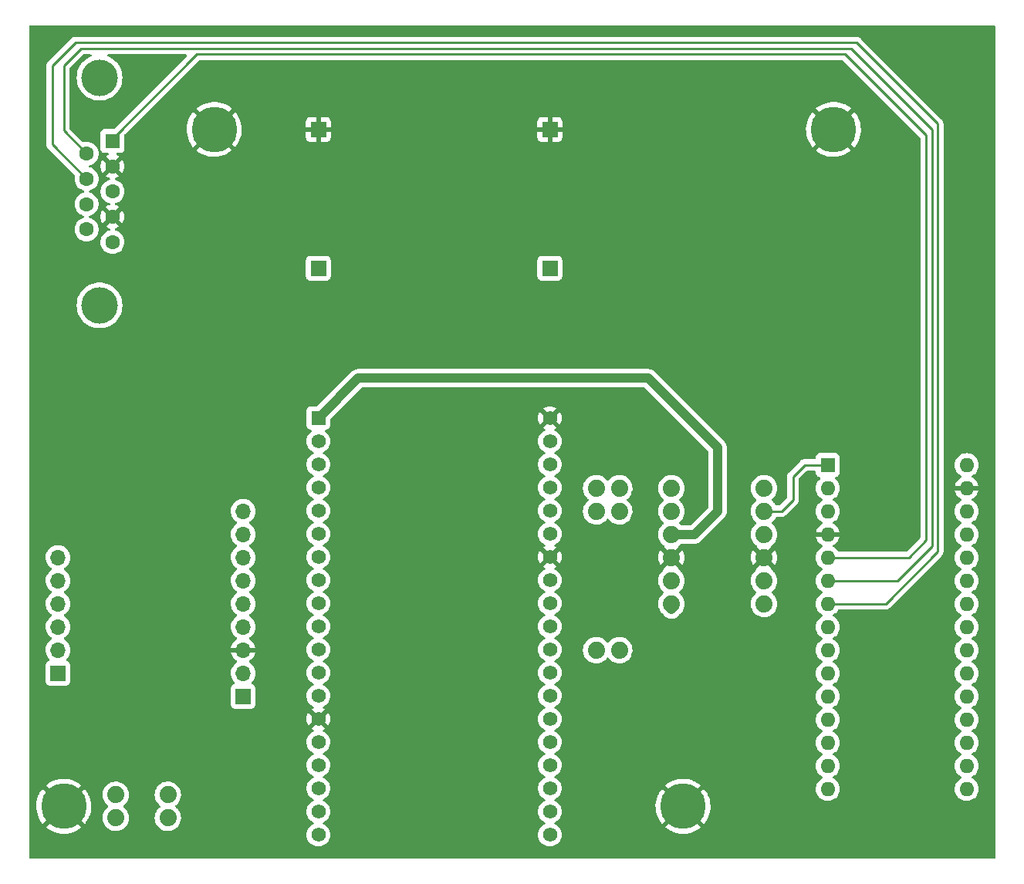
<source format=gbl>
G04 #@! TF.GenerationSoftware,KiCad,Pcbnew,(6.0.4)*
G04 #@! TF.CreationDate,2022-04-10T11:41:21+03:00*
G04 #@! TF.ProjectId,volvo_bt_board,766f6c76-6f5f-4627-945f-626f6172642e,rev?*
G04 #@! TF.SameCoordinates,Original*
G04 #@! TF.FileFunction,Copper,L2,Bot*
G04 #@! TF.FilePolarity,Positive*
%FSLAX46Y46*%
G04 Gerber Fmt 4.6, Leading zero omitted, Abs format (unit mm)*
G04 Created by KiCad (PCBNEW (6.0.4)) date 2022-04-10 11:41:21*
%MOMM*%
%LPD*%
G01*
G04 APERTURE LIST*
G04 #@! TA.AperFunction,ComponentPad*
%ADD10C,5.000000*%
G04 #@! TD*
G04 #@! TA.AperFunction,ComponentPad*
%ADD11R,1.700000X1.700000*%
G04 #@! TD*
G04 #@! TA.AperFunction,ComponentPad*
%ADD12C,1.879600*%
G04 #@! TD*
G04 #@! TA.AperFunction,ComponentPad*
%ADD13R,1.600000X1.600000*%
G04 #@! TD*
G04 #@! TA.AperFunction,ComponentPad*
%ADD14O,1.600000X1.600000*%
G04 #@! TD*
G04 #@! TA.AperFunction,ComponentPad*
%ADD15O,1.700000X1.700000*%
G04 #@! TD*
G04 #@! TA.AperFunction,ComponentPad*
%ADD16C,4.000000*%
G04 #@! TD*
G04 #@! TA.AperFunction,ComponentPad*
%ADD17C,1.600000*%
G04 #@! TD*
G04 #@! TA.AperFunction,ComponentPad*
%ADD18R,1.560000X1.560000*%
G04 #@! TD*
G04 #@! TA.AperFunction,ComponentPad*
%ADD19C,1.560000*%
G04 #@! TD*
G04 #@! TA.AperFunction,Conductor*
%ADD20C,1.000000*%
G04 #@! TD*
G04 #@! TA.AperFunction,Conductor*
%ADD21C,0.250000*%
G04 #@! TD*
G04 APERTURE END LIST*
D10*
X144780000Y-132080000D03*
D11*
X130175000Y-73025000D03*
X104775000Y-73025000D03*
D10*
X93345000Y-57785000D03*
D11*
X104775000Y-57785000D03*
D12*
X135255000Y-97155000D03*
X137795000Y-97155000D03*
D10*
X161290000Y-57785000D03*
D13*
X160665000Y-94615000D03*
D14*
X160665000Y-97155000D03*
X160665000Y-99695000D03*
X160665000Y-102235000D03*
X160665000Y-104775000D03*
X160665000Y-107315000D03*
X160665000Y-109855000D03*
X160665000Y-112395000D03*
X160665000Y-114935000D03*
X160665000Y-117475000D03*
X160665000Y-120015000D03*
X160665000Y-122555000D03*
X160665000Y-125095000D03*
X160665000Y-127635000D03*
X160665000Y-130175000D03*
X175905000Y-130175000D03*
X175905000Y-127635000D03*
X175905000Y-125095000D03*
X175905000Y-122555000D03*
X175905000Y-120015000D03*
X175905000Y-117475000D03*
X175905000Y-114935000D03*
X175905000Y-112395000D03*
X175905000Y-109855000D03*
X175905000Y-107315000D03*
X175905000Y-104775000D03*
X175905000Y-102235000D03*
X175905000Y-99695000D03*
X175905000Y-97155000D03*
X175905000Y-94615000D03*
D12*
X88265000Y-130810000D03*
X88265000Y-133350000D03*
D11*
X96520000Y-120005000D03*
D15*
X96520000Y-117465000D03*
X96520000Y-114925000D03*
X96520000Y-112385000D03*
X96520000Y-109845000D03*
X96520000Y-107305000D03*
X96520000Y-104765000D03*
X96520000Y-102225000D03*
X96520000Y-99685000D03*
D10*
X76835000Y-132080000D03*
D12*
X143510000Y-104775000D03*
X153670000Y-104775000D03*
X153670000Y-102235000D03*
X153670000Y-97155000D03*
X153670000Y-99695000D03*
X153670000Y-107315000D03*
X153670000Y-109855000D03*
X143510000Y-102235000D03*
X143510000Y-97155000D03*
X143510000Y-99695000D03*
X143510000Y-107315000D03*
X143510000Y-109855000D03*
D16*
X80770331Y-52095000D03*
X80770331Y-77095000D03*
D13*
X82190331Y-59055000D03*
D17*
X82190331Y-61825000D03*
X82190331Y-64595000D03*
X82190331Y-67365000D03*
X82190331Y-70135000D03*
X79350331Y-60440000D03*
X79350331Y-63210000D03*
X79350331Y-65980000D03*
X79350331Y-68750000D03*
D18*
X104775000Y-89460000D03*
D19*
X104775000Y-92000000D03*
X104775000Y-94540000D03*
X104775000Y-97080000D03*
X104775000Y-99620000D03*
X104775000Y-102160000D03*
X104775000Y-104700000D03*
X104775000Y-107240000D03*
X104775000Y-109780000D03*
X104775000Y-112320000D03*
X104775000Y-114860000D03*
X104775000Y-117400000D03*
X104775000Y-119940000D03*
X104775000Y-122480000D03*
X104775000Y-125020000D03*
X104775000Y-127560000D03*
X104775000Y-130100000D03*
X104775000Y-132640000D03*
X104775000Y-135180000D03*
X130175000Y-89460000D03*
X130175000Y-92000000D03*
X130175000Y-94540000D03*
X130175000Y-97080000D03*
X130175000Y-99620000D03*
X130175000Y-102160000D03*
X130175000Y-104700000D03*
X130175000Y-107240000D03*
X130175000Y-109780000D03*
X130175000Y-112320000D03*
X130175000Y-114860000D03*
X130175000Y-117400000D03*
X130175000Y-119940000D03*
X130175000Y-122480000D03*
X130175000Y-125020000D03*
X130175000Y-127560000D03*
X130175000Y-130100000D03*
X130175000Y-132640000D03*
X130175000Y-135180000D03*
D12*
X82550000Y-133350000D03*
X82550000Y-130810000D03*
X137795000Y-99695000D03*
X135255000Y-99695000D03*
D11*
X130175000Y-57785000D03*
D12*
X135255000Y-114935000D03*
X137795000Y-114935000D03*
D11*
X76200000Y-117465000D03*
D15*
X76200000Y-114925000D03*
X76200000Y-112385000D03*
X76200000Y-109845000D03*
X76200000Y-107305000D03*
X76200000Y-104765000D03*
D20*
X146050000Y-102235000D02*
X143510000Y-102235000D01*
X148590000Y-99695000D02*
X146050000Y-102235000D01*
X148590000Y-92710000D02*
X148590000Y-99695000D01*
X140970000Y-85090000D02*
X148590000Y-92710000D01*
X135255000Y-85090000D02*
X140970000Y-85090000D01*
D21*
X156845000Y-98425000D02*
X156845000Y-95885000D01*
X155575000Y-99695000D02*
X156845000Y-98425000D01*
X158115000Y-94615000D02*
X160665000Y-94615000D01*
X156845000Y-95885000D02*
X158115000Y-94615000D01*
X153670000Y-99695000D02*
X155575000Y-99695000D01*
X78105000Y-48260000D02*
X75565000Y-50800000D01*
X172720000Y-57150000D02*
X163830000Y-48260000D01*
X172720000Y-104140000D02*
X172720000Y-57150000D01*
X167005000Y-109855000D02*
X172720000Y-104140000D01*
X75565000Y-50800000D02*
X75565000Y-59424669D01*
X160665000Y-109855000D02*
X167005000Y-109855000D01*
X75565000Y-59424669D02*
X79350331Y-63210000D01*
X163830000Y-48260000D02*
X78105000Y-48260000D01*
X78740000Y-48895000D02*
X76835000Y-50800000D01*
X168275000Y-107315000D02*
X172085000Y-103505000D01*
X163195000Y-48895000D02*
X78740000Y-48895000D01*
X76835000Y-57924669D02*
X79350331Y-60440000D01*
X172085000Y-103505000D02*
X172085000Y-57785000D01*
X160665000Y-107315000D02*
X168275000Y-107315000D01*
X172085000Y-57785000D02*
X163195000Y-48895000D01*
X76835000Y-50800000D02*
X76835000Y-57924669D01*
X160665000Y-104775000D02*
X169545000Y-104775000D01*
X91440000Y-49530000D02*
X82190331Y-58779669D01*
X162560000Y-49530000D02*
X91440000Y-49530000D01*
X171450000Y-58420000D02*
X162560000Y-49530000D01*
X82190331Y-58779669D02*
X82190331Y-59055000D01*
X171450000Y-102870000D02*
X171450000Y-58420000D01*
X169545000Y-104775000D02*
X171450000Y-102870000D01*
D20*
X143435000Y-104700000D02*
X143510000Y-104775000D01*
X143510000Y-110490000D02*
X143510000Y-109855000D01*
X109145000Y-85090000D02*
X104775000Y-89460000D01*
X135255000Y-85090000D02*
X109145000Y-85090000D01*
X104710000Y-112385000D02*
X104775000Y-112320000D01*
X104710000Y-109845000D02*
X104775000Y-109780000D01*
X104710000Y-107305000D02*
X104775000Y-107240000D01*
X135180000Y-99620000D02*
X135255000Y-99695000D01*
X135180000Y-114860000D02*
X135255000Y-114935000D01*
G04 #@! TA.AperFunction,Conductor*
G36*
X179012121Y-46375002D02*
G01*
X179058614Y-46428658D01*
X179070000Y-46481000D01*
X179070000Y-137669000D01*
X179049998Y-137737121D01*
X178996342Y-137783614D01*
X178944000Y-137795000D01*
X73151000Y-137795000D01*
X73082879Y-137774998D01*
X73036386Y-137721342D01*
X73025000Y-137669000D01*
X73025000Y-135180000D01*
X103481578Y-135180000D01*
X103501228Y-135404600D01*
X103559581Y-135622376D01*
X103654864Y-135826711D01*
X103784181Y-136011396D01*
X103943604Y-136170819D01*
X104128289Y-136300136D01*
X104133267Y-136302457D01*
X104133270Y-136302459D01*
X104327642Y-136393096D01*
X104332624Y-136395419D01*
X104337932Y-136396841D01*
X104337934Y-136396842D01*
X104545085Y-136452348D01*
X104545087Y-136452348D01*
X104550400Y-136453772D01*
X104775000Y-136473422D01*
X104999600Y-136453772D01*
X105004913Y-136452348D01*
X105004915Y-136452348D01*
X105212066Y-136396842D01*
X105212068Y-136396841D01*
X105217376Y-136395419D01*
X105222358Y-136393096D01*
X105416730Y-136302459D01*
X105416733Y-136302457D01*
X105421711Y-136300136D01*
X105606396Y-136170819D01*
X105765819Y-136011396D01*
X105895136Y-135826711D01*
X105990419Y-135622376D01*
X106048772Y-135404600D01*
X106068422Y-135180000D01*
X128881578Y-135180000D01*
X128901228Y-135404600D01*
X128959581Y-135622376D01*
X129054864Y-135826711D01*
X129184181Y-136011396D01*
X129343604Y-136170819D01*
X129528289Y-136300136D01*
X129533267Y-136302457D01*
X129533270Y-136302459D01*
X129727642Y-136393096D01*
X129732624Y-136395419D01*
X129737932Y-136396841D01*
X129737934Y-136396842D01*
X129945085Y-136452348D01*
X129945087Y-136452348D01*
X129950400Y-136453772D01*
X130175000Y-136473422D01*
X130399600Y-136453772D01*
X130404913Y-136452348D01*
X130404915Y-136452348D01*
X130612066Y-136396842D01*
X130612068Y-136396841D01*
X130617376Y-136395419D01*
X130622358Y-136393096D01*
X130816730Y-136302459D01*
X130816733Y-136302457D01*
X130821711Y-136300136D01*
X131006396Y-136170819D01*
X131165819Y-136011396D01*
X131295136Y-135826711D01*
X131390419Y-135622376D01*
X131448772Y-135404600D01*
X131468422Y-135180000D01*
X131448772Y-134955400D01*
X131440388Y-134924109D01*
X131391842Y-134742934D01*
X131391841Y-134742932D01*
X131390419Y-134737624D01*
X131338281Y-134625813D01*
X131297459Y-134538270D01*
X131297457Y-134538267D01*
X131295136Y-134533289D01*
X131188980Y-134381681D01*
X142843860Y-134381681D01*
X142843878Y-134381933D01*
X142849793Y-134390677D01*
X142881111Y-134419174D01*
X142886748Y-134423738D01*
X143162544Y-134621918D01*
X143168682Y-134625813D01*
X143465435Y-134790984D01*
X143471955Y-134794136D01*
X143785738Y-134924109D01*
X143792589Y-134926495D01*
X144119212Y-135019536D01*
X144126301Y-135021120D01*
X144461465Y-135076006D01*
X144468671Y-135076763D01*
X144807926Y-135092762D01*
X144815176Y-135092686D01*
X145154010Y-135069587D01*
X145161219Y-135068676D01*
X145495160Y-135006784D01*
X145502190Y-135005057D01*
X145826819Y-134905187D01*
X145833597Y-134902667D01*
X146144603Y-134766145D01*
X146151043Y-134762864D01*
X146444293Y-134591502D01*
X146450326Y-134587493D01*
X146708828Y-134393405D01*
X146717282Y-134382078D01*
X146710537Y-134369748D01*
X144792810Y-132452020D01*
X144778869Y-132444408D01*
X144777034Y-132444539D01*
X144770420Y-132448790D01*
X142851474Y-134367737D01*
X142843860Y-134381681D01*
X131188980Y-134381681D01*
X131165819Y-134348604D01*
X131006396Y-134189181D01*
X130821711Y-134059864D01*
X130816733Y-134057543D01*
X130816730Y-134057541D01*
X130745219Y-134024195D01*
X130691934Y-133977277D01*
X130672473Y-133909000D01*
X130693015Y-133841040D01*
X130745219Y-133795805D01*
X130816730Y-133762459D01*
X130816733Y-133762457D01*
X130821711Y-133760136D01*
X131006396Y-133630819D01*
X131165819Y-133471396D01*
X131295136Y-133286711D01*
X131298321Y-133279882D01*
X131388096Y-133087358D01*
X131388097Y-133087357D01*
X131390419Y-133082376D01*
X131448772Y-132864600D01*
X131468422Y-132640000D01*
X131448772Y-132415400D01*
X131415432Y-132290973D01*
X131391842Y-132202934D01*
X131391841Y-132202932D01*
X131390419Y-132197624D01*
X131381428Y-132178342D01*
X131297459Y-131998270D01*
X131297457Y-131998267D01*
X131295136Y-131993289D01*
X131292124Y-131988987D01*
X141768484Y-131988987D01*
X141777374Y-132328505D01*
X141777980Y-132335721D01*
X141825835Y-132671963D01*
X141827269Y-132679074D01*
X141913455Y-133007595D01*
X141915692Y-133014478D01*
X142039064Y-133330914D01*
X142042081Y-133337503D01*
X142201002Y-133637652D01*
X142204761Y-133643860D01*
X142397129Y-133923757D01*
X142401574Y-133929486D01*
X142468743Y-134006484D01*
X142481917Y-134014888D01*
X142491769Y-134009020D01*
X144407980Y-132092810D01*
X144414357Y-132081131D01*
X145144408Y-132081131D01*
X145144539Y-132082966D01*
X145148790Y-132089580D01*
X147066268Y-134007057D01*
X147079622Y-134014349D01*
X147089594Y-134007295D01*
X147196641Y-133879267D01*
X147200957Y-133873456D01*
X147387432Y-133589575D01*
X147391046Y-133583313D01*
X147543658Y-133279882D01*
X147546530Y-133273244D01*
X147663249Y-132954293D01*
X147665345Y-132947351D01*
X147744631Y-132617103D01*
X147745915Y-132609964D01*
X147786816Y-132271973D01*
X147787240Y-132266403D01*
X147793010Y-132082797D01*
X147792937Y-132077204D01*
X147773338Y-131737303D01*
X147772506Y-131730113D01*
X147714113Y-131395529D01*
X147712458Y-131388474D01*
X147615998Y-131062834D01*
X147613540Y-131056006D01*
X147480290Y-130743608D01*
X147477073Y-130737125D01*
X147308788Y-130442089D01*
X147304856Y-130436034D01*
X147103774Y-130162295D01*
X147099166Y-130156726D01*
X147093830Y-130150984D01*
X147080178Y-130142866D01*
X147079570Y-130142887D01*
X147071092Y-130148119D01*
X145152020Y-132067190D01*
X145144408Y-132081131D01*
X144414357Y-132081131D01*
X144415592Y-132078869D01*
X144415461Y-132077034D01*
X144411210Y-132070420D01*
X142492374Y-130151585D01*
X142479581Y-130144599D01*
X142468827Y-130152464D01*
X142308037Y-130357527D01*
X142303902Y-130363476D01*
X142126440Y-130653068D01*
X142123019Y-130659447D01*
X141980016Y-130967522D01*
X141977356Y-130974241D01*
X141870711Y-131296707D01*
X141868834Y-131303711D01*
X141799961Y-131636288D01*
X141798904Y-131643449D01*
X141768712Y-131981735D01*
X141768484Y-131988987D01*
X131292124Y-131988987D01*
X131165819Y-131808604D01*
X131006396Y-131649181D01*
X130821711Y-131519864D01*
X130816733Y-131517543D01*
X130816730Y-131517541D01*
X130745219Y-131484195D01*
X130691934Y-131437277D01*
X130672473Y-131369000D01*
X130693015Y-131301040D01*
X130745219Y-131255805D01*
X130816730Y-131222459D01*
X130816733Y-131222457D01*
X130821711Y-131220136D01*
X131006396Y-131090819D01*
X131165819Y-130931396D01*
X131295136Y-130746711D01*
X131338803Y-130653068D01*
X131388096Y-130547358D01*
X131388097Y-130547357D01*
X131390419Y-130542376D01*
X131427742Y-130403087D01*
X131447348Y-130329915D01*
X131447348Y-130329913D01*
X131448772Y-130324600D01*
X131468422Y-130100000D01*
X131448772Y-129875400D01*
X131426510Y-129792316D01*
X131423491Y-129781048D01*
X142845132Y-129781048D01*
X142851527Y-129792316D01*
X144767190Y-131707980D01*
X144781131Y-131715592D01*
X144782966Y-131715461D01*
X144789580Y-131711210D01*
X146707074Y-129793716D01*
X146714466Y-129780179D01*
X146707679Y-129770479D01*
X146604476Y-129682335D01*
X146598704Y-129677953D01*
X146316796Y-129488519D01*
X146310575Y-129484839D01*
X146008757Y-129329060D01*
X146002146Y-129326116D01*
X145684439Y-129206065D01*
X145677513Y-129203894D01*
X145348112Y-129121155D01*
X145341005Y-129119799D01*
X145004278Y-129075468D01*
X144997036Y-129074937D01*
X144657467Y-129069602D01*
X144650205Y-129069906D01*
X144312256Y-129103638D01*
X144305108Y-129104770D01*
X143973263Y-129177124D01*
X143966285Y-129179072D01*
X143644960Y-129289086D01*
X143638253Y-129291823D01*
X143331707Y-129438039D01*
X143325349Y-129441534D01*
X143037654Y-129622005D01*
X143031731Y-129626214D01*
X142853601Y-129768923D01*
X142845132Y-129781048D01*
X131423491Y-129781048D01*
X131391842Y-129662934D01*
X131391841Y-129662932D01*
X131390419Y-129657624D01*
X131373810Y-129622005D01*
X131297459Y-129458270D01*
X131297457Y-129458267D01*
X131295136Y-129453289D01*
X131165819Y-129268604D01*
X131006396Y-129109181D01*
X130821711Y-128979864D01*
X130816733Y-128977543D01*
X130816730Y-128977541D01*
X130745219Y-128944195D01*
X130691934Y-128897277D01*
X130672473Y-128829000D01*
X130693015Y-128761040D01*
X130745219Y-128715805D01*
X130816730Y-128682459D01*
X130816733Y-128682457D01*
X130821711Y-128680136D01*
X131006396Y-128550819D01*
X131165819Y-128391396D01*
X131295136Y-128206711D01*
X131390419Y-128002376D01*
X131427742Y-127863087D01*
X131447348Y-127789915D01*
X131447348Y-127789913D01*
X131448772Y-127784600D01*
X131468422Y-127560000D01*
X131448772Y-127335400D01*
X131390419Y-127117624D01*
X131327754Y-126983238D01*
X131297459Y-126918270D01*
X131297457Y-126918267D01*
X131295136Y-126913289D01*
X131165819Y-126728604D01*
X131006396Y-126569181D01*
X130821711Y-126439864D01*
X130816733Y-126437543D01*
X130816730Y-126437541D01*
X130745219Y-126404195D01*
X130691934Y-126357277D01*
X130672473Y-126289000D01*
X130693015Y-126221040D01*
X130745219Y-126175805D01*
X130816730Y-126142459D01*
X130816733Y-126142457D01*
X130821711Y-126140136D01*
X131006396Y-126010819D01*
X131165819Y-125851396D01*
X131295136Y-125666711D01*
X131390419Y-125462376D01*
X131427742Y-125323087D01*
X131447348Y-125249915D01*
X131447348Y-125249913D01*
X131448772Y-125244600D01*
X131468422Y-125020000D01*
X131448772Y-124795400D01*
X131390419Y-124577624D01*
X131327754Y-124443238D01*
X131297459Y-124378270D01*
X131297457Y-124378267D01*
X131295136Y-124373289D01*
X131165819Y-124188604D01*
X131006396Y-124029181D01*
X130821711Y-123899864D01*
X130816733Y-123897543D01*
X130816730Y-123897541D01*
X130745219Y-123864195D01*
X130691934Y-123817277D01*
X130672473Y-123749000D01*
X130693015Y-123681040D01*
X130745219Y-123635805D01*
X130816730Y-123602459D01*
X130816733Y-123602457D01*
X130821711Y-123600136D01*
X131006396Y-123470819D01*
X131165819Y-123311396D01*
X131295136Y-123126711D01*
X131390419Y-122922376D01*
X131409271Y-122852022D01*
X131447348Y-122709915D01*
X131447348Y-122709913D01*
X131448772Y-122704600D01*
X131468422Y-122480000D01*
X131448772Y-122255400D01*
X131447348Y-122250085D01*
X131391842Y-122042934D01*
X131391841Y-122042932D01*
X131390419Y-122037624D01*
X131327754Y-121903238D01*
X131297459Y-121838270D01*
X131297457Y-121838267D01*
X131295136Y-121833289D01*
X131165819Y-121648604D01*
X131006396Y-121489181D01*
X130821711Y-121359864D01*
X130816733Y-121357543D01*
X130816730Y-121357541D01*
X130745219Y-121324195D01*
X130691934Y-121277277D01*
X130672473Y-121209000D01*
X130693015Y-121141040D01*
X130745219Y-121095805D01*
X130816730Y-121062459D01*
X130816733Y-121062457D01*
X130821711Y-121060136D01*
X131006396Y-120930819D01*
X131165819Y-120771396D01*
X131295136Y-120586711D01*
X131390419Y-120382376D01*
X131427742Y-120243087D01*
X131447348Y-120169915D01*
X131447348Y-120169913D01*
X131448772Y-120164600D01*
X131468422Y-119940000D01*
X131448772Y-119715400D01*
X131390419Y-119497624D01*
X131327754Y-119363238D01*
X131297459Y-119298270D01*
X131297457Y-119298267D01*
X131295136Y-119293289D01*
X131165819Y-119108604D01*
X131006396Y-118949181D01*
X130821711Y-118819864D01*
X130816733Y-118817543D01*
X130816730Y-118817541D01*
X130745219Y-118784195D01*
X130691934Y-118737277D01*
X130672473Y-118669000D01*
X130693015Y-118601040D01*
X130745219Y-118555805D01*
X130816730Y-118522459D01*
X130816733Y-118522457D01*
X130821711Y-118520136D01*
X131006396Y-118390819D01*
X131165819Y-118231396D01*
X131295136Y-118046711D01*
X131330230Y-117971453D01*
X131388096Y-117847358D01*
X131388097Y-117847357D01*
X131390419Y-117842376D01*
X131413022Y-117758023D01*
X131447348Y-117629915D01*
X131447348Y-117629913D01*
X131448772Y-117624600D01*
X131468422Y-117400000D01*
X131448772Y-117175400D01*
X131408675Y-117025757D01*
X131391842Y-116962934D01*
X131391841Y-116962932D01*
X131390419Y-116957624D01*
X131326636Y-116820840D01*
X131297459Y-116758270D01*
X131297457Y-116758267D01*
X131295136Y-116753289D01*
X131165819Y-116568604D01*
X131006396Y-116409181D01*
X130821711Y-116279864D01*
X130816733Y-116277543D01*
X130816730Y-116277541D01*
X130745219Y-116244195D01*
X130691934Y-116197277D01*
X130672473Y-116129000D01*
X130693015Y-116061040D01*
X130745219Y-116015805D01*
X130816730Y-115982459D01*
X130816733Y-115982457D01*
X130821711Y-115980136D01*
X131006396Y-115850819D01*
X131165819Y-115691396D01*
X131295136Y-115506711D01*
X131310099Y-115474624D01*
X131388096Y-115307358D01*
X131388097Y-115307357D01*
X131390419Y-115302376D01*
X131407941Y-115236985D01*
X131447348Y-115089915D01*
X131447348Y-115089913D01*
X131448772Y-115084600D01*
X131464967Y-114899494D01*
X133802170Y-114899494D01*
X133802467Y-114904646D01*
X133802467Y-114904650D01*
X133808502Y-115009313D01*
X133815879Y-115137255D01*
X133817016Y-115142301D01*
X133817017Y-115142307D01*
X133850111Y-115289156D01*
X133868237Y-115369585D01*
X133870179Y-115374367D01*
X133870180Y-115374371D01*
X133939067Y-115544020D01*
X133957837Y-115590244D01*
X134082274Y-115793306D01*
X134238204Y-115973317D01*
X134421442Y-116125444D01*
X134425894Y-116128046D01*
X134425899Y-116128049D01*
X134563330Y-116208357D01*
X134627065Y-116245601D01*
X134849552Y-116330560D01*
X134854618Y-116331591D01*
X134854619Y-116331591D01*
X134872117Y-116335151D01*
X135082928Y-116378041D01*
X135217121Y-116382962D01*
X135315760Y-116386579D01*
X135315764Y-116386579D01*
X135320924Y-116386768D01*
X135326044Y-116386112D01*
X135326046Y-116386112D01*
X135552023Y-116357164D01*
X135552024Y-116357164D01*
X135557151Y-116356507D01*
X135640200Y-116331591D01*
X135780316Y-116289554D01*
X135780317Y-116289553D01*
X135785262Y-116288070D01*
X135999133Y-116183295D01*
X136003336Y-116180297D01*
X136003341Y-116180294D01*
X136188816Y-116047996D01*
X136188818Y-116047994D01*
X136193020Y-116044997D01*
X136361716Y-115876889D01*
X136419979Y-115795807D01*
X136475972Y-115752160D01*
X136546676Y-115745714D01*
X136609640Y-115778516D01*
X136621582Y-115792176D01*
X136622274Y-115793306D01*
X136778204Y-115973317D01*
X136961442Y-116125444D01*
X136965894Y-116128046D01*
X136965899Y-116128049D01*
X137103330Y-116208357D01*
X137167065Y-116245601D01*
X137389552Y-116330560D01*
X137394618Y-116331591D01*
X137394619Y-116331591D01*
X137412117Y-116335151D01*
X137622928Y-116378041D01*
X137757121Y-116382962D01*
X137855760Y-116386579D01*
X137855764Y-116386579D01*
X137860924Y-116386768D01*
X137866044Y-116386112D01*
X137866046Y-116386112D01*
X138092023Y-116357164D01*
X138092024Y-116357164D01*
X138097151Y-116356507D01*
X138180200Y-116331591D01*
X138320316Y-116289554D01*
X138320317Y-116289553D01*
X138325262Y-116288070D01*
X138539133Y-116183295D01*
X138543336Y-116180297D01*
X138543341Y-116180294D01*
X138728816Y-116047996D01*
X138728818Y-116047994D01*
X138733020Y-116044997D01*
X138901716Y-115876889D01*
X139040690Y-115683486D01*
X139066494Y-115631277D01*
X139143917Y-115474624D01*
X139143918Y-115474622D01*
X139146211Y-115469982D01*
X139215443Y-115242111D01*
X139218629Y-115217910D01*
X139246092Y-115009313D01*
X139246092Y-115009309D01*
X139246529Y-115005992D01*
X139248264Y-114935000D01*
X139228750Y-114697644D01*
X139170731Y-114466663D01*
X139088808Y-114278251D01*
X139077827Y-114252996D01*
X139077825Y-114252993D01*
X139075767Y-114248259D01*
X139058694Y-114221867D01*
X138996365Y-114125522D01*
X138946406Y-114048298D01*
X138932592Y-114033116D01*
X138841219Y-113932699D01*
X138786124Y-113872150D01*
X138782073Y-113868951D01*
X138782069Y-113868947D01*
X138603278Y-113727747D01*
X138603273Y-113727744D01*
X138599224Y-113724546D01*
X138594708Y-113722053D01*
X138594705Y-113722051D01*
X138395250Y-113611946D01*
X138395246Y-113611944D01*
X138390726Y-113609449D01*
X138385857Y-113607725D01*
X138385853Y-113607723D01*
X138171105Y-113531676D01*
X138171101Y-113531675D01*
X138166230Y-113529950D01*
X138161140Y-113529043D01*
X138161135Y-113529042D01*
X138033814Y-113506364D01*
X137931764Y-113488186D01*
X137842637Y-113487097D01*
X137698795Y-113485339D01*
X137698793Y-113485339D01*
X137693625Y-113485276D01*
X137458209Y-113521300D01*
X137231838Y-113595289D01*
X137227246Y-113597679D01*
X137227247Y-113597679D01*
X137113683Y-113656797D01*
X137020590Y-113705258D01*
X137016457Y-113708361D01*
X137016454Y-113708363D01*
X136893561Y-113800634D01*
X136830140Y-113848252D01*
X136665602Y-114020431D01*
X136643629Y-114052642D01*
X136630186Y-114072349D01*
X136575274Y-114117351D01*
X136504749Y-114125522D01*
X136441002Y-114094267D01*
X136420306Y-114069784D01*
X136409217Y-114052642D01*
X136409212Y-114052636D01*
X136406406Y-114048298D01*
X136392592Y-114033116D01*
X136301219Y-113932699D01*
X136246124Y-113872150D01*
X136242073Y-113868951D01*
X136242069Y-113868947D01*
X136063278Y-113727747D01*
X136063273Y-113727744D01*
X136059224Y-113724546D01*
X136054708Y-113722053D01*
X136054705Y-113722051D01*
X135855250Y-113611946D01*
X135855246Y-113611944D01*
X135850726Y-113609449D01*
X135845857Y-113607725D01*
X135845853Y-113607723D01*
X135631105Y-113531676D01*
X135631101Y-113531675D01*
X135626230Y-113529950D01*
X135621140Y-113529043D01*
X135621135Y-113529042D01*
X135493814Y-113506364D01*
X135391764Y-113488186D01*
X135302637Y-113487097D01*
X135158795Y-113485339D01*
X135158793Y-113485339D01*
X135153625Y-113485276D01*
X134918209Y-113521300D01*
X134691838Y-113595289D01*
X134687246Y-113597679D01*
X134687247Y-113597679D01*
X134573683Y-113656797D01*
X134480590Y-113705258D01*
X134476457Y-113708361D01*
X134476454Y-113708363D01*
X134353561Y-113800634D01*
X134290140Y-113848252D01*
X134125602Y-114020431D01*
X134122691Y-114024699D01*
X134122687Y-114024704D01*
X134078311Y-114089757D01*
X133991394Y-114217172D01*
X133891122Y-114433191D01*
X133827477Y-114662685D01*
X133826928Y-114667819D01*
X133826928Y-114667821D01*
X133822750Y-114706913D01*
X133802170Y-114899494D01*
X131464967Y-114899494D01*
X131468422Y-114860000D01*
X131448772Y-114635400D01*
X131408675Y-114485757D01*
X131391842Y-114422934D01*
X131391841Y-114422932D01*
X131390419Y-114417624D01*
X131326636Y-114280840D01*
X131297459Y-114218270D01*
X131297457Y-114218267D01*
X131295136Y-114213289D01*
X131165819Y-114028604D01*
X131006396Y-113869181D01*
X130821711Y-113739864D01*
X130816733Y-113737543D01*
X130816730Y-113737541D01*
X130745219Y-113704195D01*
X130691934Y-113657277D01*
X130672473Y-113589000D01*
X130693015Y-113521040D01*
X130745219Y-113475805D01*
X130816730Y-113442459D01*
X130816733Y-113442457D01*
X130821711Y-113440136D01*
X131006396Y-113310819D01*
X131165819Y-113151396D01*
X131295136Y-112966711D01*
X131330230Y-112891453D01*
X131388096Y-112767358D01*
X131388097Y-112767357D01*
X131390419Y-112762376D01*
X131413022Y-112678023D01*
X131447348Y-112549915D01*
X131447348Y-112549913D01*
X131448772Y-112544600D01*
X131468422Y-112320000D01*
X131448772Y-112095400D01*
X131408675Y-111945757D01*
X131391842Y-111882934D01*
X131391841Y-111882932D01*
X131390419Y-111877624D01*
X131326636Y-111740840D01*
X131297459Y-111678270D01*
X131297457Y-111678267D01*
X131295136Y-111673289D01*
X131165819Y-111488604D01*
X131006396Y-111329181D01*
X130821711Y-111199864D01*
X130816733Y-111197543D01*
X130816730Y-111197541D01*
X130745219Y-111164195D01*
X130691934Y-111117277D01*
X130672473Y-111049000D01*
X130693015Y-110981040D01*
X130745219Y-110935805D01*
X130816730Y-110902459D01*
X130816733Y-110902457D01*
X130821711Y-110900136D01*
X131006396Y-110770819D01*
X131165819Y-110611396D01*
X131295136Y-110426711D01*
X131310099Y-110394624D01*
X131388096Y-110227358D01*
X131388097Y-110227357D01*
X131390419Y-110222376D01*
X131407941Y-110156985D01*
X131447348Y-110009915D01*
X131447348Y-110009913D01*
X131448772Y-110004600D01*
X131464967Y-109819494D01*
X142057170Y-109819494D01*
X142057467Y-109824646D01*
X142057467Y-109824650D01*
X142063502Y-109929313D01*
X142070879Y-110057255D01*
X142072016Y-110062301D01*
X142072017Y-110062307D01*
X142105111Y-110209156D01*
X142123237Y-110289585D01*
X142125179Y-110294367D01*
X142125180Y-110294371D01*
X142204801Y-110490453D01*
X142212837Y-110510244D01*
X142337274Y-110713306D01*
X142493204Y-110893317D01*
X142633427Y-111009732D01*
X142658732Y-111040817D01*
X142659630Y-111040221D01*
X142663040Y-111045353D01*
X142665934Y-111050796D01*
X142727185Y-111125897D01*
X142787040Y-111199287D01*
X142787043Y-111199290D01*
X142790935Y-111204062D01*
X142795682Y-111207989D01*
X142795684Y-111207991D01*
X142938575Y-111326201D01*
X142938579Y-111326203D01*
X142943325Y-111330130D01*
X143117299Y-111424198D01*
X143306232Y-111482682D01*
X143312357Y-111483326D01*
X143312358Y-111483326D01*
X143496796Y-111502711D01*
X143496798Y-111502711D01*
X143502925Y-111503355D01*
X143585424Y-111495847D01*
X143693749Y-111485989D01*
X143693752Y-111485988D01*
X143699888Y-111485430D01*
X143705794Y-111483692D01*
X143705798Y-111483691D01*
X143810924Y-111452751D01*
X143889619Y-111429590D01*
X143895077Y-111426737D01*
X143895081Y-111426735D01*
X144017892Y-111362530D01*
X144064890Y-111337960D01*
X144219025Y-111214032D01*
X144260843Y-111164195D01*
X144342192Y-111067248D01*
X144342193Y-111067246D01*
X144346154Y-111062526D01*
X144354799Y-111046801D01*
X144392045Y-111004923D01*
X144405369Y-110995419D01*
X144448020Y-110964997D01*
X144616716Y-110796889D01*
X144755690Y-110603486D01*
X144781494Y-110551277D01*
X144858917Y-110394624D01*
X144858918Y-110394622D01*
X144861211Y-110389982D01*
X144930443Y-110162111D01*
X144933614Y-110138023D01*
X144961092Y-109929313D01*
X144961092Y-109929309D01*
X144961529Y-109925992D01*
X144963264Y-109855000D01*
X144960345Y-109819494D01*
X152217170Y-109819494D01*
X152217467Y-109824646D01*
X152217467Y-109824650D01*
X152223502Y-109929313D01*
X152230879Y-110057255D01*
X152232016Y-110062301D01*
X152232017Y-110062307D01*
X152265111Y-110209156D01*
X152283237Y-110289585D01*
X152285179Y-110294367D01*
X152285180Y-110294371D01*
X152364801Y-110490453D01*
X152372837Y-110510244D01*
X152497274Y-110713306D01*
X152653204Y-110893317D01*
X152836442Y-111045444D01*
X152840894Y-111048046D01*
X152840899Y-111048049D01*
X152978330Y-111128357D01*
X153042065Y-111165601D01*
X153264552Y-111250560D01*
X153269618Y-111251591D01*
X153269619Y-111251591D01*
X153287117Y-111255151D01*
X153497928Y-111298041D01*
X153632121Y-111302962D01*
X153730760Y-111306579D01*
X153730764Y-111306579D01*
X153735924Y-111306768D01*
X153741044Y-111306112D01*
X153741046Y-111306112D01*
X153967023Y-111277164D01*
X153967024Y-111277164D01*
X153972151Y-111276507D01*
X154055200Y-111251591D01*
X154195316Y-111209554D01*
X154195317Y-111209553D01*
X154200262Y-111208070D01*
X154414133Y-111103295D01*
X154418336Y-111100297D01*
X154418341Y-111100294D01*
X154603816Y-110967996D01*
X154603818Y-110967994D01*
X154608020Y-110964997D01*
X154776716Y-110796889D01*
X154915690Y-110603486D01*
X154941494Y-110551277D01*
X155018917Y-110394624D01*
X155018918Y-110394622D01*
X155021211Y-110389982D01*
X155090443Y-110162111D01*
X155093614Y-110138023D01*
X155121092Y-109929313D01*
X155121092Y-109929309D01*
X155121529Y-109925992D01*
X155123264Y-109855000D01*
X155103750Y-109617644D01*
X155045731Y-109386663D01*
X154950767Y-109168259D01*
X154933694Y-109141867D01*
X154846316Y-109006803D01*
X154821406Y-108968298D01*
X154807592Y-108953116D01*
X154711990Y-108848051D01*
X154661124Y-108792150D01*
X154657073Y-108788951D01*
X154657069Y-108788947D01*
X154560649Y-108712800D01*
X154523347Y-108683341D01*
X154482285Y-108625425D01*
X154479053Y-108554502D01*
X154514678Y-108493091D01*
X154528271Y-108481882D01*
X154603814Y-108427998D01*
X154603821Y-108427992D01*
X154608020Y-108424997D01*
X154776716Y-108256889D01*
X154915690Y-108063486D01*
X154941494Y-108011277D01*
X155018917Y-107854624D01*
X155018918Y-107854622D01*
X155021211Y-107849982D01*
X155090443Y-107622111D01*
X155093614Y-107598023D01*
X155121092Y-107389313D01*
X155121092Y-107389309D01*
X155121529Y-107385992D01*
X155123264Y-107315000D01*
X155103750Y-107077644D01*
X155045731Y-106846663D01*
X154950767Y-106628259D01*
X154933694Y-106601867D01*
X154846316Y-106466803D01*
X154821406Y-106428298D01*
X154807592Y-106413116D01*
X154711990Y-106308051D01*
X154661124Y-106252150D01*
X154657073Y-106248951D01*
X154657069Y-106248947D01*
X154514932Y-106136695D01*
X154473869Y-106078778D01*
X154470637Y-106007855D01*
X154492406Y-105963113D01*
X154485045Y-105949256D01*
X153682811Y-105147021D01*
X153668868Y-105139408D01*
X153667034Y-105139539D01*
X153660420Y-105143790D01*
X152851083Y-105953128D01*
X152844326Y-105965503D01*
X152844760Y-105966083D01*
X152869572Y-106032603D01*
X152854481Y-106101977D01*
X152819546Y-106142353D01*
X152768561Y-106180634D01*
X152705140Y-106228252D01*
X152540602Y-106400431D01*
X152537688Y-106404703D01*
X152537687Y-106404704D01*
X152492668Y-106470700D01*
X152406394Y-106597172D01*
X152306122Y-106813191D01*
X152242477Y-107042685D01*
X152241928Y-107047819D01*
X152241928Y-107047821D01*
X152237750Y-107086913D01*
X152217170Y-107279494D01*
X152217467Y-107284646D01*
X152217467Y-107284650D01*
X152223502Y-107389313D01*
X152230879Y-107517255D01*
X152232016Y-107522301D01*
X152232017Y-107522307D01*
X152265111Y-107669156D01*
X152283237Y-107749585D01*
X152285179Y-107754367D01*
X152285180Y-107754371D01*
X152367825Y-107957901D01*
X152372837Y-107970244D01*
X152497274Y-108173306D01*
X152653204Y-108353317D01*
X152731509Y-108418327D01*
X152817560Y-108489768D01*
X152857195Y-108548671D01*
X152858693Y-108619651D01*
X152821578Y-108680174D01*
X152812728Y-108687472D01*
X152768561Y-108720634D01*
X152705140Y-108768252D01*
X152540602Y-108940431D01*
X152537688Y-108944703D01*
X152537687Y-108944704D01*
X152492668Y-109010700D01*
X152406394Y-109137172D01*
X152306122Y-109353191D01*
X152242477Y-109582685D01*
X152241928Y-109587819D01*
X152241928Y-109587821D01*
X152237750Y-109626913D01*
X152217170Y-109819494D01*
X144960345Y-109819494D01*
X144943750Y-109617644D01*
X144885731Y-109386663D01*
X144790767Y-109168259D01*
X144773694Y-109141867D01*
X144686316Y-109006803D01*
X144661406Y-108968298D01*
X144647592Y-108953116D01*
X144551990Y-108848051D01*
X144501124Y-108792150D01*
X144497073Y-108788951D01*
X144497069Y-108788947D01*
X144400649Y-108712800D01*
X144363347Y-108683341D01*
X144322285Y-108625425D01*
X144319053Y-108554502D01*
X144354678Y-108493091D01*
X144368271Y-108481882D01*
X144443814Y-108427998D01*
X144443821Y-108427992D01*
X144448020Y-108424997D01*
X144616716Y-108256889D01*
X144755690Y-108063486D01*
X144781494Y-108011277D01*
X144858917Y-107854624D01*
X144858918Y-107854622D01*
X144861211Y-107849982D01*
X144930443Y-107622111D01*
X144933614Y-107598023D01*
X144961092Y-107389313D01*
X144961092Y-107389309D01*
X144961529Y-107385992D01*
X144963264Y-107315000D01*
X144943750Y-107077644D01*
X144885731Y-106846663D01*
X144790767Y-106628259D01*
X144773694Y-106601867D01*
X144686316Y-106466803D01*
X144661406Y-106428298D01*
X144647592Y-106413116D01*
X144551990Y-106308051D01*
X144501124Y-106252150D01*
X144497073Y-106248951D01*
X144497069Y-106248947D01*
X144354932Y-106136695D01*
X144313869Y-106078778D01*
X144310637Y-106007855D01*
X144332406Y-105963113D01*
X144325045Y-105949256D01*
X143522811Y-105147021D01*
X143508868Y-105139408D01*
X143507034Y-105139539D01*
X143500420Y-105143790D01*
X142691083Y-105953128D01*
X142684326Y-105965503D01*
X142684760Y-105966083D01*
X142709572Y-106032603D01*
X142694481Y-106101977D01*
X142659546Y-106142353D01*
X142608561Y-106180634D01*
X142545140Y-106228252D01*
X142380602Y-106400431D01*
X142377688Y-106404703D01*
X142377687Y-106404704D01*
X142332668Y-106470700D01*
X142246394Y-106597172D01*
X142146122Y-106813191D01*
X142082477Y-107042685D01*
X142081928Y-107047819D01*
X142081928Y-107047821D01*
X142077750Y-107086913D01*
X142057170Y-107279494D01*
X142057467Y-107284646D01*
X142057467Y-107284650D01*
X142063502Y-107389313D01*
X142070879Y-107517255D01*
X142072016Y-107522301D01*
X142072017Y-107522307D01*
X142105111Y-107669156D01*
X142123237Y-107749585D01*
X142125179Y-107754367D01*
X142125180Y-107754371D01*
X142207825Y-107957901D01*
X142212837Y-107970244D01*
X142337274Y-108173306D01*
X142493204Y-108353317D01*
X142571509Y-108418327D01*
X142657560Y-108489768D01*
X142697195Y-108548671D01*
X142698693Y-108619651D01*
X142661578Y-108680174D01*
X142652728Y-108687472D01*
X142608561Y-108720634D01*
X142545140Y-108768252D01*
X142380602Y-108940431D01*
X142377688Y-108944703D01*
X142377687Y-108944704D01*
X142332668Y-109010700D01*
X142246394Y-109137172D01*
X142146122Y-109353191D01*
X142082477Y-109582685D01*
X142081928Y-109587819D01*
X142081928Y-109587821D01*
X142077750Y-109626913D01*
X142057170Y-109819494D01*
X131464967Y-109819494D01*
X131468422Y-109780000D01*
X131448772Y-109555400D01*
X131408675Y-109405757D01*
X131391842Y-109342934D01*
X131391841Y-109342932D01*
X131390419Y-109337624D01*
X131388096Y-109332642D01*
X131297459Y-109138270D01*
X131297457Y-109138267D01*
X131295136Y-109133289D01*
X131165819Y-108948604D01*
X131006396Y-108789181D01*
X130821711Y-108659864D01*
X130816733Y-108657543D01*
X130816730Y-108657541D01*
X130745219Y-108624195D01*
X130691934Y-108577277D01*
X130672473Y-108509000D01*
X130693015Y-108441040D01*
X130745219Y-108395805D01*
X130816730Y-108362459D01*
X130816733Y-108362457D01*
X130821711Y-108360136D01*
X131006396Y-108230819D01*
X131165819Y-108071396D01*
X131295136Y-107886711D01*
X131310099Y-107854624D01*
X131388096Y-107687358D01*
X131388097Y-107687357D01*
X131390419Y-107682376D01*
X131407941Y-107616985D01*
X131447348Y-107469915D01*
X131447348Y-107469913D01*
X131448772Y-107464600D01*
X131468422Y-107240000D01*
X131448772Y-107015400D01*
X131408675Y-106865757D01*
X131391842Y-106802934D01*
X131391841Y-106802932D01*
X131390419Y-106797624D01*
X131388096Y-106792642D01*
X131297459Y-106598270D01*
X131297457Y-106598267D01*
X131295136Y-106593289D01*
X131165819Y-106408604D01*
X131006396Y-106249181D01*
X130821711Y-106119864D01*
X130816733Y-106117543D01*
X130816730Y-106117541D01*
X130744627Y-106083919D01*
X130691342Y-106037002D01*
X130671881Y-105968724D01*
X130692423Y-105900764D01*
X130744628Y-105855529D01*
X130816469Y-105822030D01*
X130825968Y-105816545D01*
X130873689Y-105783130D01*
X130882064Y-105772653D01*
X130874996Y-105759206D01*
X130187812Y-105072022D01*
X130173868Y-105064408D01*
X130172035Y-105064539D01*
X130165420Y-105068790D01*
X129474283Y-105759927D01*
X129467853Y-105771702D01*
X129477149Y-105783717D01*
X129524032Y-105816545D01*
X129533531Y-105822030D01*
X129605372Y-105855529D01*
X129658657Y-105902445D01*
X129678119Y-105970722D01*
X129657578Y-106038683D01*
X129605373Y-106083919D01*
X129533270Y-106117541D01*
X129533267Y-106117543D01*
X129528289Y-106119864D01*
X129343604Y-106249181D01*
X129184181Y-106408604D01*
X129054864Y-106593289D01*
X129052543Y-106598267D01*
X129052541Y-106598270D01*
X128961904Y-106792642D01*
X128959581Y-106797624D01*
X128958159Y-106802932D01*
X128958158Y-106802934D01*
X128941325Y-106865757D01*
X128901228Y-107015400D01*
X128881578Y-107240000D01*
X128901228Y-107464600D01*
X128902652Y-107469913D01*
X128902652Y-107469915D01*
X128942060Y-107616985D01*
X128959581Y-107682376D01*
X128961903Y-107687357D01*
X128961904Y-107687358D01*
X129039902Y-107854624D01*
X129054864Y-107886711D01*
X129184181Y-108071396D01*
X129343604Y-108230819D01*
X129528289Y-108360136D01*
X129533267Y-108362457D01*
X129533270Y-108362459D01*
X129604781Y-108395805D01*
X129658066Y-108442723D01*
X129677527Y-108511000D01*
X129656985Y-108578960D01*
X129604781Y-108624195D01*
X129533270Y-108657541D01*
X129533267Y-108657543D01*
X129528289Y-108659864D01*
X129343604Y-108789181D01*
X129184181Y-108948604D01*
X129054864Y-109133289D01*
X129052543Y-109138267D01*
X129052541Y-109138270D01*
X128961904Y-109332642D01*
X128959581Y-109337624D01*
X128958159Y-109342932D01*
X128958158Y-109342934D01*
X128941325Y-109405757D01*
X128901228Y-109555400D01*
X128881578Y-109780000D01*
X128901228Y-110004600D01*
X128902652Y-110009913D01*
X128902652Y-110009915D01*
X128942060Y-110156985D01*
X128959581Y-110222376D01*
X128961903Y-110227357D01*
X128961904Y-110227358D01*
X129039902Y-110394624D01*
X129054864Y-110426711D01*
X129184181Y-110611396D01*
X129343604Y-110770819D01*
X129528289Y-110900136D01*
X129533267Y-110902457D01*
X129533270Y-110902459D01*
X129604781Y-110935805D01*
X129658066Y-110982723D01*
X129677527Y-111051000D01*
X129656985Y-111118960D01*
X129604781Y-111164195D01*
X129533270Y-111197541D01*
X129533267Y-111197543D01*
X129528289Y-111199864D01*
X129343604Y-111329181D01*
X129184181Y-111488604D01*
X129054864Y-111673289D01*
X129052543Y-111678267D01*
X129052541Y-111678270D01*
X129023364Y-111740840D01*
X128959581Y-111877624D01*
X128958159Y-111882932D01*
X128958158Y-111882934D01*
X128941325Y-111945757D01*
X128901228Y-112095400D01*
X128881578Y-112320000D01*
X128901228Y-112544600D01*
X128902652Y-112549913D01*
X128902652Y-112549915D01*
X128936979Y-112678023D01*
X128959581Y-112762376D01*
X128961903Y-112767357D01*
X128961904Y-112767358D01*
X129019771Y-112891453D01*
X129054864Y-112966711D01*
X129184181Y-113151396D01*
X129343604Y-113310819D01*
X129528289Y-113440136D01*
X129533267Y-113442457D01*
X129533270Y-113442459D01*
X129604781Y-113475805D01*
X129658066Y-113522723D01*
X129677527Y-113591000D01*
X129656985Y-113658960D01*
X129604781Y-113704195D01*
X129533270Y-113737541D01*
X129533267Y-113737543D01*
X129528289Y-113739864D01*
X129343604Y-113869181D01*
X129184181Y-114028604D01*
X129054864Y-114213289D01*
X129052543Y-114218267D01*
X129052541Y-114218270D01*
X129023364Y-114280840D01*
X128959581Y-114417624D01*
X128958159Y-114422932D01*
X128958158Y-114422934D01*
X128941325Y-114485757D01*
X128901228Y-114635400D01*
X128881578Y-114860000D01*
X128901228Y-115084600D01*
X128902652Y-115089913D01*
X128902652Y-115089915D01*
X128942060Y-115236985D01*
X128959581Y-115302376D01*
X128961903Y-115307357D01*
X128961904Y-115307358D01*
X129039902Y-115474624D01*
X129054864Y-115506711D01*
X129184181Y-115691396D01*
X129343604Y-115850819D01*
X129528289Y-115980136D01*
X129533267Y-115982457D01*
X129533270Y-115982459D01*
X129604781Y-116015805D01*
X129658066Y-116062723D01*
X129677527Y-116131000D01*
X129656985Y-116198960D01*
X129604781Y-116244195D01*
X129533270Y-116277541D01*
X129533267Y-116277543D01*
X129528289Y-116279864D01*
X129343604Y-116409181D01*
X129184181Y-116568604D01*
X129054864Y-116753289D01*
X129052543Y-116758267D01*
X129052541Y-116758270D01*
X129023364Y-116820840D01*
X128959581Y-116957624D01*
X128958159Y-116962932D01*
X128958158Y-116962934D01*
X128941325Y-117025757D01*
X128901228Y-117175400D01*
X128881578Y-117400000D01*
X128901228Y-117624600D01*
X128902652Y-117629913D01*
X128902652Y-117629915D01*
X128936979Y-117758023D01*
X128959581Y-117842376D01*
X128961903Y-117847357D01*
X128961904Y-117847358D01*
X129019771Y-117971453D01*
X129054864Y-118046711D01*
X129184181Y-118231396D01*
X129343604Y-118390819D01*
X129528289Y-118520136D01*
X129533267Y-118522457D01*
X129533270Y-118522459D01*
X129604781Y-118555805D01*
X129658066Y-118602723D01*
X129677527Y-118671000D01*
X129656985Y-118738960D01*
X129604781Y-118784195D01*
X129533270Y-118817541D01*
X129533267Y-118817543D01*
X129528289Y-118819864D01*
X129343604Y-118949181D01*
X129184181Y-119108604D01*
X129054864Y-119293289D01*
X129052543Y-119298267D01*
X129052541Y-119298270D01*
X129022246Y-119363238D01*
X128959581Y-119497624D01*
X128901228Y-119715400D01*
X128881578Y-119940000D01*
X128901228Y-120164600D01*
X128902652Y-120169913D01*
X128902652Y-120169915D01*
X128922259Y-120243087D01*
X128959581Y-120382376D01*
X129054864Y-120586711D01*
X129184181Y-120771396D01*
X129343604Y-120930819D01*
X129528289Y-121060136D01*
X129533267Y-121062457D01*
X129533270Y-121062459D01*
X129604781Y-121095805D01*
X129658066Y-121142723D01*
X129677527Y-121211000D01*
X129656985Y-121278960D01*
X129604781Y-121324195D01*
X129533270Y-121357541D01*
X129533267Y-121357543D01*
X129528289Y-121359864D01*
X129343604Y-121489181D01*
X129184181Y-121648604D01*
X129054864Y-121833289D01*
X129052543Y-121838267D01*
X129052541Y-121838270D01*
X129022246Y-121903238D01*
X128959581Y-122037624D01*
X128958159Y-122042932D01*
X128958158Y-122042934D01*
X128902652Y-122250085D01*
X128901228Y-122255400D01*
X128881578Y-122480000D01*
X128901228Y-122704600D01*
X128902652Y-122709913D01*
X128902652Y-122709915D01*
X128940730Y-122852022D01*
X128959581Y-122922376D01*
X129054864Y-123126711D01*
X129184181Y-123311396D01*
X129343604Y-123470819D01*
X129528289Y-123600136D01*
X129533267Y-123602457D01*
X129533270Y-123602459D01*
X129604781Y-123635805D01*
X129658066Y-123682723D01*
X129677527Y-123751000D01*
X129656985Y-123818960D01*
X129604781Y-123864195D01*
X129533270Y-123897541D01*
X129533267Y-123897543D01*
X129528289Y-123899864D01*
X129343604Y-124029181D01*
X129184181Y-124188604D01*
X129054864Y-124373289D01*
X129052543Y-124378267D01*
X129052541Y-124378270D01*
X129022246Y-124443238D01*
X128959581Y-124577624D01*
X128901228Y-124795400D01*
X128881578Y-125020000D01*
X128901228Y-125244600D01*
X128902652Y-125249913D01*
X128902652Y-125249915D01*
X128922259Y-125323087D01*
X128959581Y-125462376D01*
X129054864Y-125666711D01*
X129184181Y-125851396D01*
X129343604Y-126010819D01*
X129528289Y-126140136D01*
X129533267Y-126142457D01*
X129533270Y-126142459D01*
X129604781Y-126175805D01*
X129658066Y-126222723D01*
X129677527Y-126291000D01*
X129656985Y-126358960D01*
X129604781Y-126404195D01*
X129533270Y-126437541D01*
X129533267Y-126437543D01*
X129528289Y-126439864D01*
X129343604Y-126569181D01*
X129184181Y-126728604D01*
X129054864Y-126913289D01*
X129052543Y-126918267D01*
X129052541Y-126918270D01*
X129022246Y-126983238D01*
X128959581Y-127117624D01*
X128901228Y-127335400D01*
X128881578Y-127560000D01*
X128901228Y-127784600D01*
X128902652Y-127789913D01*
X128902652Y-127789915D01*
X128922259Y-127863087D01*
X128959581Y-128002376D01*
X129054864Y-128206711D01*
X129184181Y-128391396D01*
X129343604Y-128550819D01*
X129528289Y-128680136D01*
X129533267Y-128682457D01*
X129533270Y-128682459D01*
X129604781Y-128715805D01*
X129658066Y-128762723D01*
X129677527Y-128831000D01*
X129656985Y-128898960D01*
X129604781Y-128944195D01*
X129533270Y-128977541D01*
X129533267Y-128977543D01*
X129528289Y-128979864D01*
X129343604Y-129109181D01*
X129184181Y-129268604D01*
X129054864Y-129453289D01*
X129052543Y-129458267D01*
X129052541Y-129458270D01*
X128976190Y-129622005D01*
X128959581Y-129657624D01*
X128958159Y-129662932D01*
X128958158Y-129662934D01*
X128923490Y-129792316D01*
X128901228Y-129875400D01*
X128881578Y-130100000D01*
X128901228Y-130324600D01*
X128902652Y-130329913D01*
X128902652Y-130329915D01*
X128922259Y-130403087D01*
X128959581Y-130542376D01*
X128961903Y-130547357D01*
X128961904Y-130547358D01*
X129011198Y-130653068D01*
X129054864Y-130746711D01*
X129184181Y-130931396D01*
X129343604Y-131090819D01*
X129528289Y-131220136D01*
X129533267Y-131222457D01*
X129533270Y-131222459D01*
X129604781Y-131255805D01*
X129658066Y-131302723D01*
X129677527Y-131371000D01*
X129656985Y-131438960D01*
X129604781Y-131484195D01*
X129533270Y-131517541D01*
X129533267Y-131517543D01*
X129528289Y-131519864D01*
X129343604Y-131649181D01*
X129184181Y-131808604D01*
X129054864Y-131993289D01*
X129052543Y-131998267D01*
X129052541Y-131998270D01*
X128968572Y-132178342D01*
X128959581Y-132197624D01*
X128958159Y-132202932D01*
X128958158Y-132202934D01*
X128934568Y-132290973D01*
X128901228Y-132415400D01*
X128881578Y-132640000D01*
X128901228Y-132864600D01*
X128959581Y-133082376D01*
X128961903Y-133087357D01*
X128961904Y-133087358D01*
X129051680Y-133279882D01*
X129054864Y-133286711D01*
X129184181Y-133471396D01*
X129343604Y-133630819D01*
X129528289Y-133760136D01*
X129533267Y-133762457D01*
X129533270Y-133762459D01*
X129604781Y-133795805D01*
X129658066Y-133842723D01*
X129677527Y-133911000D01*
X129656985Y-133978960D01*
X129604781Y-134024195D01*
X129533270Y-134057541D01*
X129533267Y-134057543D01*
X129528289Y-134059864D01*
X129343604Y-134189181D01*
X129184181Y-134348604D01*
X129054864Y-134533289D01*
X129052543Y-134538267D01*
X129052541Y-134538270D01*
X129011719Y-134625813D01*
X128959581Y-134737624D01*
X128958159Y-134742932D01*
X128958158Y-134742934D01*
X128909612Y-134924109D01*
X128901228Y-134955400D01*
X128881578Y-135180000D01*
X106068422Y-135180000D01*
X106048772Y-134955400D01*
X106040388Y-134924109D01*
X105991842Y-134742934D01*
X105991841Y-134742932D01*
X105990419Y-134737624D01*
X105938281Y-134625813D01*
X105897459Y-134538270D01*
X105897457Y-134538267D01*
X105895136Y-134533289D01*
X105765819Y-134348604D01*
X105606396Y-134189181D01*
X105421711Y-134059864D01*
X105416733Y-134057543D01*
X105416730Y-134057541D01*
X105345219Y-134024195D01*
X105291934Y-133977277D01*
X105272473Y-133909000D01*
X105293015Y-133841040D01*
X105345219Y-133795805D01*
X105416730Y-133762459D01*
X105416733Y-133762457D01*
X105421711Y-133760136D01*
X105606396Y-133630819D01*
X105765819Y-133471396D01*
X105895136Y-133286711D01*
X105898321Y-133279882D01*
X105988096Y-133087358D01*
X105988097Y-133087357D01*
X105990419Y-133082376D01*
X106048772Y-132864600D01*
X106068422Y-132640000D01*
X106048772Y-132415400D01*
X106015432Y-132290973D01*
X105991842Y-132202934D01*
X105991841Y-132202932D01*
X105990419Y-132197624D01*
X105981428Y-132178342D01*
X105897459Y-131998270D01*
X105897457Y-131998267D01*
X105895136Y-131993289D01*
X105765819Y-131808604D01*
X105606396Y-131649181D01*
X105421711Y-131519864D01*
X105416733Y-131517543D01*
X105416730Y-131517541D01*
X105345219Y-131484195D01*
X105291934Y-131437277D01*
X105272473Y-131369000D01*
X105293015Y-131301040D01*
X105345219Y-131255805D01*
X105416730Y-131222459D01*
X105416733Y-131222457D01*
X105421711Y-131220136D01*
X105606396Y-131090819D01*
X105765819Y-130931396D01*
X105895136Y-130746711D01*
X105938803Y-130653068D01*
X105988096Y-130547358D01*
X105988097Y-130547357D01*
X105990419Y-130542376D01*
X106027742Y-130403087D01*
X106047348Y-130329915D01*
X106047348Y-130329913D01*
X106048772Y-130324600D01*
X106068422Y-130100000D01*
X106048772Y-129875400D01*
X106026510Y-129792316D01*
X105991842Y-129662934D01*
X105991841Y-129662932D01*
X105990419Y-129657624D01*
X105973810Y-129622005D01*
X105897459Y-129458270D01*
X105897457Y-129458267D01*
X105895136Y-129453289D01*
X105765819Y-129268604D01*
X105606396Y-129109181D01*
X105421711Y-128979864D01*
X105416733Y-128977543D01*
X105416730Y-128977541D01*
X105345219Y-128944195D01*
X105291934Y-128897277D01*
X105272473Y-128829000D01*
X105293015Y-128761040D01*
X105345219Y-128715805D01*
X105416730Y-128682459D01*
X105416733Y-128682457D01*
X105421711Y-128680136D01*
X105606396Y-128550819D01*
X105765819Y-128391396D01*
X105895136Y-128206711D01*
X105990419Y-128002376D01*
X106027742Y-127863087D01*
X106047348Y-127789915D01*
X106047348Y-127789913D01*
X106048772Y-127784600D01*
X106068422Y-127560000D01*
X106048772Y-127335400D01*
X105990419Y-127117624D01*
X105927754Y-126983238D01*
X105897459Y-126918270D01*
X105897457Y-126918267D01*
X105895136Y-126913289D01*
X105765819Y-126728604D01*
X105606396Y-126569181D01*
X105421711Y-126439864D01*
X105416733Y-126437543D01*
X105416730Y-126437541D01*
X105345219Y-126404195D01*
X105291934Y-126357277D01*
X105272473Y-126289000D01*
X105293015Y-126221040D01*
X105345219Y-126175805D01*
X105416730Y-126142459D01*
X105416733Y-126142457D01*
X105421711Y-126140136D01*
X105606396Y-126010819D01*
X105765819Y-125851396D01*
X105895136Y-125666711D01*
X105990419Y-125462376D01*
X106027742Y-125323087D01*
X106047348Y-125249915D01*
X106047348Y-125249913D01*
X106048772Y-125244600D01*
X106068422Y-125020000D01*
X106048772Y-124795400D01*
X105990419Y-124577624D01*
X105927754Y-124443238D01*
X105897459Y-124378270D01*
X105897457Y-124378267D01*
X105895136Y-124373289D01*
X105765819Y-124188604D01*
X105606396Y-124029181D01*
X105421711Y-123899864D01*
X105416733Y-123897543D01*
X105416730Y-123897541D01*
X105344627Y-123863919D01*
X105291342Y-123817002D01*
X105271881Y-123748724D01*
X105292423Y-123680764D01*
X105344628Y-123635529D01*
X105416469Y-123602030D01*
X105425968Y-123596545D01*
X105473689Y-123563130D01*
X105482064Y-123552653D01*
X105474996Y-123539206D01*
X104787812Y-122852022D01*
X104773868Y-122844408D01*
X104772035Y-122844539D01*
X104765420Y-122848790D01*
X104074283Y-123539927D01*
X104067853Y-123551702D01*
X104077149Y-123563717D01*
X104124032Y-123596545D01*
X104133531Y-123602030D01*
X104205372Y-123635529D01*
X104258657Y-123682445D01*
X104278119Y-123750722D01*
X104257578Y-123818683D01*
X104205373Y-123863919D01*
X104133270Y-123897541D01*
X104133267Y-123897543D01*
X104128289Y-123899864D01*
X103943604Y-124029181D01*
X103784181Y-124188604D01*
X103654864Y-124373289D01*
X103652543Y-124378267D01*
X103652541Y-124378270D01*
X103622246Y-124443238D01*
X103559581Y-124577624D01*
X103501228Y-124795400D01*
X103481578Y-125020000D01*
X103501228Y-125244600D01*
X103502652Y-125249913D01*
X103502652Y-125249915D01*
X103522259Y-125323087D01*
X103559581Y-125462376D01*
X103654864Y-125666711D01*
X103784181Y-125851396D01*
X103943604Y-126010819D01*
X104128289Y-126140136D01*
X104133267Y-126142457D01*
X104133270Y-126142459D01*
X104204781Y-126175805D01*
X104258066Y-126222723D01*
X104277527Y-126291000D01*
X104256985Y-126358960D01*
X104204781Y-126404195D01*
X104133270Y-126437541D01*
X104133267Y-126437543D01*
X104128289Y-126439864D01*
X103943604Y-126569181D01*
X103784181Y-126728604D01*
X103654864Y-126913289D01*
X103652543Y-126918267D01*
X103652541Y-126918270D01*
X103622246Y-126983238D01*
X103559581Y-127117624D01*
X103501228Y-127335400D01*
X103481578Y-127560000D01*
X103501228Y-127784600D01*
X103502652Y-127789913D01*
X103502652Y-127789915D01*
X103522259Y-127863087D01*
X103559581Y-128002376D01*
X103654864Y-128206711D01*
X103784181Y-128391396D01*
X103943604Y-128550819D01*
X104128289Y-128680136D01*
X104133267Y-128682457D01*
X104133270Y-128682459D01*
X104204781Y-128715805D01*
X104258066Y-128762723D01*
X104277527Y-128831000D01*
X104256985Y-128898960D01*
X104204781Y-128944195D01*
X104133270Y-128977541D01*
X104133267Y-128977543D01*
X104128289Y-128979864D01*
X103943604Y-129109181D01*
X103784181Y-129268604D01*
X103654864Y-129453289D01*
X103652543Y-129458267D01*
X103652541Y-129458270D01*
X103576190Y-129622005D01*
X103559581Y-129657624D01*
X103558159Y-129662932D01*
X103558158Y-129662934D01*
X103523490Y-129792316D01*
X103501228Y-129875400D01*
X103481578Y-130100000D01*
X103501228Y-130324600D01*
X103502652Y-130329913D01*
X103502652Y-130329915D01*
X103522259Y-130403087D01*
X103559581Y-130542376D01*
X103561903Y-130547357D01*
X103561904Y-130547358D01*
X103611198Y-130653068D01*
X103654864Y-130746711D01*
X103784181Y-130931396D01*
X103943604Y-131090819D01*
X104128289Y-131220136D01*
X104133267Y-131222457D01*
X104133270Y-131222459D01*
X104204781Y-131255805D01*
X104258066Y-131302723D01*
X104277527Y-131371000D01*
X104256985Y-131438960D01*
X104204781Y-131484195D01*
X104133270Y-131517541D01*
X104133267Y-131517543D01*
X104128289Y-131519864D01*
X103943604Y-131649181D01*
X103784181Y-131808604D01*
X103654864Y-131993289D01*
X103652543Y-131998267D01*
X103652541Y-131998270D01*
X103568572Y-132178342D01*
X103559581Y-132197624D01*
X103558159Y-132202932D01*
X103558158Y-132202934D01*
X103534568Y-132290973D01*
X103501228Y-132415400D01*
X103481578Y-132640000D01*
X103501228Y-132864600D01*
X103559581Y-133082376D01*
X103561903Y-133087357D01*
X103561904Y-133087358D01*
X103651680Y-133279882D01*
X103654864Y-133286711D01*
X103784181Y-133471396D01*
X103943604Y-133630819D01*
X104128289Y-133760136D01*
X104133267Y-133762457D01*
X104133270Y-133762459D01*
X104204781Y-133795805D01*
X104258066Y-133842723D01*
X104277527Y-133911000D01*
X104256985Y-133978960D01*
X104204781Y-134024195D01*
X104133270Y-134057541D01*
X104133267Y-134057543D01*
X104128289Y-134059864D01*
X103943604Y-134189181D01*
X103784181Y-134348604D01*
X103654864Y-134533289D01*
X103652543Y-134538267D01*
X103652541Y-134538270D01*
X103611719Y-134625813D01*
X103559581Y-134737624D01*
X103558159Y-134742932D01*
X103558158Y-134742934D01*
X103509612Y-134924109D01*
X103501228Y-134955400D01*
X103481578Y-135180000D01*
X73025000Y-135180000D01*
X73025000Y-134381681D01*
X74898860Y-134381681D01*
X74898878Y-134381933D01*
X74904793Y-134390677D01*
X74936111Y-134419174D01*
X74941748Y-134423738D01*
X75217544Y-134621918D01*
X75223682Y-134625813D01*
X75520435Y-134790984D01*
X75526955Y-134794136D01*
X75840738Y-134924109D01*
X75847589Y-134926495D01*
X76174212Y-135019536D01*
X76181301Y-135021120D01*
X76516465Y-135076006D01*
X76523671Y-135076763D01*
X76862926Y-135092762D01*
X76870176Y-135092686D01*
X77209010Y-135069587D01*
X77216219Y-135068676D01*
X77550160Y-135006784D01*
X77557190Y-135005057D01*
X77881819Y-134905187D01*
X77888597Y-134902667D01*
X78199603Y-134766145D01*
X78206043Y-134762864D01*
X78499293Y-134591502D01*
X78505326Y-134587493D01*
X78763828Y-134393405D01*
X78772282Y-134382078D01*
X78765537Y-134369748D01*
X76847810Y-132452020D01*
X76833869Y-132444408D01*
X76832034Y-132444539D01*
X76825420Y-132448790D01*
X74906474Y-134367737D01*
X74898860Y-134381681D01*
X73025000Y-134381681D01*
X73025000Y-131988987D01*
X73823484Y-131988987D01*
X73832374Y-132328505D01*
X73832980Y-132335721D01*
X73880835Y-132671963D01*
X73882269Y-132679074D01*
X73968455Y-133007595D01*
X73970692Y-133014478D01*
X74094064Y-133330914D01*
X74097081Y-133337503D01*
X74256002Y-133637652D01*
X74259761Y-133643860D01*
X74452129Y-133923757D01*
X74456574Y-133929486D01*
X74523743Y-134006484D01*
X74536917Y-134014888D01*
X74546769Y-134009020D01*
X76462980Y-132092810D01*
X76469357Y-132081131D01*
X77199408Y-132081131D01*
X77199539Y-132082966D01*
X77203790Y-132089580D01*
X79121268Y-134007057D01*
X79134622Y-134014349D01*
X79144594Y-134007295D01*
X79251641Y-133879267D01*
X79255957Y-133873456D01*
X79442432Y-133589575D01*
X79446046Y-133583313D01*
X79581250Y-133314494D01*
X81097170Y-133314494D01*
X81097467Y-133319646D01*
X81097467Y-133319650D01*
X81103502Y-133424313D01*
X81110879Y-133552255D01*
X81112016Y-133557301D01*
X81112017Y-133557307D01*
X81145111Y-133704156D01*
X81163237Y-133784585D01*
X81165179Y-133789367D01*
X81165180Y-133789371D01*
X81241481Y-133977277D01*
X81252837Y-134005244D01*
X81377274Y-134208306D01*
X81533204Y-134388317D01*
X81716442Y-134540444D01*
X81720894Y-134543046D01*
X81720899Y-134543049D01*
X81917607Y-134657996D01*
X81922065Y-134660601D01*
X82144552Y-134745560D01*
X82149618Y-134746591D01*
X82149619Y-134746591D01*
X82203956Y-134757646D01*
X82377928Y-134793041D01*
X82512121Y-134797962D01*
X82610760Y-134801579D01*
X82610764Y-134801579D01*
X82615924Y-134801768D01*
X82621044Y-134801112D01*
X82621046Y-134801112D01*
X82847023Y-134772164D01*
X82847024Y-134772164D01*
X82852151Y-134771507D01*
X82857101Y-134770022D01*
X83075316Y-134704554D01*
X83075317Y-134704553D01*
X83080262Y-134703070D01*
X83294133Y-134598295D01*
X83298336Y-134595297D01*
X83298341Y-134595294D01*
X83483816Y-134462996D01*
X83483818Y-134462994D01*
X83488020Y-134459997D01*
X83656716Y-134291889D01*
X83795690Y-134098486D01*
X83814779Y-134059864D01*
X83898917Y-133889624D01*
X83898918Y-133889622D01*
X83901211Y-133884982D01*
X83970443Y-133657111D01*
X83973489Y-133633978D01*
X84001092Y-133424313D01*
X84001092Y-133424309D01*
X84001529Y-133420992D01*
X84003264Y-133350000D01*
X84000345Y-133314494D01*
X86812170Y-133314494D01*
X86812467Y-133319646D01*
X86812467Y-133319650D01*
X86818502Y-133424313D01*
X86825879Y-133552255D01*
X86827016Y-133557301D01*
X86827017Y-133557307D01*
X86860111Y-133704156D01*
X86878237Y-133784585D01*
X86880179Y-133789367D01*
X86880180Y-133789371D01*
X86956481Y-133977277D01*
X86967837Y-134005244D01*
X87092274Y-134208306D01*
X87248204Y-134388317D01*
X87431442Y-134540444D01*
X87435894Y-134543046D01*
X87435899Y-134543049D01*
X87632607Y-134657996D01*
X87637065Y-134660601D01*
X87859552Y-134745560D01*
X87864618Y-134746591D01*
X87864619Y-134746591D01*
X87918956Y-134757646D01*
X88092928Y-134793041D01*
X88227121Y-134797962D01*
X88325760Y-134801579D01*
X88325764Y-134801579D01*
X88330924Y-134801768D01*
X88336044Y-134801112D01*
X88336046Y-134801112D01*
X88562023Y-134772164D01*
X88562024Y-134772164D01*
X88567151Y-134771507D01*
X88572101Y-134770022D01*
X88790316Y-134704554D01*
X88790317Y-134704553D01*
X88795262Y-134703070D01*
X89009133Y-134598295D01*
X89013336Y-134595297D01*
X89013341Y-134595294D01*
X89198816Y-134462996D01*
X89198818Y-134462994D01*
X89203020Y-134459997D01*
X89371716Y-134291889D01*
X89510690Y-134098486D01*
X89529779Y-134059864D01*
X89613917Y-133889624D01*
X89613918Y-133889622D01*
X89616211Y-133884982D01*
X89685443Y-133657111D01*
X89688489Y-133633978D01*
X89716092Y-133424313D01*
X89716092Y-133424309D01*
X89716529Y-133420992D01*
X89718264Y-133350000D01*
X89698750Y-133112644D01*
X89640731Y-132881663D01*
X89545767Y-132663259D01*
X89528694Y-132636867D01*
X89419216Y-132467642D01*
X89416406Y-132463298D01*
X89399218Y-132444408D01*
X89293754Y-132328505D01*
X89256124Y-132287150D01*
X89252073Y-132283951D01*
X89252069Y-132283947D01*
X89172959Y-132221470D01*
X89118347Y-132178341D01*
X89077285Y-132120425D01*
X89074053Y-132049502D01*
X89109678Y-131988091D01*
X89123271Y-131976882D01*
X89198814Y-131922998D01*
X89198821Y-131922992D01*
X89203020Y-131919997D01*
X89371716Y-131751889D01*
X89510690Y-131558486D01*
X89529779Y-131519864D01*
X89613917Y-131349624D01*
X89613918Y-131349622D01*
X89616211Y-131344982D01*
X89685443Y-131117111D01*
X89688489Y-131093978D01*
X89716092Y-130884313D01*
X89716092Y-130884309D01*
X89716529Y-130880992D01*
X89717622Y-130836257D01*
X89718182Y-130813365D01*
X89718182Y-130813361D01*
X89718264Y-130810000D01*
X89698750Y-130572644D01*
X89640731Y-130341663D01*
X89570645Y-130180475D01*
X89547827Y-130127996D01*
X89547825Y-130127993D01*
X89545767Y-130123259D01*
X89528694Y-130096867D01*
X89419216Y-129927642D01*
X89416406Y-129923298D01*
X89256124Y-129747150D01*
X89252073Y-129743951D01*
X89252069Y-129743947D01*
X89073278Y-129602747D01*
X89073273Y-129602744D01*
X89069224Y-129599546D01*
X89064708Y-129597053D01*
X89064705Y-129597051D01*
X88865250Y-129486946D01*
X88865246Y-129486944D01*
X88860726Y-129484449D01*
X88855857Y-129482725D01*
X88855853Y-129482723D01*
X88641105Y-129406676D01*
X88641101Y-129406675D01*
X88636230Y-129404950D01*
X88631140Y-129404043D01*
X88631135Y-129404042D01*
X88503814Y-129381364D01*
X88401764Y-129363186D01*
X88312637Y-129362097D01*
X88168795Y-129360339D01*
X88168793Y-129360339D01*
X88163625Y-129360276D01*
X87928209Y-129396300D01*
X87701838Y-129470289D01*
X87490590Y-129580258D01*
X87486457Y-129583361D01*
X87486454Y-129583363D01*
X87354636Y-129682335D01*
X87300140Y-129723252D01*
X87135602Y-129895431D01*
X87001394Y-130092172D01*
X86901122Y-130308191D01*
X86837477Y-130537685D01*
X86836928Y-130542819D01*
X86836928Y-130542821D01*
X86831449Y-130594089D01*
X86812170Y-130774494D01*
X86812467Y-130779646D01*
X86812467Y-130779650D01*
X86818502Y-130884313D01*
X86825879Y-131012255D01*
X86827016Y-131017301D01*
X86827017Y-131017307D01*
X86860111Y-131164156D01*
X86878237Y-131244585D01*
X86880179Y-131249367D01*
X86880180Y-131249371D01*
X86956481Y-131437277D01*
X86967837Y-131465244D01*
X87092274Y-131668306D01*
X87248204Y-131848317D01*
X87330154Y-131916353D01*
X87412560Y-131984768D01*
X87452195Y-132043671D01*
X87453693Y-132114651D01*
X87416578Y-132175174D01*
X87407728Y-132182472D01*
X87304275Y-132260147D01*
X87300140Y-132263252D01*
X87135602Y-132435431D01*
X87001394Y-132632172D01*
X86901122Y-132848191D01*
X86837477Y-133077685D01*
X86836928Y-133082819D01*
X86836928Y-133082821D01*
X86831449Y-133134089D01*
X86812170Y-133314494D01*
X84000345Y-133314494D01*
X83983750Y-133112644D01*
X83925731Y-132881663D01*
X83830767Y-132663259D01*
X83813694Y-132636867D01*
X83704216Y-132467642D01*
X83701406Y-132463298D01*
X83684218Y-132444408D01*
X83578754Y-132328505D01*
X83541124Y-132287150D01*
X83537073Y-132283951D01*
X83537069Y-132283947D01*
X83457959Y-132221470D01*
X83403347Y-132178341D01*
X83362285Y-132120425D01*
X83359053Y-132049502D01*
X83394678Y-131988091D01*
X83408271Y-131976882D01*
X83483814Y-131922998D01*
X83483821Y-131922992D01*
X83488020Y-131919997D01*
X83656716Y-131751889D01*
X83795690Y-131558486D01*
X83814779Y-131519864D01*
X83898917Y-131349624D01*
X83898918Y-131349622D01*
X83901211Y-131344982D01*
X83970443Y-131117111D01*
X83973489Y-131093978D01*
X84001092Y-130884313D01*
X84001092Y-130884309D01*
X84001529Y-130880992D01*
X84002622Y-130836257D01*
X84003182Y-130813365D01*
X84003182Y-130813361D01*
X84003264Y-130810000D01*
X83983750Y-130572644D01*
X83925731Y-130341663D01*
X83855645Y-130180475D01*
X83832827Y-130127996D01*
X83832825Y-130127993D01*
X83830767Y-130123259D01*
X83813694Y-130096867D01*
X83704216Y-129927642D01*
X83701406Y-129923298D01*
X83541124Y-129747150D01*
X83537073Y-129743951D01*
X83537069Y-129743947D01*
X83358278Y-129602747D01*
X83358273Y-129602744D01*
X83354224Y-129599546D01*
X83349708Y-129597053D01*
X83349705Y-129597051D01*
X83150250Y-129486946D01*
X83150246Y-129486944D01*
X83145726Y-129484449D01*
X83140857Y-129482725D01*
X83140853Y-129482723D01*
X82926105Y-129406676D01*
X82926101Y-129406675D01*
X82921230Y-129404950D01*
X82916140Y-129404043D01*
X82916135Y-129404042D01*
X82788814Y-129381364D01*
X82686764Y-129363186D01*
X82597637Y-129362097D01*
X82453795Y-129360339D01*
X82453793Y-129360339D01*
X82448625Y-129360276D01*
X82213209Y-129396300D01*
X81986838Y-129470289D01*
X81775590Y-129580258D01*
X81771457Y-129583361D01*
X81771454Y-129583363D01*
X81639636Y-129682335D01*
X81585140Y-129723252D01*
X81420602Y-129895431D01*
X81286394Y-130092172D01*
X81186122Y-130308191D01*
X81122477Y-130537685D01*
X81121928Y-130542819D01*
X81121928Y-130542821D01*
X81116449Y-130594089D01*
X81097170Y-130774494D01*
X81097467Y-130779646D01*
X81097467Y-130779650D01*
X81103502Y-130884313D01*
X81110879Y-131012255D01*
X81112016Y-131017301D01*
X81112017Y-131017307D01*
X81145111Y-131164156D01*
X81163237Y-131244585D01*
X81165179Y-131249367D01*
X81165180Y-131249371D01*
X81241481Y-131437277D01*
X81252837Y-131465244D01*
X81377274Y-131668306D01*
X81533204Y-131848317D01*
X81615154Y-131916353D01*
X81697560Y-131984768D01*
X81737195Y-132043671D01*
X81738693Y-132114651D01*
X81701578Y-132175174D01*
X81692728Y-132182472D01*
X81589275Y-132260147D01*
X81585140Y-132263252D01*
X81420602Y-132435431D01*
X81286394Y-132632172D01*
X81186122Y-132848191D01*
X81122477Y-133077685D01*
X81121928Y-133082819D01*
X81121928Y-133082821D01*
X81116449Y-133134089D01*
X81097170Y-133314494D01*
X79581250Y-133314494D01*
X79598658Y-133279882D01*
X79601530Y-133273244D01*
X79718249Y-132954293D01*
X79720345Y-132947351D01*
X79799631Y-132617103D01*
X79800915Y-132609964D01*
X79841816Y-132271973D01*
X79842240Y-132266403D01*
X79848010Y-132082797D01*
X79847937Y-132077204D01*
X79828338Y-131737303D01*
X79827506Y-131730113D01*
X79769113Y-131395529D01*
X79767458Y-131388474D01*
X79670998Y-131062834D01*
X79668540Y-131056006D01*
X79535290Y-130743608D01*
X79532073Y-130737125D01*
X79363788Y-130442089D01*
X79359856Y-130436034D01*
X79158774Y-130162295D01*
X79154166Y-130156726D01*
X79148830Y-130150984D01*
X79135178Y-130142866D01*
X79134570Y-130142887D01*
X79126092Y-130148119D01*
X77207020Y-132067190D01*
X77199408Y-132081131D01*
X76469357Y-132081131D01*
X76470592Y-132078869D01*
X76470461Y-132077034D01*
X76466210Y-132070420D01*
X74547374Y-130151585D01*
X74534581Y-130144599D01*
X74523827Y-130152464D01*
X74363037Y-130357527D01*
X74358902Y-130363476D01*
X74181440Y-130653068D01*
X74178019Y-130659447D01*
X74035016Y-130967522D01*
X74032356Y-130974241D01*
X73925711Y-131296707D01*
X73923834Y-131303711D01*
X73854961Y-131636288D01*
X73853904Y-131643449D01*
X73823712Y-131981735D01*
X73823484Y-131988987D01*
X73025000Y-131988987D01*
X73025000Y-129781048D01*
X74900132Y-129781048D01*
X74906527Y-129792316D01*
X76822190Y-131707980D01*
X76836131Y-131715592D01*
X76837966Y-131715461D01*
X76844580Y-131711210D01*
X78762074Y-129793716D01*
X78769466Y-129780179D01*
X78762679Y-129770479D01*
X78659476Y-129682335D01*
X78653704Y-129677953D01*
X78371796Y-129488519D01*
X78365575Y-129484839D01*
X78063757Y-129329060D01*
X78057146Y-129326116D01*
X77739439Y-129206065D01*
X77732513Y-129203894D01*
X77403112Y-129121155D01*
X77396005Y-129119799D01*
X77059278Y-129075468D01*
X77052036Y-129074937D01*
X76712467Y-129069602D01*
X76705205Y-129069906D01*
X76367256Y-129103638D01*
X76360108Y-129104770D01*
X76028263Y-129177124D01*
X76021285Y-129179072D01*
X75699960Y-129289086D01*
X75693253Y-129291823D01*
X75386707Y-129438039D01*
X75380349Y-129441534D01*
X75092654Y-129622005D01*
X75086731Y-129626214D01*
X74908601Y-129768923D01*
X74900132Y-129781048D01*
X73025000Y-129781048D01*
X73025000Y-122485475D01*
X103482559Y-122485475D01*
X103501243Y-122699036D01*
X103503145Y-122709823D01*
X103558630Y-122916894D01*
X103562378Y-122927190D01*
X103652972Y-123121473D01*
X103658455Y-123130968D01*
X103691870Y-123178689D01*
X103702347Y-123187064D01*
X103715794Y-123179996D01*
X104402978Y-122492812D01*
X104409356Y-122481132D01*
X105139408Y-122481132D01*
X105139539Y-122482965D01*
X105143790Y-122489580D01*
X105834927Y-123180717D01*
X105846702Y-123187147D01*
X105858717Y-123177851D01*
X105891545Y-123130968D01*
X105897028Y-123121473D01*
X105987622Y-122927190D01*
X105991370Y-122916894D01*
X106046855Y-122709823D01*
X106048757Y-122699036D01*
X106067441Y-122485475D01*
X106067441Y-122474525D01*
X106048757Y-122260964D01*
X106046855Y-122250177D01*
X105991370Y-122043106D01*
X105987622Y-122032810D01*
X105897028Y-121838527D01*
X105891545Y-121829032D01*
X105858130Y-121781311D01*
X105847653Y-121772936D01*
X105834206Y-121780004D01*
X105147022Y-122467188D01*
X105139408Y-122481132D01*
X104409356Y-122481132D01*
X104410592Y-122478868D01*
X104410461Y-122477035D01*
X104406210Y-122470420D01*
X103715073Y-121779283D01*
X103703298Y-121772853D01*
X103691283Y-121782149D01*
X103658455Y-121829032D01*
X103652972Y-121838527D01*
X103562378Y-122032810D01*
X103558630Y-122043106D01*
X103503145Y-122250177D01*
X103501243Y-122260964D01*
X103482559Y-122474525D01*
X103482559Y-122485475D01*
X73025000Y-122485475D01*
X73025000Y-114891695D01*
X74837251Y-114891695D01*
X74837548Y-114896848D01*
X74837548Y-114896851D01*
X74843011Y-114991590D01*
X74850110Y-115114715D01*
X74851247Y-115119761D01*
X74851248Y-115119767D01*
X74856328Y-115142307D01*
X74899222Y-115332639D01*
X74983266Y-115539616D01*
X74985965Y-115544020D01*
X75076277Y-115691396D01*
X75099987Y-115730088D01*
X75246250Y-115898938D01*
X75250230Y-115902242D01*
X75254981Y-115906187D01*
X75294616Y-115965090D01*
X75296113Y-116036071D01*
X75258997Y-116096593D01*
X75218725Y-116121112D01*
X75192349Y-116131000D01*
X75103295Y-116164385D01*
X74986739Y-116251739D01*
X74899385Y-116368295D01*
X74848255Y-116504684D01*
X74841500Y-116566866D01*
X74841500Y-118363134D01*
X74848255Y-118425316D01*
X74899385Y-118561705D01*
X74986739Y-118678261D01*
X75103295Y-118765615D01*
X75239684Y-118816745D01*
X75301866Y-118823500D01*
X77098134Y-118823500D01*
X77160316Y-118816745D01*
X77296705Y-118765615D01*
X77413261Y-118678261D01*
X77500615Y-118561705D01*
X77551745Y-118425316D01*
X77558500Y-118363134D01*
X77558500Y-117431695D01*
X95157251Y-117431695D01*
X95157548Y-117436848D01*
X95157548Y-117436851D01*
X95163011Y-117531590D01*
X95170110Y-117654715D01*
X95171247Y-117659761D01*
X95171248Y-117659767D01*
X95179776Y-117697607D01*
X95219222Y-117872639D01*
X95303266Y-118079616D01*
X95305965Y-118084020D01*
X95396277Y-118231396D01*
X95419987Y-118270088D01*
X95566250Y-118438938D01*
X95570230Y-118442242D01*
X95574981Y-118446187D01*
X95614616Y-118505090D01*
X95616113Y-118576071D01*
X95578997Y-118636593D01*
X95538725Y-118661112D01*
X95478627Y-118683642D01*
X95423295Y-118704385D01*
X95306739Y-118791739D01*
X95219385Y-118908295D01*
X95168255Y-119044684D01*
X95161500Y-119106866D01*
X95161500Y-120903134D01*
X95168255Y-120965316D01*
X95219385Y-121101705D01*
X95306739Y-121218261D01*
X95423295Y-121305615D01*
X95559684Y-121356745D01*
X95621866Y-121363500D01*
X97418134Y-121363500D01*
X97480316Y-121356745D01*
X97616705Y-121305615D01*
X97733261Y-121218261D01*
X97820615Y-121101705D01*
X97871745Y-120965316D01*
X97878500Y-120903134D01*
X97878500Y-119940000D01*
X103481578Y-119940000D01*
X103501228Y-120164600D01*
X103502652Y-120169913D01*
X103502652Y-120169915D01*
X103522259Y-120243087D01*
X103559581Y-120382376D01*
X103654864Y-120586711D01*
X103784181Y-120771396D01*
X103943604Y-120930819D01*
X104128289Y-121060136D01*
X104133267Y-121062457D01*
X104133270Y-121062459D01*
X104205373Y-121096081D01*
X104258658Y-121142998D01*
X104278119Y-121211276D01*
X104257577Y-121279236D01*
X104205372Y-121324471D01*
X104133531Y-121357970D01*
X104124032Y-121363455D01*
X104076311Y-121396870D01*
X104067936Y-121407347D01*
X104075004Y-121420794D01*
X104762188Y-122107978D01*
X104776132Y-122115592D01*
X104777965Y-122115461D01*
X104784580Y-122111210D01*
X105475717Y-121420073D01*
X105482147Y-121408298D01*
X105472851Y-121396283D01*
X105425968Y-121363455D01*
X105416469Y-121357970D01*
X105344628Y-121324471D01*
X105291343Y-121277555D01*
X105271881Y-121209278D01*
X105292422Y-121141317D01*
X105344627Y-121096081D01*
X105416730Y-121062459D01*
X105416733Y-121062457D01*
X105421711Y-121060136D01*
X105606396Y-120930819D01*
X105765819Y-120771396D01*
X105895136Y-120586711D01*
X105990419Y-120382376D01*
X106027742Y-120243087D01*
X106047348Y-120169915D01*
X106047348Y-120169913D01*
X106048772Y-120164600D01*
X106068422Y-119940000D01*
X106048772Y-119715400D01*
X105990419Y-119497624D01*
X105927754Y-119363238D01*
X105897459Y-119298270D01*
X105897457Y-119298267D01*
X105895136Y-119293289D01*
X105765819Y-119108604D01*
X105606396Y-118949181D01*
X105421711Y-118819864D01*
X105416733Y-118817543D01*
X105416730Y-118817541D01*
X105345219Y-118784195D01*
X105291934Y-118737277D01*
X105272473Y-118669000D01*
X105293015Y-118601040D01*
X105345219Y-118555805D01*
X105416730Y-118522459D01*
X105416733Y-118522457D01*
X105421711Y-118520136D01*
X105606396Y-118390819D01*
X105765819Y-118231396D01*
X105895136Y-118046711D01*
X105930230Y-117971453D01*
X105988096Y-117847358D01*
X105988097Y-117847357D01*
X105990419Y-117842376D01*
X106013022Y-117758023D01*
X106047348Y-117629915D01*
X106047348Y-117629913D01*
X106048772Y-117624600D01*
X106068422Y-117400000D01*
X106048772Y-117175400D01*
X106008675Y-117025757D01*
X105991842Y-116962934D01*
X105991841Y-116962932D01*
X105990419Y-116957624D01*
X105926636Y-116820840D01*
X105897459Y-116758270D01*
X105897457Y-116758267D01*
X105895136Y-116753289D01*
X105765819Y-116568604D01*
X105606396Y-116409181D01*
X105421711Y-116279864D01*
X105416733Y-116277543D01*
X105416730Y-116277541D01*
X105345219Y-116244195D01*
X105291934Y-116197277D01*
X105272473Y-116129000D01*
X105293015Y-116061040D01*
X105345219Y-116015805D01*
X105416730Y-115982459D01*
X105416733Y-115982457D01*
X105421711Y-115980136D01*
X105606396Y-115850819D01*
X105765819Y-115691396D01*
X105895136Y-115506711D01*
X105910099Y-115474624D01*
X105988096Y-115307358D01*
X105988097Y-115307357D01*
X105990419Y-115302376D01*
X106007941Y-115236985D01*
X106047348Y-115089915D01*
X106047348Y-115089913D01*
X106048772Y-115084600D01*
X106068422Y-114860000D01*
X106048772Y-114635400D01*
X106008675Y-114485757D01*
X105991842Y-114422934D01*
X105991841Y-114422932D01*
X105990419Y-114417624D01*
X105926636Y-114280840D01*
X105897459Y-114218270D01*
X105897457Y-114218267D01*
X105895136Y-114213289D01*
X105765819Y-114028604D01*
X105606396Y-113869181D01*
X105421711Y-113739864D01*
X105416733Y-113737543D01*
X105416730Y-113737541D01*
X105345219Y-113704195D01*
X105291934Y-113657277D01*
X105272473Y-113589000D01*
X105293015Y-113521040D01*
X105345219Y-113475805D01*
X105416730Y-113442459D01*
X105416733Y-113442457D01*
X105421711Y-113440136D01*
X105606396Y-113310819D01*
X105765819Y-113151396D01*
X105895136Y-112966711D01*
X105930230Y-112891453D01*
X105988096Y-112767358D01*
X105988097Y-112767357D01*
X105990419Y-112762376D01*
X106013022Y-112678023D01*
X106047348Y-112549915D01*
X106047348Y-112549913D01*
X106048772Y-112544600D01*
X106068422Y-112320000D01*
X106048772Y-112095400D01*
X106008675Y-111945757D01*
X105991842Y-111882934D01*
X105991841Y-111882932D01*
X105990419Y-111877624D01*
X105926636Y-111740840D01*
X105897459Y-111678270D01*
X105897457Y-111678267D01*
X105895136Y-111673289D01*
X105765819Y-111488604D01*
X105606396Y-111329181D01*
X105421711Y-111199864D01*
X105416733Y-111197543D01*
X105416730Y-111197541D01*
X105345219Y-111164195D01*
X105291934Y-111117277D01*
X105272473Y-111049000D01*
X105293015Y-110981040D01*
X105345219Y-110935805D01*
X105416730Y-110902459D01*
X105416733Y-110902457D01*
X105421711Y-110900136D01*
X105606396Y-110770819D01*
X105765819Y-110611396D01*
X105895136Y-110426711D01*
X105910099Y-110394624D01*
X105988096Y-110227358D01*
X105988097Y-110227357D01*
X105990419Y-110222376D01*
X106007941Y-110156985D01*
X106047348Y-110009915D01*
X106047348Y-110009913D01*
X106048772Y-110004600D01*
X106068422Y-109780000D01*
X106048772Y-109555400D01*
X106008675Y-109405757D01*
X105991842Y-109342934D01*
X105991841Y-109342932D01*
X105990419Y-109337624D01*
X105988096Y-109332642D01*
X105897459Y-109138270D01*
X105897457Y-109138267D01*
X105895136Y-109133289D01*
X105765819Y-108948604D01*
X105606396Y-108789181D01*
X105421711Y-108659864D01*
X105416733Y-108657543D01*
X105416730Y-108657541D01*
X105345219Y-108624195D01*
X105291934Y-108577277D01*
X105272473Y-108509000D01*
X105293015Y-108441040D01*
X105345219Y-108395805D01*
X105416730Y-108362459D01*
X105416733Y-108362457D01*
X105421711Y-108360136D01*
X105606396Y-108230819D01*
X105765819Y-108071396D01*
X105895136Y-107886711D01*
X105910099Y-107854624D01*
X105988096Y-107687358D01*
X105988097Y-107687357D01*
X105990419Y-107682376D01*
X106007941Y-107616985D01*
X106047348Y-107469915D01*
X106047348Y-107469913D01*
X106048772Y-107464600D01*
X106068422Y-107240000D01*
X106048772Y-107015400D01*
X106008675Y-106865757D01*
X105991842Y-106802934D01*
X105991841Y-106802932D01*
X105990419Y-106797624D01*
X105988096Y-106792642D01*
X105897459Y-106598270D01*
X105897457Y-106598267D01*
X105895136Y-106593289D01*
X105765819Y-106408604D01*
X105606396Y-106249181D01*
X105421711Y-106119864D01*
X105416733Y-106117543D01*
X105416730Y-106117541D01*
X105345219Y-106084195D01*
X105291934Y-106037277D01*
X105272473Y-105969000D01*
X105293015Y-105901040D01*
X105345219Y-105855805D01*
X105416730Y-105822459D01*
X105416733Y-105822457D01*
X105421711Y-105820136D01*
X105606396Y-105690819D01*
X105765819Y-105531396D01*
X105895136Y-105346711D01*
X105914660Y-105304843D01*
X105988096Y-105147358D01*
X105988097Y-105147357D01*
X105990419Y-105142376D01*
X106009271Y-105072022D01*
X106047348Y-104929915D01*
X106047348Y-104929913D01*
X106048772Y-104924600D01*
X106067943Y-104705475D01*
X128882559Y-104705475D01*
X128901243Y-104919036D01*
X128903145Y-104929823D01*
X128958630Y-105136894D01*
X128962378Y-105147190D01*
X129052972Y-105341473D01*
X129058455Y-105350968D01*
X129091870Y-105398689D01*
X129102347Y-105407064D01*
X129115794Y-105399996D01*
X129802978Y-104712812D01*
X129809356Y-104701132D01*
X130539408Y-104701132D01*
X130539539Y-104702965D01*
X130543790Y-104709580D01*
X131234927Y-105400717D01*
X131246702Y-105407147D01*
X131258717Y-105397851D01*
X131291545Y-105350968D01*
X131297028Y-105341473D01*
X131387622Y-105147190D01*
X131391370Y-105136894D01*
X131446855Y-104929823D01*
X131448757Y-104919036D01*
X131464013Y-104744662D01*
X142057969Y-104744662D01*
X142071078Y-104972017D01*
X142072514Y-104982237D01*
X142122580Y-105204393D01*
X142125659Y-105214221D01*
X142211338Y-105425223D01*
X142215991Y-105434434D01*
X142311153Y-105589723D01*
X142321611Y-105599185D01*
X142330387Y-105595402D01*
X143137979Y-104787811D01*
X143144356Y-104776132D01*
X143874408Y-104776132D01*
X143874539Y-104777966D01*
X143878790Y-104784580D01*
X144684826Y-105590615D01*
X144696832Y-105597171D01*
X144708571Y-105588202D01*
X144752241Y-105527429D01*
X144757551Y-105518592D01*
X144858450Y-105314438D01*
X144862249Y-105304843D01*
X144928449Y-105086957D01*
X144930628Y-105076876D01*
X144960591Y-104849288D01*
X144961110Y-104842615D01*
X144962680Y-104778365D01*
X144962486Y-104771646D01*
X144960268Y-104744662D01*
X152217969Y-104744662D01*
X152231078Y-104972017D01*
X152232514Y-104982237D01*
X152282580Y-105204393D01*
X152285659Y-105214221D01*
X152371338Y-105425223D01*
X152375991Y-105434434D01*
X152471153Y-105589723D01*
X152481611Y-105599185D01*
X152490387Y-105595402D01*
X153297979Y-104787811D01*
X153304356Y-104776132D01*
X154034408Y-104776132D01*
X154034539Y-104777966D01*
X154038790Y-104784580D01*
X154844826Y-105590615D01*
X154856832Y-105597171D01*
X154868571Y-105588202D01*
X154912241Y-105527429D01*
X154917551Y-105518592D01*
X155018450Y-105314438D01*
X155022249Y-105304843D01*
X155088449Y-105086957D01*
X155090628Y-105076876D01*
X155120591Y-104849288D01*
X155121110Y-104842615D01*
X155122680Y-104778365D01*
X155122486Y-104771646D01*
X155103679Y-104542887D01*
X155101994Y-104532707D01*
X155046515Y-104311837D01*
X155043195Y-104302086D01*
X154952384Y-104093233D01*
X154947518Y-104084158D01*
X154868008Y-103961256D01*
X154857322Y-103952052D01*
X154847755Y-103956456D01*
X154042021Y-104762189D01*
X154034408Y-104776132D01*
X153304356Y-104776132D01*
X153305592Y-104773868D01*
X153305461Y-104772034D01*
X153301210Y-104765420D01*
X152495220Y-103959431D01*
X152483688Y-103953134D01*
X152471406Y-103962757D01*
X152409747Y-104053146D01*
X152404654Y-104062110D01*
X152308768Y-104268679D01*
X152305211Y-104278347D01*
X152244352Y-104497797D01*
X152242421Y-104507916D01*
X152218221Y-104734373D01*
X152217969Y-104744662D01*
X144960268Y-104744662D01*
X144943679Y-104542887D01*
X144941994Y-104532707D01*
X144886515Y-104311837D01*
X144883195Y-104302086D01*
X144792384Y-104093233D01*
X144787518Y-104084158D01*
X144708008Y-103961256D01*
X144697322Y-103952052D01*
X144687755Y-103956456D01*
X143882021Y-104762189D01*
X143874408Y-104776132D01*
X143144356Y-104776132D01*
X143145592Y-104773868D01*
X143145461Y-104772034D01*
X143141210Y-104765420D01*
X142335220Y-103959431D01*
X142323688Y-103953134D01*
X142311406Y-103962757D01*
X142249747Y-104053146D01*
X142244654Y-104062110D01*
X142148768Y-104268679D01*
X142145211Y-104278347D01*
X142084352Y-104497797D01*
X142082421Y-104507916D01*
X142058221Y-104734373D01*
X142057969Y-104744662D01*
X131464013Y-104744662D01*
X131467441Y-104705475D01*
X131467441Y-104694525D01*
X131448757Y-104480964D01*
X131446855Y-104470177D01*
X131391370Y-104263106D01*
X131387622Y-104252810D01*
X131297028Y-104058527D01*
X131291545Y-104049032D01*
X131258130Y-104001311D01*
X131247653Y-103992936D01*
X131234206Y-104000004D01*
X130547022Y-104687188D01*
X130539408Y-104701132D01*
X129809356Y-104701132D01*
X129810592Y-104698868D01*
X129810461Y-104697035D01*
X129806210Y-104690420D01*
X129115073Y-103999283D01*
X129103298Y-103992853D01*
X129091283Y-104002149D01*
X129058455Y-104049032D01*
X129052972Y-104058527D01*
X128962378Y-104252810D01*
X128958630Y-104263106D01*
X128903145Y-104470177D01*
X128901243Y-104480964D01*
X128882559Y-104694525D01*
X128882559Y-104705475D01*
X106067943Y-104705475D01*
X106068422Y-104700000D01*
X106048772Y-104475400D01*
X106035127Y-104424475D01*
X105991842Y-104262934D01*
X105991841Y-104262932D01*
X105990419Y-104257624D01*
X105988096Y-104252642D01*
X105897459Y-104058270D01*
X105897457Y-104058267D01*
X105895136Y-104053289D01*
X105765819Y-103868604D01*
X105606396Y-103709181D01*
X105421711Y-103579864D01*
X105416733Y-103577543D01*
X105416730Y-103577541D01*
X105345219Y-103544195D01*
X105291934Y-103497277D01*
X105272473Y-103429000D01*
X105293015Y-103361040D01*
X105345219Y-103315805D01*
X105416730Y-103282459D01*
X105416733Y-103282457D01*
X105421711Y-103280136D01*
X105606396Y-103150819D01*
X105765819Y-102991396D01*
X105895136Y-102806711D01*
X105910099Y-102774624D01*
X105988096Y-102607358D01*
X105988097Y-102607357D01*
X105990419Y-102602376D01*
X106007941Y-102536985D01*
X106047348Y-102389915D01*
X106047348Y-102389913D01*
X106048772Y-102384600D01*
X106068422Y-102160000D01*
X128881578Y-102160000D01*
X128901228Y-102384600D01*
X128902652Y-102389913D01*
X128902652Y-102389915D01*
X128942060Y-102536985D01*
X128959581Y-102602376D01*
X128961903Y-102607357D01*
X128961904Y-102607358D01*
X129039902Y-102774624D01*
X129054864Y-102806711D01*
X129184181Y-102991396D01*
X129343604Y-103150819D01*
X129528289Y-103280136D01*
X129533267Y-103282457D01*
X129533270Y-103282459D01*
X129605373Y-103316081D01*
X129658658Y-103362998D01*
X129678119Y-103431276D01*
X129657577Y-103499236D01*
X129605372Y-103544471D01*
X129533531Y-103577970D01*
X129524032Y-103583455D01*
X129476311Y-103616870D01*
X129467936Y-103627347D01*
X129475004Y-103640794D01*
X130162188Y-104327978D01*
X130176132Y-104335592D01*
X130177965Y-104335461D01*
X130184580Y-104331210D01*
X130875717Y-103640073D01*
X130882147Y-103628298D01*
X130872851Y-103616283D01*
X130825968Y-103583455D01*
X130816469Y-103577970D01*
X130744628Y-103544471D01*
X130691343Y-103497555D01*
X130671881Y-103429278D01*
X130692422Y-103361317D01*
X130744627Y-103316081D01*
X130816730Y-103282459D01*
X130816733Y-103282457D01*
X130821711Y-103280136D01*
X131006396Y-103150819D01*
X131165819Y-102991396D01*
X131295136Y-102806711D01*
X131310099Y-102774624D01*
X131388096Y-102607358D01*
X131388097Y-102607357D01*
X131390419Y-102602376D01*
X131407941Y-102536985D01*
X131447348Y-102389915D01*
X131447348Y-102389913D01*
X131448772Y-102384600D01*
X131468422Y-102160000D01*
X131448772Y-101935400D01*
X131408675Y-101785757D01*
X131391842Y-101722934D01*
X131391841Y-101722932D01*
X131390419Y-101717624D01*
X131326636Y-101580840D01*
X131297459Y-101518270D01*
X131297457Y-101518267D01*
X131295136Y-101513289D01*
X131165819Y-101328604D01*
X131006396Y-101169181D01*
X130821711Y-101039864D01*
X130816733Y-101037543D01*
X130816730Y-101037541D01*
X130745219Y-101004195D01*
X130691934Y-100957277D01*
X130672473Y-100889000D01*
X130693015Y-100821040D01*
X130745219Y-100775805D01*
X130816730Y-100742459D01*
X130816733Y-100742457D01*
X130821711Y-100740136D01*
X131006396Y-100610819D01*
X131165819Y-100451396D01*
X131295136Y-100266711D01*
X131298854Y-100258739D01*
X131388096Y-100067358D01*
X131388097Y-100067357D01*
X131390419Y-100062376D01*
X131407941Y-99996985D01*
X131447348Y-99849915D01*
X131447348Y-99849913D01*
X131448772Y-99844600D01*
X131464967Y-99659494D01*
X133802170Y-99659494D01*
X133802467Y-99664646D01*
X133802467Y-99664650D01*
X133808502Y-99769313D01*
X133815879Y-99897255D01*
X133817016Y-99902301D01*
X133817017Y-99902307D01*
X133850111Y-100049156D01*
X133868237Y-100129585D01*
X133870179Y-100134367D01*
X133870180Y-100134371D01*
X133955893Y-100345457D01*
X133957837Y-100350244D01*
X134082274Y-100553306D01*
X134238204Y-100733317D01*
X134421442Y-100885444D01*
X134425894Y-100888046D01*
X134425899Y-100888049D01*
X134559767Y-100966275D01*
X134627065Y-101005601D01*
X134849552Y-101090560D01*
X134854618Y-101091591D01*
X134854619Y-101091591D01*
X134883550Y-101097477D01*
X135082928Y-101138041D01*
X135217121Y-101142962D01*
X135315760Y-101146579D01*
X135315764Y-101146579D01*
X135320924Y-101146768D01*
X135326044Y-101146112D01*
X135326046Y-101146112D01*
X135552023Y-101117164D01*
X135552024Y-101117164D01*
X135557151Y-101116507D01*
X135562101Y-101115022D01*
X135780316Y-101049554D01*
X135780317Y-101049553D01*
X135785262Y-101048070D01*
X135999133Y-100943295D01*
X136003336Y-100940297D01*
X136003341Y-100940294D01*
X136188816Y-100807996D01*
X136188818Y-100807994D01*
X136193020Y-100804997D01*
X136361716Y-100636889D01*
X136419979Y-100555807D01*
X136475972Y-100512160D01*
X136546676Y-100505714D01*
X136609640Y-100538516D01*
X136621582Y-100552176D01*
X136622274Y-100553306D01*
X136778204Y-100733317D01*
X136961442Y-100885444D01*
X136965894Y-100888046D01*
X136965899Y-100888049D01*
X137099767Y-100966275D01*
X137167065Y-101005601D01*
X137389552Y-101090560D01*
X137394618Y-101091591D01*
X137394619Y-101091591D01*
X137423550Y-101097477D01*
X137622928Y-101138041D01*
X137757121Y-101142962D01*
X137855760Y-101146579D01*
X137855764Y-101146579D01*
X137860924Y-101146768D01*
X137866044Y-101146112D01*
X137866046Y-101146112D01*
X138092023Y-101117164D01*
X138092024Y-101117164D01*
X138097151Y-101116507D01*
X138102101Y-101115022D01*
X138320316Y-101049554D01*
X138320317Y-101049553D01*
X138325262Y-101048070D01*
X138539133Y-100943295D01*
X138543336Y-100940297D01*
X138543341Y-100940294D01*
X138728816Y-100807996D01*
X138728818Y-100807994D01*
X138733020Y-100804997D01*
X138901716Y-100636889D01*
X139040690Y-100443486D01*
X139055111Y-100414309D01*
X139143917Y-100234624D01*
X139143918Y-100234622D01*
X139146211Y-100229982D01*
X139215443Y-100002111D01*
X139218614Y-99978023D01*
X139246092Y-99769313D01*
X139246092Y-99769309D01*
X139246529Y-99765992D01*
X139248264Y-99695000D01*
X139228750Y-99457644D01*
X139170731Y-99226663D01*
X139075767Y-99008259D01*
X139058694Y-98981867D01*
X138996365Y-98885522D01*
X138946406Y-98808298D01*
X138932825Y-98793372D01*
X138851518Y-98704017D01*
X138786124Y-98632150D01*
X138782073Y-98628951D01*
X138782069Y-98628947D01*
X138685649Y-98552800D01*
X138648347Y-98523341D01*
X138607285Y-98465425D01*
X138604053Y-98394502D01*
X138639678Y-98333091D01*
X138653271Y-98321882D01*
X138728814Y-98267998D01*
X138728821Y-98267992D01*
X138733020Y-98264997D01*
X138901716Y-98096889D01*
X139040690Y-97903486D01*
X139086774Y-97810244D01*
X139143917Y-97694624D01*
X139143918Y-97694622D01*
X139146211Y-97689982D01*
X139215443Y-97462111D01*
X139236180Y-97304600D01*
X139246092Y-97229313D01*
X139246092Y-97229309D01*
X139246529Y-97225992D01*
X139248264Y-97155000D01*
X139228750Y-96917644D01*
X139170731Y-96686663D01*
X139115363Y-96559324D01*
X139077827Y-96472996D01*
X139077825Y-96472993D01*
X139075767Y-96468259D01*
X139058694Y-96441867D01*
X138996365Y-96345522D01*
X138946406Y-96268298D01*
X138932592Y-96253116D01*
X138883890Y-96199594D01*
X138786124Y-96092150D01*
X138782073Y-96088951D01*
X138782069Y-96088947D01*
X138603278Y-95947747D01*
X138603273Y-95947744D01*
X138599224Y-95944546D01*
X138594708Y-95942053D01*
X138594705Y-95942051D01*
X138395250Y-95831946D01*
X138395246Y-95831944D01*
X138390726Y-95829449D01*
X138385857Y-95827725D01*
X138385853Y-95827723D01*
X138171105Y-95751676D01*
X138171101Y-95751675D01*
X138166230Y-95749950D01*
X138161140Y-95749043D01*
X138161135Y-95749042D01*
X138033814Y-95726364D01*
X137931764Y-95708186D01*
X137842637Y-95707097D01*
X137698795Y-95705339D01*
X137698793Y-95705339D01*
X137693625Y-95705276D01*
X137458209Y-95741300D01*
X137231838Y-95815289D01*
X137227246Y-95817679D01*
X137227247Y-95817679D01*
X137035307Y-95917597D01*
X137020590Y-95925258D01*
X137016457Y-95928361D01*
X137016454Y-95928363D01*
X136834275Y-96065147D01*
X136830140Y-96068252D01*
X136665602Y-96240431D01*
X136643629Y-96272642D01*
X136630186Y-96292349D01*
X136575274Y-96337351D01*
X136504749Y-96345522D01*
X136441002Y-96314267D01*
X136420306Y-96289784D01*
X136409217Y-96272642D01*
X136409212Y-96272636D01*
X136406406Y-96268298D01*
X136392592Y-96253116D01*
X136343890Y-96199594D01*
X136246124Y-96092150D01*
X136242073Y-96088951D01*
X136242069Y-96088947D01*
X136063278Y-95947747D01*
X136063273Y-95947744D01*
X136059224Y-95944546D01*
X136054708Y-95942053D01*
X136054705Y-95942051D01*
X135855250Y-95831946D01*
X135855246Y-95831944D01*
X135850726Y-95829449D01*
X135845857Y-95827725D01*
X135845853Y-95827723D01*
X135631105Y-95751676D01*
X135631101Y-95751675D01*
X135626230Y-95749950D01*
X135621140Y-95749043D01*
X135621135Y-95749042D01*
X135493814Y-95726364D01*
X135391764Y-95708186D01*
X135302637Y-95707097D01*
X135158795Y-95705339D01*
X135158793Y-95705339D01*
X135153625Y-95705276D01*
X134918209Y-95741300D01*
X134691838Y-95815289D01*
X134687246Y-95817679D01*
X134687247Y-95817679D01*
X134495307Y-95917597D01*
X134480590Y-95925258D01*
X134476457Y-95928361D01*
X134476454Y-95928363D01*
X134294275Y-96065147D01*
X134290140Y-96068252D01*
X134125602Y-96240431D01*
X134122691Y-96244699D01*
X134122687Y-96244704D01*
X134090186Y-96292349D01*
X133991394Y-96437172D01*
X133891122Y-96653191D01*
X133827477Y-96882685D01*
X133826928Y-96887819D01*
X133826928Y-96887821D01*
X133822750Y-96926913D01*
X133802170Y-97119494D01*
X133802467Y-97124646D01*
X133802467Y-97124650D01*
X133808502Y-97229313D01*
X133815879Y-97357255D01*
X133817016Y-97362301D01*
X133817017Y-97362307D01*
X133850111Y-97509156D01*
X133868237Y-97589585D01*
X133870179Y-97594367D01*
X133870180Y-97594371D01*
X133921895Y-97721730D01*
X133957837Y-97810244D01*
X134082274Y-98013306D01*
X134238204Y-98193317D01*
X134320154Y-98261353D01*
X134402560Y-98329768D01*
X134442195Y-98388671D01*
X134443693Y-98459651D01*
X134406578Y-98520174D01*
X134397728Y-98527472D01*
X134294275Y-98605147D01*
X134290140Y-98608252D01*
X134286568Y-98611990D01*
X134139350Y-98766045D01*
X134125602Y-98780431D01*
X134122691Y-98784699D01*
X134122687Y-98784704D01*
X134077668Y-98850700D01*
X133991394Y-98977172D01*
X133891122Y-99193191D01*
X133827477Y-99422685D01*
X133826928Y-99427819D01*
X133826928Y-99427821D01*
X133822750Y-99466913D01*
X133802170Y-99659494D01*
X131464967Y-99659494D01*
X131468422Y-99620000D01*
X131448772Y-99395400D01*
X131408675Y-99245757D01*
X131391842Y-99182934D01*
X131391841Y-99182932D01*
X131390419Y-99177624D01*
X131388096Y-99172642D01*
X131297459Y-98978270D01*
X131297457Y-98978267D01*
X131295136Y-98973289D01*
X131165819Y-98788604D01*
X131006396Y-98629181D01*
X130821711Y-98499864D01*
X130816733Y-98497543D01*
X130816730Y-98497541D01*
X130745219Y-98464195D01*
X130691934Y-98417277D01*
X130672473Y-98349000D01*
X130693015Y-98281040D01*
X130745219Y-98235805D01*
X130816730Y-98202459D01*
X130816733Y-98202457D01*
X130821711Y-98200136D01*
X131006396Y-98070819D01*
X131165819Y-97911396D01*
X131295136Y-97726711D01*
X131310099Y-97694624D01*
X131388096Y-97527358D01*
X131388097Y-97527357D01*
X131390419Y-97522376D01*
X131407941Y-97456985D01*
X131447348Y-97309915D01*
X131447348Y-97309913D01*
X131448772Y-97304600D01*
X131468422Y-97080000D01*
X131448772Y-96855400D01*
X131408675Y-96705757D01*
X131391842Y-96642934D01*
X131391841Y-96642932D01*
X131390419Y-96637624D01*
X131327754Y-96503238D01*
X131297459Y-96438270D01*
X131297457Y-96438267D01*
X131295136Y-96433289D01*
X131165819Y-96248604D01*
X131006396Y-96089181D01*
X130821711Y-95959864D01*
X130816733Y-95957543D01*
X130816730Y-95957541D01*
X130745219Y-95924195D01*
X130691934Y-95877277D01*
X130672473Y-95809000D01*
X130693015Y-95741040D01*
X130745219Y-95695805D01*
X130816730Y-95662459D01*
X130816733Y-95662457D01*
X130821711Y-95660136D01*
X131006396Y-95530819D01*
X131165819Y-95371396D01*
X131295136Y-95186711D01*
X131390419Y-94982376D01*
X131427742Y-94843087D01*
X131447348Y-94769915D01*
X131447348Y-94769913D01*
X131448772Y-94764600D01*
X131468422Y-94540000D01*
X131448772Y-94315400D01*
X131414680Y-94188167D01*
X131391842Y-94102934D01*
X131391841Y-94102932D01*
X131390419Y-94097624D01*
X131385905Y-94087943D01*
X131297459Y-93898270D01*
X131297457Y-93898267D01*
X131295136Y-93893289D01*
X131165819Y-93708604D01*
X131006396Y-93549181D01*
X130821711Y-93419864D01*
X130816733Y-93417543D01*
X130816730Y-93417541D01*
X130745219Y-93384195D01*
X130691934Y-93337277D01*
X130672473Y-93269000D01*
X130693015Y-93201040D01*
X130745219Y-93155805D01*
X130816730Y-93122459D01*
X130816733Y-93122457D01*
X130821711Y-93120136D01*
X131006396Y-92990819D01*
X131165819Y-92831396D01*
X131295136Y-92646711D01*
X131308763Y-92617489D01*
X131388096Y-92447358D01*
X131388097Y-92447357D01*
X131390419Y-92442376D01*
X131395274Y-92424259D01*
X131447348Y-92229915D01*
X131447348Y-92229913D01*
X131448772Y-92224600D01*
X131468422Y-92000000D01*
X131448772Y-91775400D01*
X131390419Y-91557624D01*
X131295136Y-91353289D01*
X131165819Y-91168604D01*
X131006396Y-91009181D01*
X130821711Y-90879864D01*
X130816733Y-90877543D01*
X130816730Y-90877541D01*
X130744627Y-90843919D01*
X130691342Y-90797002D01*
X130671881Y-90728724D01*
X130692423Y-90660764D01*
X130744628Y-90615529D01*
X130816469Y-90582030D01*
X130825968Y-90576545D01*
X130873689Y-90543130D01*
X130882064Y-90532653D01*
X130874996Y-90519206D01*
X130187812Y-89832022D01*
X130173868Y-89824408D01*
X130172035Y-89824539D01*
X130165420Y-89828790D01*
X129474283Y-90519927D01*
X129467853Y-90531702D01*
X129477149Y-90543717D01*
X129524032Y-90576545D01*
X129533531Y-90582030D01*
X129605372Y-90615529D01*
X129658657Y-90662445D01*
X129678119Y-90730722D01*
X129657578Y-90798683D01*
X129605373Y-90843919D01*
X129533270Y-90877541D01*
X129533267Y-90877543D01*
X129528289Y-90879864D01*
X129343604Y-91009181D01*
X129184181Y-91168604D01*
X129054864Y-91353289D01*
X128959581Y-91557624D01*
X128901228Y-91775400D01*
X128881578Y-92000000D01*
X128901228Y-92224600D01*
X128902652Y-92229913D01*
X128902652Y-92229915D01*
X128954727Y-92424259D01*
X128959581Y-92442376D01*
X128961903Y-92447357D01*
X128961904Y-92447358D01*
X129041238Y-92617489D01*
X129054864Y-92646711D01*
X129184181Y-92831396D01*
X129343604Y-92990819D01*
X129528289Y-93120136D01*
X129533267Y-93122457D01*
X129533270Y-93122459D01*
X129604781Y-93155805D01*
X129658066Y-93202723D01*
X129677527Y-93271000D01*
X129656985Y-93338960D01*
X129604781Y-93384195D01*
X129533270Y-93417541D01*
X129533267Y-93417543D01*
X129528289Y-93419864D01*
X129343604Y-93549181D01*
X129184181Y-93708604D01*
X129054864Y-93893289D01*
X129052543Y-93898267D01*
X129052541Y-93898270D01*
X128964095Y-94087943D01*
X128959581Y-94097624D01*
X128958159Y-94102932D01*
X128958158Y-94102934D01*
X128935320Y-94188167D01*
X128901228Y-94315400D01*
X128881578Y-94540000D01*
X128901228Y-94764600D01*
X128902652Y-94769913D01*
X128902652Y-94769915D01*
X128922259Y-94843087D01*
X128959581Y-94982376D01*
X129054864Y-95186711D01*
X129184181Y-95371396D01*
X129343604Y-95530819D01*
X129528289Y-95660136D01*
X129533267Y-95662457D01*
X129533270Y-95662459D01*
X129604781Y-95695805D01*
X129658066Y-95742723D01*
X129677527Y-95811000D01*
X129656985Y-95878960D01*
X129604781Y-95924195D01*
X129533270Y-95957541D01*
X129533267Y-95957543D01*
X129528289Y-95959864D01*
X129343604Y-96089181D01*
X129184181Y-96248604D01*
X129054864Y-96433289D01*
X129052543Y-96438267D01*
X129052541Y-96438270D01*
X129022246Y-96503238D01*
X128959581Y-96637624D01*
X128958159Y-96642932D01*
X128958158Y-96642934D01*
X128941325Y-96705757D01*
X128901228Y-96855400D01*
X128881578Y-97080000D01*
X128901228Y-97304600D01*
X128902652Y-97309913D01*
X128902652Y-97309915D01*
X128942060Y-97456985D01*
X128959581Y-97522376D01*
X128961903Y-97527357D01*
X128961904Y-97527358D01*
X129039902Y-97694624D01*
X129054864Y-97726711D01*
X129184181Y-97911396D01*
X129343604Y-98070819D01*
X129528289Y-98200136D01*
X129533267Y-98202457D01*
X129533270Y-98202459D01*
X129604781Y-98235805D01*
X129658066Y-98282723D01*
X129677527Y-98351000D01*
X129656985Y-98418960D01*
X129604781Y-98464195D01*
X129533270Y-98497541D01*
X129533267Y-98497543D01*
X129528289Y-98499864D01*
X129343604Y-98629181D01*
X129184181Y-98788604D01*
X129054864Y-98973289D01*
X129052543Y-98978267D01*
X129052541Y-98978270D01*
X128961904Y-99172642D01*
X128959581Y-99177624D01*
X128958159Y-99182932D01*
X128958158Y-99182934D01*
X128941325Y-99245757D01*
X128901228Y-99395400D01*
X128881578Y-99620000D01*
X128901228Y-99844600D01*
X128902652Y-99849913D01*
X128902652Y-99849915D01*
X128942060Y-99996985D01*
X128959581Y-100062376D01*
X128961903Y-100067357D01*
X128961904Y-100067358D01*
X129051147Y-100258739D01*
X129054864Y-100266711D01*
X129184181Y-100451396D01*
X129343604Y-100610819D01*
X129528289Y-100740136D01*
X129533267Y-100742457D01*
X129533270Y-100742459D01*
X129604781Y-100775805D01*
X129658066Y-100822723D01*
X129677527Y-100891000D01*
X129656985Y-100958960D01*
X129604781Y-101004195D01*
X129533270Y-101037541D01*
X129533267Y-101037543D01*
X129528289Y-101039864D01*
X129343604Y-101169181D01*
X129184181Y-101328604D01*
X129054864Y-101513289D01*
X129052543Y-101518267D01*
X129052541Y-101518270D01*
X129023364Y-101580840D01*
X128959581Y-101717624D01*
X128958159Y-101722932D01*
X128958158Y-101722934D01*
X128941325Y-101785757D01*
X128901228Y-101935400D01*
X128881578Y-102160000D01*
X106068422Y-102160000D01*
X106048772Y-101935400D01*
X106008675Y-101785757D01*
X105991842Y-101722934D01*
X105991841Y-101722932D01*
X105990419Y-101717624D01*
X105926636Y-101580840D01*
X105897459Y-101518270D01*
X105897457Y-101518267D01*
X105895136Y-101513289D01*
X105765819Y-101328604D01*
X105606396Y-101169181D01*
X105421711Y-101039864D01*
X105416733Y-101037543D01*
X105416730Y-101037541D01*
X105345219Y-101004195D01*
X105291934Y-100957277D01*
X105272473Y-100889000D01*
X105293015Y-100821040D01*
X105345219Y-100775805D01*
X105416730Y-100742459D01*
X105416733Y-100742457D01*
X105421711Y-100740136D01*
X105606396Y-100610819D01*
X105765819Y-100451396D01*
X105895136Y-100266711D01*
X105898854Y-100258739D01*
X105988096Y-100067358D01*
X105988097Y-100067357D01*
X105990419Y-100062376D01*
X106007941Y-99996985D01*
X106047348Y-99849915D01*
X106047348Y-99849913D01*
X106048772Y-99844600D01*
X106068422Y-99620000D01*
X106048772Y-99395400D01*
X106008675Y-99245757D01*
X105991842Y-99182934D01*
X105991841Y-99182932D01*
X105990419Y-99177624D01*
X105988096Y-99172642D01*
X105897459Y-98978270D01*
X105897457Y-98978267D01*
X105895136Y-98973289D01*
X105765819Y-98788604D01*
X105606396Y-98629181D01*
X105421711Y-98499864D01*
X105416733Y-98497543D01*
X105416730Y-98497541D01*
X105345219Y-98464195D01*
X105291934Y-98417277D01*
X105272473Y-98349000D01*
X105293015Y-98281040D01*
X105345219Y-98235805D01*
X105416730Y-98202459D01*
X105416733Y-98202457D01*
X105421711Y-98200136D01*
X105606396Y-98070819D01*
X105765819Y-97911396D01*
X105895136Y-97726711D01*
X105910099Y-97694624D01*
X105988096Y-97527358D01*
X105988097Y-97527357D01*
X105990419Y-97522376D01*
X106007941Y-97456985D01*
X106047348Y-97309915D01*
X106047348Y-97309913D01*
X106048772Y-97304600D01*
X106068422Y-97080000D01*
X106048772Y-96855400D01*
X106008675Y-96705757D01*
X105991842Y-96642934D01*
X105991841Y-96642932D01*
X105990419Y-96637624D01*
X105927754Y-96503238D01*
X105897459Y-96438270D01*
X105897457Y-96438267D01*
X105895136Y-96433289D01*
X105765819Y-96248604D01*
X105606396Y-96089181D01*
X105421711Y-95959864D01*
X105416733Y-95957543D01*
X105416730Y-95957541D01*
X105345219Y-95924195D01*
X105291934Y-95877277D01*
X105272473Y-95809000D01*
X105293015Y-95741040D01*
X105345219Y-95695805D01*
X105416730Y-95662459D01*
X105416733Y-95662457D01*
X105421711Y-95660136D01*
X105606396Y-95530819D01*
X105765819Y-95371396D01*
X105895136Y-95186711D01*
X105990419Y-94982376D01*
X106027742Y-94843087D01*
X106047348Y-94769915D01*
X106047348Y-94769913D01*
X106048772Y-94764600D01*
X106068422Y-94540000D01*
X106048772Y-94315400D01*
X106014680Y-94188167D01*
X105991842Y-94102934D01*
X105991841Y-94102932D01*
X105990419Y-94097624D01*
X105985905Y-94087943D01*
X105897459Y-93898270D01*
X105897457Y-93898267D01*
X105895136Y-93893289D01*
X105765819Y-93708604D01*
X105606396Y-93549181D01*
X105421711Y-93419864D01*
X105416733Y-93417543D01*
X105416730Y-93417541D01*
X105345219Y-93384195D01*
X105291934Y-93337277D01*
X105272473Y-93269000D01*
X105293015Y-93201040D01*
X105345219Y-93155805D01*
X105416730Y-93122459D01*
X105416733Y-93122457D01*
X105421711Y-93120136D01*
X105606396Y-92990819D01*
X105765819Y-92831396D01*
X105895136Y-92646711D01*
X105908763Y-92617489D01*
X105988096Y-92447358D01*
X105988097Y-92447357D01*
X105990419Y-92442376D01*
X105995274Y-92424259D01*
X106047348Y-92229915D01*
X106047348Y-92229913D01*
X106048772Y-92224600D01*
X106068422Y-92000000D01*
X106048772Y-91775400D01*
X105990419Y-91557624D01*
X105895136Y-91353289D01*
X105765819Y-91168604D01*
X105606396Y-91009181D01*
X105558261Y-90975477D01*
X105513934Y-90920021D01*
X105506625Y-90849402D01*
X105538655Y-90786041D01*
X105599857Y-90750056D01*
X105616925Y-90747002D01*
X105627820Y-90745818D01*
X105665316Y-90741745D01*
X105801705Y-90690615D01*
X105918261Y-90603261D01*
X106005615Y-90486705D01*
X106056745Y-90350316D01*
X106063500Y-90288134D01*
X106063500Y-89649925D01*
X106083502Y-89581804D01*
X106100405Y-89560830D01*
X106195760Y-89465475D01*
X128882559Y-89465475D01*
X128901243Y-89679036D01*
X128903145Y-89689823D01*
X128958630Y-89896894D01*
X128962378Y-89907190D01*
X129052972Y-90101473D01*
X129058455Y-90110968D01*
X129091870Y-90158689D01*
X129102347Y-90167064D01*
X129115794Y-90159996D01*
X129802978Y-89472812D01*
X129809356Y-89461132D01*
X130539408Y-89461132D01*
X130539539Y-89462965D01*
X130543790Y-89469580D01*
X131234927Y-90160717D01*
X131246702Y-90167147D01*
X131258717Y-90157851D01*
X131291545Y-90110968D01*
X131297028Y-90101473D01*
X131387622Y-89907190D01*
X131391370Y-89896894D01*
X131446855Y-89689823D01*
X131448757Y-89679036D01*
X131467441Y-89465475D01*
X131467441Y-89454525D01*
X131448757Y-89240964D01*
X131446855Y-89230177D01*
X131391370Y-89023106D01*
X131387622Y-89012810D01*
X131297028Y-88818527D01*
X131291545Y-88809032D01*
X131258130Y-88761311D01*
X131247653Y-88752936D01*
X131234206Y-88760004D01*
X130547022Y-89447188D01*
X130539408Y-89461132D01*
X129809356Y-89461132D01*
X129810592Y-89458868D01*
X129810461Y-89457035D01*
X129806210Y-89450420D01*
X129115073Y-88759283D01*
X129103298Y-88752853D01*
X129091283Y-88762149D01*
X129058455Y-88809032D01*
X129052972Y-88818527D01*
X128962378Y-89012810D01*
X128958630Y-89023106D01*
X128903145Y-89230177D01*
X128901243Y-89240964D01*
X128882559Y-89454525D01*
X128882559Y-89465475D01*
X106195760Y-89465475D01*
X107273888Y-88387347D01*
X129467936Y-88387347D01*
X129475004Y-88400794D01*
X130162188Y-89087978D01*
X130176132Y-89095592D01*
X130177965Y-89095461D01*
X130184580Y-89091210D01*
X130875717Y-88400073D01*
X130882147Y-88388298D01*
X130872851Y-88376283D01*
X130825968Y-88343455D01*
X130816473Y-88337972D01*
X130622190Y-88247378D01*
X130611894Y-88243630D01*
X130404823Y-88188145D01*
X130394036Y-88186243D01*
X130180475Y-88167559D01*
X130169525Y-88167559D01*
X129955964Y-88186243D01*
X129945177Y-88188145D01*
X129738106Y-88243630D01*
X129727810Y-88247378D01*
X129533527Y-88337972D01*
X129524032Y-88343455D01*
X129476311Y-88376870D01*
X129467936Y-88387347D01*
X107273888Y-88387347D01*
X109525829Y-86135405D01*
X109588141Y-86101379D01*
X109614924Y-86098500D01*
X140500075Y-86098500D01*
X140568196Y-86118502D01*
X140589170Y-86135405D01*
X147544595Y-93090829D01*
X147578621Y-93153141D01*
X147581500Y-93179924D01*
X147581500Y-99225076D01*
X147561498Y-99293197D01*
X147544595Y-99314171D01*
X145669171Y-101189595D01*
X145606859Y-101223621D01*
X145580076Y-101226500D01*
X144606283Y-101226500D01*
X144538162Y-101206498D01*
X144513091Y-101185301D01*
X144509493Y-101181347D01*
X144501124Y-101172150D01*
X144363347Y-101063341D01*
X144322285Y-101005425D01*
X144319053Y-100934502D01*
X144354678Y-100873091D01*
X144368271Y-100861882D01*
X144443814Y-100807998D01*
X144443821Y-100807992D01*
X144448020Y-100804997D01*
X144616716Y-100636889D01*
X144755690Y-100443486D01*
X144770111Y-100414309D01*
X144858917Y-100234624D01*
X144858918Y-100234622D01*
X144861211Y-100229982D01*
X144930443Y-100002111D01*
X144933614Y-99978023D01*
X144961092Y-99769313D01*
X144961092Y-99769309D01*
X144961529Y-99765992D01*
X144963264Y-99695000D01*
X144943750Y-99457644D01*
X144885731Y-99226663D01*
X144790767Y-99008259D01*
X144773694Y-98981867D01*
X144711365Y-98885522D01*
X144661406Y-98808298D01*
X144647825Y-98793372D01*
X144566518Y-98704017D01*
X144501124Y-98632150D01*
X144497073Y-98628951D01*
X144497069Y-98628947D01*
X144400649Y-98552800D01*
X144363347Y-98523341D01*
X144322285Y-98465425D01*
X144319053Y-98394502D01*
X144354678Y-98333091D01*
X144368271Y-98321882D01*
X144443814Y-98267998D01*
X144443821Y-98267992D01*
X144448020Y-98264997D01*
X144616716Y-98096889D01*
X144755690Y-97903486D01*
X144801774Y-97810244D01*
X144858917Y-97694624D01*
X144858918Y-97694622D01*
X144861211Y-97689982D01*
X144930443Y-97462111D01*
X144951180Y-97304600D01*
X144961092Y-97229313D01*
X144961092Y-97229309D01*
X144961529Y-97225992D01*
X144963264Y-97155000D01*
X144943750Y-96917644D01*
X144885731Y-96686663D01*
X144830363Y-96559324D01*
X144792827Y-96472996D01*
X144792825Y-96472993D01*
X144790767Y-96468259D01*
X144773694Y-96441867D01*
X144711365Y-96345522D01*
X144661406Y-96268298D01*
X144647592Y-96253116D01*
X144598890Y-96199594D01*
X144501124Y-96092150D01*
X144497073Y-96088951D01*
X144497069Y-96088947D01*
X144318278Y-95947747D01*
X144318273Y-95947744D01*
X144314224Y-95944546D01*
X144309708Y-95942053D01*
X144309705Y-95942051D01*
X144110250Y-95831946D01*
X144110246Y-95831944D01*
X144105726Y-95829449D01*
X144100857Y-95827725D01*
X144100853Y-95827723D01*
X143886105Y-95751676D01*
X143886101Y-95751675D01*
X143881230Y-95749950D01*
X143876140Y-95749043D01*
X143876135Y-95749042D01*
X143748814Y-95726364D01*
X143646764Y-95708186D01*
X143557637Y-95707097D01*
X143413795Y-95705339D01*
X143413793Y-95705339D01*
X143408625Y-95705276D01*
X143173209Y-95741300D01*
X142946838Y-95815289D01*
X142942246Y-95817679D01*
X142942247Y-95817679D01*
X142750307Y-95917597D01*
X142735590Y-95925258D01*
X142731457Y-95928361D01*
X142731454Y-95928363D01*
X142549275Y-96065147D01*
X142545140Y-96068252D01*
X142380602Y-96240431D01*
X142377691Y-96244699D01*
X142377687Y-96244704D01*
X142345186Y-96292349D01*
X142246394Y-96437172D01*
X142146122Y-96653191D01*
X142082477Y-96882685D01*
X142081928Y-96887819D01*
X142081928Y-96887821D01*
X142077750Y-96926913D01*
X142057170Y-97119494D01*
X142057467Y-97124646D01*
X142057467Y-97124650D01*
X142063502Y-97229313D01*
X142070879Y-97357255D01*
X142072016Y-97362301D01*
X142072017Y-97362307D01*
X142105111Y-97509156D01*
X142123237Y-97589585D01*
X142125179Y-97594367D01*
X142125180Y-97594371D01*
X142176895Y-97721730D01*
X142212837Y-97810244D01*
X142337274Y-98013306D01*
X142493204Y-98193317D01*
X142575154Y-98261353D01*
X142657560Y-98329768D01*
X142697195Y-98388671D01*
X142698693Y-98459651D01*
X142661578Y-98520174D01*
X142652728Y-98527472D01*
X142549275Y-98605147D01*
X142545140Y-98608252D01*
X142541568Y-98611990D01*
X142394350Y-98766045D01*
X142380602Y-98780431D01*
X142377691Y-98784699D01*
X142377687Y-98784704D01*
X142332668Y-98850700D01*
X142246394Y-98977172D01*
X142146122Y-99193191D01*
X142082477Y-99422685D01*
X142081928Y-99427819D01*
X142081928Y-99427821D01*
X142077750Y-99466913D01*
X142057170Y-99659494D01*
X142057467Y-99664646D01*
X142057467Y-99664650D01*
X142063502Y-99769313D01*
X142070879Y-99897255D01*
X142072016Y-99902301D01*
X142072017Y-99902307D01*
X142105111Y-100049156D01*
X142123237Y-100129585D01*
X142125179Y-100134367D01*
X142125180Y-100134371D01*
X142210893Y-100345457D01*
X142212837Y-100350244D01*
X142337274Y-100553306D01*
X142493204Y-100733317D01*
X142583158Y-100807998D01*
X142657560Y-100869768D01*
X142697195Y-100928671D01*
X142698693Y-100999651D01*
X142661578Y-101060174D01*
X142652728Y-101067472D01*
X142558488Y-101138230D01*
X142545140Y-101148252D01*
X142525140Y-101169181D01*
X142470365Y-101226500D01*
X142380602Y-101320431D01*
X142377688Y-101324703D01*
X142377687Y-101324704D01*
X142332668Y-101390700D01*
X142246394Y-101517172D01*
X142146122Y-101733191D01*
X142082477Y-101962685D01*
X142081928Y-101967819D01*
X142081928Y-101967821D01*
X142077750Y-102006913D01*
X142057170Y-102199494D01*
X142057467Y-102204646D01*
X142057467Y-102204650D01*
X142063502Y-102309313D01*
X142070879Y-102437255D01*
X142072016Y-102442301D01*
X142072017Y-102442307D01*
X142105111Y-102589156D01*
X142123237Y-102669585D01*
X142125179Y-102674367D01*
X142125180Y-102674371D01*
X142176895Y-102801730D01*
X142212837Y-102890244D01*
X142251947Y-102954065D01*
X142330082Y-103081569D01*
X142337274Y-103093306D01*
X142493204Y-103273317D01*
X142608372Y-103368931D01*
X142665535Y-103416389D01*
X142705170Y-103475292D01*
X142706668Y-103546272D01*
X142686887Y-103586929D01*
X142693825Y-103599614D01*
X143497189Y-104402979D01*
X143511132Y-104410592D01*
X143512966Y-104410461D01*
X143519580Y-104406210D01*
X144327331Y-103598458D01*
X144334348Y-103585607D01*
X144332815Y-103583503D01*
X144308865Y-103516668D01*
X144324851Y-103447495D01*
X144361480Y-103406726D01*
X144448020Y-103344997D01*
X144512995Y-103280248D01*
X144575365Y-103246333D01*
X144601934Y-103243500D01*
X145988157Y-103243500D01*
X146001764Y-103244237D01*
X146033262Y-103247659D01*
X146033267Y-103247659D01*
X146039388Y-103248324D01*
X146065638Y-103246027D01*
X146089388Y-103243950D01*
X146094214Y-103243621D01*
X146096686Y-103243500D01*
X146099769Y-103243500D01*
X146111738Y-103242326D01*
X146142506Y-103239310D01*
X146143819Y-103239188D01*
X146188084Y-103235315D01*
X146236413Y-103231087D01*
X146241532Y-103229600D01*
X146246833Y-103229080D01*
X146335834Y-103202209D01*
X146336967Y-103201874D01*
X146420414Y-103177630D01*
X146420418Y-103177628D01*
X146426336Y-103175909D01*
X146431068Y-103173456D01*
X146436169Y-103171916D01*
X146441612Y-103169022D01*
X146518260Y-103128269D01*
X146519426Y-103127657D01*
X146596453Y-103087729D01*
X146601926Y-103084892D01*
X146606089Y-103081569D01*
X146610796Y-103079066D01*
X146682918Y-103020245D01*
X146683774Y-103019554D01*
X146722973Y-102988262D01*
X146725477Y-102985758D01*
X146726195Y-102985116D01*
X146730528Y-102981415D01*
X146764062Y-102954065D01*
X146793288Y-102918737D01*
X146801277Y-102909958D01*
X147511741Y-102199494D01*
X152217170Y-102199494D01*
X152217467Y-102204646D01*
X152217467Y-102204650D01*
X152223502Y-102309313D01*
X152230879Y-102437255D01*
X152232016Y-102442301D01*
X152232017Y-102442307D01*
X152265111Y-102589156D01*
X152283237Y-102669585D01*
X152285179Y-102674367D01*
X152285180Y-102674371D01*
X152336895Y-102801730D01*
X152372837Y-102890244D01*
X152411947Y-102954065D01*
X152490082Y-103081569D01*
X152497274Y-103093306D01*
X152653204Y-103273317D01*
X152768372Y-103368931D01*
X152825535Y-103416389D01*
X152865170Y-103475292D01*
X152866668Y-103546272D01*
X152846887Y-103586929D01*
X152853825Y-103599614D01*
X153657189Y-104402979D01*
X153671132Y-104410592D01*
X153672966Y-104410461D01*
X153679580Y-104406210D01*
X154487331Y-103598458D01*
X154494348Y-103585607D01*
X154492815Y-103583503D01*
X154468865Y-103516668D01*
X154484851Y-103447495D01*
X154521480Y-103406726D01*
X154608020Y-103344997D01*
X154776716Y-103176889D01*
X154780290Y-103171916D01*
X154844272Y-103082875D01*
X154915690Y-102983486D01*
X154941494Y-102931277D01*
X155018917Y-102774624D01*
X155018918Y-102774622D01*
X155021211Y-102769982D01*
X155090443Y-102542111D01*
X155093614Y-102518023D01*
X155121092Y-102309313D01*
X155121092Y-102309309D01*
X155121529Y-102305992D01*
X155123264Y-102235000D01*
X155103750Y-101997644D01*
X155045731Y-101766663D01*
X154966999Y-101585590D01*
X154952827Y-101552996D01*
X154952825Y-101552993D01*
X154950767Y-101548259D01*
X154933694Y-101521867D01*
X154846316Y-101386803D01*
X154821406Y-101348298D01*
X154807592Y-101333116D01*
X154770358Y-101292197D01*
X154661124Y-101172150D01*
X154657070Y-101168948D01*
X154657069Y-101168947D01*
X154559118Y-101091591D01*
X154523347Y-101063341D01*
X154482285Y-101005425D01*
X154479053Y-100934502D01*
X154514678Y-100873091D01*
X154528271Y-100861882D01*
X154603814Y-100807998D01*
X154603821Y-100807992D01*
X154608020Y-100804997D01*
X154776716Y-100636889D01*
X154915690Y-100443486D01*
X154937838Y-100398673D01*
X154985952Y-100346466D01*
X155050795Y-100328500D01*
X155496233Y-100328500D01*
X155507416Y-100329027D01*
X155514909Y-100330702D01*
X155522835Y-100330453D01*
X155522836Y-100330453D01*
X155582986Y-100328562D01*
X155586945Y-100328500D01*
X155614856Y-100328500D01*
X155618791Y-100328003D01*
X155618856Y-100327995D01*
X155630693Y-100327062D01*
X155662951Y-100326048D01*
X155666970Y-100325922D01*
X155674889Y-100325673D01*
X155694343Y-100320021D01*
X155713700Y-100316013D01*
X155725930Y-100314468D01*
X155725931Y-100314468D01*
X155733797Y-100313474D01*
X155741168Y-100310555D01*
X155741170Y-100310555D01*
X155774912Y-100297196D01*
X155786142Y-100293351D01*
X155820983Y-100283229D01*
X155820984Y-100283229D01*
X155828593Y-100281018D01*
X155835412Y-100276985D01*
X155835417Y-100276983D01*
X155846028Y-100270707D01*
X155863776Y-100262012D01*
X155882617Y-100254552D01*
X155918387Y-100228564D01*
X155928307Y-100222048D01*
X155959535Y-100203580D01*
X155959538Y-100203578D01*
X155966362Y-100199542D01*
X155980683Y-100185221D01*
X155995717Y-100172380D01*
X156005694Y-100165131D01*
X156012107Y-100160472D01*
X156040298Y-100126395D01*
X156048288Y-100117616D01*
X157237247Y-98928657D01*
X157245537Y-98921113D01*
X157252018Y-98917000D01*
X157298659Y-98867332D01*
X157301413Y-98864491D01*
X157321134Y-98844770D01*
X157323612Y-98841575D01*
X157331318Y-98832553D01*
X157356158Y-98806101D01*
X157361586Y-98800321D01*
X157370169Y-98784709D01*
X157371346Y-98782568D01*
X157382199Y-98766045D01*
X157389753Y-98756306D01*
X157394613Y-98750041D01*
X157412176Y-98709457D01*
X157417383Y-98698827D01*
X157438695Y-98660060D01*
X157440666Y-98652383D01*
X157440668Y-98652378D01*
X157443732Y-98640442D01*
X157450138Y-98621730D01*
X157455033Y-98610419D01*
X157458181Y-98603145D01*
X157459421Y-98595317D01*
X157459423Y-98595310D01*
X157465099Y-98559476D01*
X157467505Y-98547856D01*
X157476528Y-98512711D01*
X157476528Y-98512710D01*
X157478500Y-98505030D01*
X157478500Y-98484776D01*
X157480051Y-98465065D01*
X157481980Y-98452886D01*
X157483220Y-98445057D01*
X157479059Y-98401038D01*
X157478500Y-98389181D01*
X157478500Y-96199594D01*
X157498502Y-96131473D01*
X157515405Y-96110499D01*
X158340499Y-95285405D01*
X158402811Y-95251379D01*
X158429594Y-95248500D01*
X159230500Y-95248500D01*
X159298621Y-95268502D01*
X159345114Y-95322158D01*
X159356500Y-95374500D01*
X159356500Y-95463134D01*
X159363255Y-95525316D01*
X159414385Y-95661705D01*
X159501739Y-95778261D01*
X159618295Y-95865615D01*
X159754684Y-95916745D01*
X159765474Y-95917917D01*
X159767606Y-95918803D01*
X159770222Y-95919425D01*
X159770121Y-95919848D01*
X159831035Y-95945155D01*
X159871463Y-96003517D01*
X159873922Y-96074471D01*
X159837629Y-96135490D01*
X159828969Y-96142489D01*
X159825207Y-96145646D01*
X159820700Y-96148802D01*
X159658802Y-96310700D01*
X159655645Y-96315208D01*
X159655643Y-96315211D01*
X159634419Y-96345522D01*
X159527477Y-96498251D01*
X159525154Y-96503233D01*
X159525151Y-96503238D01*
X159433039Y-96700775D01*
X159430716Y-96705757D01*
X159429294Y-96711065D01*
X159429293Y-96711067D01*
X159372881Y-96921598D01*
X159371457Y-96926913D01*
X159351502Y-97155000D01*
X159371457Y-97383087D01*
X159372881Y-97388400D01*
X159372881Y-97388402D01*
X159410115Y-97527358D01*
X159430716Y-97604243D01*
X159433039Y-97609224D01*
X159433039Y-97609225D01*
X159525151Y-97806762D01*
X159525154Y-97806767D01*
X159527477Y-97811749D01*
X159658802Y-97999300D01*
X159820700Y-98161198D01*
X159825208Y-98164355D01*
X159825211Y-98164357D01*
X159903389Y-98219098D01*
X160008251Y-98292523D01*
X160013233Y-98294846D01*
X160013238Y-98294849D01*
X160047457Y-98310805D01*
X160100742Y-98357722D01*
X160120203Y-98425999D01*
X160099661Y-98493959D01*
X160047457Y-98539195D01*
X160013238Y-98555151D01*
X160013233Y-98555154D01*
X160008251Y-98557477D01*
X159910359Y-98626022D01*
X159825211Y-98685643D01*
X159825208Y-98685645D01*
X159820700Y-98688802D01*
X159658802Y-98850700D01*
X159655645Y-98855208D01*
X159655643Y-98855211D01*
X159634419Y-98885522D01*
X159527477Y-99038251D01*
X159525154Y-99043233D01*
X159525151Y-99043238D01*
X159433039Y-99240775D01*
X159430716Y-99245757D01*
X159429294Y-99251065D01*
X159429293Y-99251067D01*
X159372881Y-99461598D01*
X159371457Y-99466913D01*
X159351502Y-99695000D01*
X159371457Y-99923087D01*
X159372881Y-99928400D01*
X159372881Y-99928402D01*
X159425934Y-100126395D01*
X159430716Y-100144243D01*
X159433039Y-100149224D01*
X159433039Y-100149225D01*
X159525151Y-100346762D01*
X159525154Y-100346767D01*
X159527477Y-100351749D01*
X159545115Y-100376938D01*
X159627076Y-100493990D01*
X159658802Y-100539300D01*
X159820700Y-100701198D01*
X159825208Y-100704355D01*
X159825211Y-100704357D01*
X159903389Y-100759098D01*
X160008251Y-100832523D01*
X160013233Y-100834846D01*
X160013238Y-100834849D01*
X160048049Y-100851081D01*
X160101334Y-100897998D01*
X160120795Y-100966275D01*
X160100253Y-101034235D01*
X160048049Y-101079471D01*
X160013489Y-101095586D01*
X160003993Y-101101069D01*
X159825533Y-101226028D01*
X159817125Y-101233084D01*
X159663084Y-101387125D01*
X159656028Y-101395533D01*
X159531069Y-101573993D01*
X159525586Y-101583489D01*
X159433510Y-101780947D01*
X159429764Y-101791239D01*
X159383606Y-101963503D01*
X159383942Y-101977599D01*
X159391884Y-101981000D01*
X161932967Y-101981000D01*
X161946498Y-101977027D01*
X161947727Y-101968478D01*
X161900236Y-101791239D01*
X161896490Y-101780947D01*
X161804414Y-101583489D01*
X161798931Y-101573993D01*
X161673972Y-101395533D01*
X161666916Y-101387125D01*
X161512875Y-101233084D01*
X161504467Y-101226028D01*
X161326007Y-101101069D01*
X161316511Y-101095586D01*
X161281951Y-101079471D01*
X161228666Y-101032554D01*
X161209205Y-100964277D01*
X161229747Y-100896317D01*
X161281951Y-100851081D01*
X161316762Y-100834849D01*
X161316767Y-100834846D01*
X161321749Y-100832523D01*
X161426611Y-100759098D01*
X161504789Y-100704357D01*
X161504792Y-100704355D01*
X161509300Y-100701198D01*
X161671198Y-100539300D01*
X161702925Y-100493990D01*
X161784885Y-100376938D01*
X161802523Y-100351749D01*
X161804846Y-100346767D01*
X161804849Y-100346762D01*
X161896961Y-100149225D01*
X161896961Y-100149224D01*
X161899284Y-100144243D01*
X161904067Y-100126395D01*
X161957119Y-99928402D01*
X161957119Y-99928400D01*
X161958543Y-99923087D01*
X161978498Y-99695000D01*
X161958543Y-99466913D01*
X161957119Y-99461598D01*
X161900707Y-99251067D01*
X161900706Y-99251065D01*
X161899284Y-99245757D01*
X161896961Y-99240775D01*
X161804849Y-99043238D01*
X161804846Y-99043233D01*
X161802523Y-99038251D01*
X161695581Y-98885522D01*
X161674357Y-98855211D01*
X161674355Y-98855208D01*
X161671198Y-98850700D01*
X161509300Y-98688802D01*
X161504792Y-98685645D01*
X161504789Y-98685643D01*
X161419641Y-98626022D01*
X161321749Y-98557477D01*
X161316767Y-98555154D01*
X161316762Y-98555151D01*
X161282543Y-98539195D01*
X161229258Y-98492278D01*
X161209797Y-98424001D01*
X161230339Y-98356041D01*
X161282543Y-98310805D01*
X161316762Y-98294849D01*
X161316767Y-98294846D01*
X161321749Y-98292523D01*
X161426611Y-98219098D01*
X161504789Y-98164357D01*
X161504792Y-98164355D01*
X161509300Y-98161198D01*
X161671198Y-97999300D01*
X161802523Y-97811749D01*
X161804846Y-97806767D01*
X161804849Y-97806762D01*
X161896961Y-97609225D01*
X161896961Y-97609224D01*
X161899284Y-97604243D01*
X161919886Y-97527358D01*
X161957119Y-97388402D01*
X161957119Y-97388400D01*
X161958543Y-97383087D01*
X161978498Y-97155000D01*
X161958543Y-96926913D01*
X161957119Y-96921598D01*
X161900707Y-96711067D01*
X161900706Y-96711065D01*
X161899284Y-96705757D01*
X161896961Y-96700775D01*
X161804849Y-96503238D01*
X161804846Y-96503233D01*
X161802523Y-96498251D01*
X161695581Y-96345522D01*
X161674357Y-96315211D01*
X161674355Y-96315208D01*
X161671198Y-96310700D01*
X161509300Y-96148802D01*
X161504789Y-96145643D01*
X161500576Y-96142108D01*
X161501527Y-96140974D01*
X161461529Y-96090929D01*
X161454224Y-96020310D01*
X161486258Y-95956951D01*
X161547462Y-95920970D01*
X161564517Y-95917918D01*
X161575316Y-95916745D01*
X161711705Y-95865615D01*
X161828261Y-95778261D01*
X161915615Y-95661705D01*
X161966745Y-95525316D01*
X161973500Y-95463134D01*
X161973500Y-93766866D01*
X161966745Y-93704684D01*
X161915615Y-93568295D01*
X161828261Y-93451739D01*
X161711705Y-93364385D01*
X161575316Y-93313255D01*
X161513134Y-93306500D01*
X159816866Y-93306500D01*
X159754684Y-93313255D01*
X159618295Y-93364385D01*
X159501739Y-93451739D01*
X159414385Y-93568295D01*
X159363255Y-93704684D01*
X159356500Y-93766866D01*
X159356500Y-93855500D01*
X159336498Y-93923621D01*
X159282842Y-93970114D01*
X159230500Y-93981500D01*
X158193767Y-93981500D01*
X158182584Y-93980973D01*
X158175091Y-93979298D01*
X158167165Y-93979547D01*
X158167164Y-93979547D01*
X158107014Y-93981438D01*
X158103055Y-93981500D01*
X158075144Y-93981500D01*
X158071210Y-93981997D01*
X158071209Y-93981997D01*
X158071144Y-93982005D01*
X158059307Y-93982938D01*
X158027490Y-93983938D01*
X158023029Y-93984078D01*
X158015110Y-93984327D01*
X157997454Y-93989456D01*
X157995658Y-93989978D01*
X157976306Y-93993986D01*
X157969235Y-93994880D01*
X157956203Y-93996526D01*
X157948834Y-93999443D01*
X157948832Y-93999444D01*
X157915097Y-94012800D01*
X157903869Y-94016645D01*
X157861407Y-94028982D01*
X157854585Y-94033016D01*
X157854579Y-94033019D01*
X157843968Y-94039294D01*
X157826218Y-94047990D01*
X157814756Y-94052528D01*
X157814751Y-94052531D01*
X157807383Y-94055448D01*
X157800968Y-94060109D01*
X157771625Y-94081427D01*
X157761707Y-94087943D01*
X157753762Y-94092642D01*
X157723637Y-94110458D01*
X157709313Y-94124782D01*
X157694281Y-94137621D01*
X157677893Y-94149528D01*
X157649712Y-94183593D01*
X157641722Y-94192373D01*
X156452747Y-95381348D01*
X156444461Y-95388888D01*
X156437982Y-95393000D01*
X156432557Y-95398777D01*
X156391357Y-95442651D01*
X156388602Y-95445493D01*
X156368865Y-95465230D01*
X156366385Y-95468427D01*
X156358682Y-95477447D01*
X156328414Y-95509679D01*
X156324595Y-95516625D01*
X156324593Y-95516628D01*
X156318652Y-95527434D01*
X156307801Y-95543953D01*
X156295386Y-95559959D01*
X156292241Y-95567228D01*
X156292238Y-95567232D01*
X156277826Y-95600537D01*
X156272609Y-95611187D01*
X156251305Y-95649940D01*
X156249334Y-95657615D01*
X156249334Y-95657616D01*
X156246267Y-95669562D01*
X156239863Y-95688266D01*
X156231819Y-95706855D01*
X156230580Y-95714678D01*
X156230577Y-95714688D01*
X156224901Y-95750524D01*
X156222495Y-95762144D01*
X156211500Y-95804970D01*
X156211500Y-95825224D01*
X156209949Y-95844934D01*
X156206780Y-95864943D01*
X156207526Y-95872835D01*
X156210941Y-95908961D01*
X156211500Y-95920819D01*
X156211500Y-98110405D01*
X156191498Y-98178526D01*
X156174595Y-98199500D01*
X155349500Y-99024595D01*
X155287188Y-99058621D01*
X155260405Y-99061500D01*
X155053765Y-99061500D01*
X154985644Y-99041498D01*
X154947973Y-99003940D01*
X154824217Y-98812642D01*
X154824212Y-98812636D01*
X154821406Y-98808298D01*
X154807825Y-98793372D01*
X154726518Y-98704017D01*
X154661124Y-98632150D01*
X154657073Y-98628951D01*
X154657069Y-98628947D01*
X154560649Y-98552800D01*
X154523347Y-98523341D01*
X154482285Y-98465425D01*
X154479053Y-98394502D01*
X154514678Y-98333091D01*
X154528271Y-98321882D01*
X154603814Y-98267998D01*
X154603821Y-98267992D01*
X154608020Y-98264997D01*
X154776716Y-98096889D01*
X154915690Y-97903486D01*
X154961774Y-97810244D01*
X155018917Y-97694624D01*
X155018918Y-97694622D01*
X155021211Y-97689982D01*
X155090443Y-97462111D01*
X155111180Y-97304600D01*
X155121092Y-97229313D01*
X155121092Y-97229309D01*
X155121529Y-97225992D01*
X155123264Y-97155000D01*
X155103750Y-96917644D01*
X155045731Y-96686663D01*
X154990363Y-96559324D01*
X154952827Y-96472996D01*
X154952825Y-96472993D01*
X154950767Y-96468259D01*
X154933694Y-96441867D01*
X154871365Y-96345522D01*
X154821406Y-96268298D01*
X154807592Y-96253116D01*
X154758890Y-96199594D01*
X154661124Y-96092150D01*
X154657073Y-96088951D01*
X154657069Y-96088947D01*
X154478278Y-95947747D01*
X154478273Y-95947744D01*
X154474224Y-95944546D01*
X154469708Y-95942053D01*
X154469705Y-95942051D01*
X154270250Y-95831946D01*
X154270246Y-95831944D01*
X154265726Y-95829449D01*
X154260857Y-95827725D01*
X154260853Y-95827723D01*
X154046105Y-95751676D01*
X154046101Y-95751675D01*
X154041230Y-95749950D01*
X154036140Y-95749043D01*
X154036135Y-95749042D01*
X153908814Y-95726364D01*
X153806764Y-95708186D01*
X153717637Y-95707097D01*
X153573795Y-95705339D01*
X153573793Y-95705339D01*
X153568625Y-95705276D01*
X153333209Y-95741300D01*
X153106838Y-95815289D01*
X153102246Y-95817679D01*
X153102247Y-95817679D01*
X152910307Y-95917597D01*
X152895590Y-95925258D01*
X152891457Y-95928361D01*
X152891454Y-95928363D01*
X152709275Y-96065147D01*
X152705140Y-96068252D01*
X152540602Y-96240431D01*
X152537691Y-96244699D01*
X152537687Y-96244704D01*
X152505186Y-96292349D01*
X152406394Y-96437172D01*
X152306122Y-96653191D01*
X152242477Y-96882685D01*
X152241928Y-96887819D01*
X152241928Y-96887821D01*
X152237750Y-96926913D01*
X152217170Y-97119494D01*
X152217467Y-97124646D01*
X152217467Y-97124650D01*
X152223502Y-97229313D01*
X152230879Y-97357255D01*
X152232016Y-97362301D01*
X152232017Y-97362307D01*
X152265111Y-97509156D01*
X152283237Y-97589585D01*
X152285179Y-97594367D01*
X152285180Y-97594371D01*
X152336895Y-97721730D01*
X152372837Y-97810244D01*
X152497274Y-98013306D01*
X152653204Y-98193317D01*
X152735154Y-98261353D01*
X152817560Y-98329768D01*
X152857195Y-98388671D01*
X152858693Y-98459651D01*
X152821578Y-98520174D01*
X152812728Y-98527472D01*
X152709275Y-98605147D01*
X152705140Y-98608252D01*
X152701568Y-98611990D01*
X152554350Y-98766045D01*
X152540602Y-98780431D01*
X152537691Y-98784699D01*
X152537687Y-98784704D01*
X152492668Y-98850700D01*
X152406394Y-98977172D01*
X152306122Y-99193191D01*
X152242477Y-99422685D01*
X152241928Y-99427819D01*
X152241928Y-99427821D01*
X152237750Y-99466913D01*
X152217170Y-99659494D01*
X152217467Y-99664646D01*
X152217467Y-99664650D01*
X152223502Y-99769313D01*
X152230879Y-99897255D01*
X152232016Y-99902301D01*
X152232017Y-99902307D01*
X152265111Y-100049156D01*
X152283237Y-100129585D01*
X152285179Y-100134367D01*
X152285180Y-100134371D01*
X152370893Y-100345457D01*
X152372837Y-100350244D01*
X152497274Y-100553306D01*
X152653204Y-100733317D01*
X152743158Y-100807998D01*
X152817560Y-100869768D01*
X152857195Y-100928671D01*
X152858693Y-100999651D01*
X152821578Y-101060174D01*
X152812728Y-101067472D01*
X152718488Y-101138230D01*
X152705140Y-101148252D01*
X152685140Y-101169181D01*
X152630365Y-101226500D01*
X152540602Y-101320431D01*
X152537688Y-101324703D01*
X152537687Y-101324704D01*
X152492668Y-101390700D01*
X152406394Y-101517172D01*
X152306122Y-101733191D01*
X152242477Y-101962685D01*
X152241928Y-101967819D01*
X152241928Y-101967821D01*
X152237750Y-102006913D01*
X152217170Y-102199494D01*
X147511741Y-102199494D01*
X149259384Y-100451851D01*
X149269527Y-100442749D01*
X149294218Y-100422897D01*
X149299025Y-100419032D01*
X149331312Y-100380554D01*
X149334467Y-100376938D01*
X149336123Y-100375112D01*
X149338309Y-100372926D01*
X149340264Y-100370546D01*
X149340273Y-100370536D01*
X149365576Y-100339732D01*
X149366418Y-100338717D01*
X149404484Y-100293351D01*
X149426154Y-100267526D01*
X149428723Y-100262852D01*
X149432102Y-100258739D01*
X149475975Y-100176915D01*
X149476584Y-100175793D01*
X149478461Y-100172380D01*
X149521433Y-100094213D01*
X149523045Y-100089131D01*
X149525562Y-100084437D01*
X149552762Y-99995469D01*
X149553108Y-99994358D01*
X149559862Y-99973069D01*
X149581235Y-99905694D01*
X149581829Y-99900398D01*
X149583387Y-99895302D01*
X149592790Y-99802743D01*
X149592911Y-99801607D01*
X149598500Y-99751773D01*
X149598500Y-99748240D01*
X149598555Y-99747261D01*
X149599002Y-99741581D01*
X149603374Y-99698538D01*
X149599059Y-99652891D01*
X149598500Y-99641033D01*
X149598500Y-92771842D01*
X149599237Y-92758235D01*
X149602659Y-92726737D01*
X149602659Y-92726732D01*
X149603324Y-92720611D01*
X149598950Y-92670609D01*
X149598621Y-92665784D01*
X149598500Y-92663313D01*
X149598500Y-92660231D01*
X149594309Y-92617489D01*
X149594187Y-92616174D01*
X149586623Y-92529719D01*
X149586087Y-92523587D01*
X149584600Y-92518468D01*
X149584080Y-92513167D01*
X149557218Y-92424194D01*
X149556862Y-92422994D01*
X149530909Y-92333663D01*
X149528455Y-92328929D01*
X149526916Y-92323831D01*
X149483316Y-92241831D01*
X149482702Y-92240663D01*
X149442726Y-92163541D01*
X149442725Y-92163540D01*
X149439892Y-92158074D01*
X149436569Y-92153911D01*
X149434066Y-92149204D01*
X149375245Y-92077082D01*
X149374554Y-92076226D01*
X149343262Y-92037027D01*
X149340758Y-92034523D01*
X149340116Y-92033805D01*
X149336415Y-92029472D01*
X149309065Y-91995938D01*
X149273737Y-91966712D01*
X149264958Y-91958723D01*
X141726855Y-84420621D01*
X141717753Y-84410478D01*
X141697897Y-84385782D01*
X141694032Y-84380975D01*
X141655578Y-84348708D01*
X141651931Y-84345528D01*
X141650119Y-84343885D01*
X141647925Y-84341691D01*
X141614651Y-84314358D01*
X141613853Y-84313696D01*
X141542526Y-84253846D01*
X141537856Y-84251278D01*
X141533739Y-84247897D01*
X141451914Y-84204023D01*
X141450755Y-84203394D01*
X141374619Y-84161538D01*
X141374611Y-84161535D01*
X141369213Y-84158567D01*
X141364131Y-84156955D01*
X141359437Y-84154438D01*
X141270469Y-84127238D01*
X141269441Y-84126918D01*
X141180694Y-84098765D01*
X141175398Y-84098171D01*
X141170302Y-84096613D01*
X141077743Y-84087210D01*
X141076607Y-84087089D01*
X141042992Y-84083319D01*
X141030270Y-84081892D01*
X141030266Y-84081892D01*
X141026773Y-84081500D01*
X141023246Y-84081500D01*
X141022261Y-84081445D01*
X141016581Y-84080998D01*
X140987175Y-84078011D01*
X140979663Y-84077248D01*
X140979661Y-84077248D01*
X140973538Y-84076626D01*
X140931259Y-84080623D01*
X140927891Y-84080941D01*
X140916033Y-84081500D01*
X109206842Y-84081500D01*
X109193235Y-84080763D01*
X109161737Y-84077341D01*
X109161732Y-84077341D01*
X109155611Y-84076676D01*
X109137611Y-84078251D01*
X109105609Y-84081050D01*
X109100784Y-84081379D01*
X109098313Y-84081500D01*
X109095231Y-84081500D01*
X109072763Y-84083703D01*
X109052489Y-84085691D01*
X109051174Y-84085813D01*
X109018913Y-84088636D01*
X108958587Y-84093913D01*
X108953468Y-84095400D01*
X108948167Y-84095920D01*
X108942262Y-84097703D01*
X108942261Y-84097703D01*
X108922907Y-84103546D01*
X108859194Y-84122782D01*
X108858054Y-84123120D01*
X108768663Y-84149091D01*
X108763929Y-84151545D01*
X108758831Y-84153084D01*
X108753387Y-84155978D01*
X108753386Y-84155979D01*
X108676831Y-84196684D01*
X108675663Y-84197298D01*
X108593074Y-84240108D01*
X108588911Y-84243431D01*
X108584204Y-84245934D01*
X108512082Y-84304755D01*
X108511226Y-84305446D01*
X108472027Y-84336738D01*
X108469523Y-84339242D01*
X108468805Y-84339884D01*
X108464472Y-84343585D01*
X108430938Y-84370935D01*
X108427011Y-84375682D01*
X108427009Y-84375684D01*
X108401713Y-84406262D01*
X108393723Y-84415042D01*
X104674171Y-88134595D01*
X104611859Y-88168621D01*
X104585076Y-88171500D01*
X103946866Y-88171500D01*
X103884684Y-88178255D01*
X103748295Y-88229385D01*
X103631739Y-88316739D01*
X103544385Y-88433295D01*
X103493255Y-88569684D01*
X103486500Y-88631866D01*
X103486500Y-90288134D01*
X103493255Y-90350316D01*
X103544385Y-90486705D01*
X103631739Y-90603261D01*
X103748295Y-90690615D01*
X103884684Y-90741745D01*
X103922180Y-90745818D01*
X103933075Y-90747002D01*
X103998637Y-90774244D01*
X104039063Y-90832607D01*
X104041518Y-90903561D01*
X104005223Y-90964579D01*
X103991743Y-90975474D01*
X103943604Y-91009181D01*
X103784181Y-91168604D01*
X103654864Y-91353289D01*
X103559581Y-91557624D01*
X103501228Y-91775400D01*
X103481578Y-92000000D01*
X103501228Y-92224600D01*
X103502652Y-92229913D01*
X103502652Y-92229915D01*
X103554727Y-92424259D01*
X103559581Y-92442376D01*
X103561903Y-92447357D01*
X103561904Y-92447358D01*
X103641238Y-92617489D01*
X103654864Y-92646711D01*
X103784181Y-92831396D01*
X103943604Y-92990819D01*
X104128289Y-93120136D01*
X104133267Y-93122457D01*
X104133270Y-93122459D01*
X104204781Y-93155805D01*
X104258066Y-93202723D01*
X104277527Y-93271000D01*
X104256985Y-93338960D01*
X104204781Y-93384195D01*
X104133270Y-93417541D01*
X104133267Y-93417543D01*
X104128289Y-93419864D01*
X103943604Y-93549181D01*
X103784181Y-93708604D01*
X103654864Y-93893289D01*
X103652543Y-93898267D01*
X103652541Y-93898270D01*
X103564095Y-94087943D01*
X103559581Y-94097624D01*
X103558159Y-94102932D01*
X103558158Y-94102934D01*
X103535320Y-94188167D01*
X103501228Y-94315400D01*
X103481578Y-94540000D01*
X103501228Y-94764600D01*
X103502652Y-94769913D01*
X103502652Y-94769915D01*
X103522259Y-94843087D01*
X103559581Y-94982376D01*
X103654864Y-95186711D01*
X103784181Y-95371396D01*
X103943604Y-95530819D01*
X104128289Y-95660136D01*
X104133267Y-95662457D01*
X104133270Y-95662459D01*
X104204781Y-95695805D01*
X104258066Y-95742723D01*
X104277527Y-95811000D01*
X104256985Y-95878960D01*
X104204781Y-95924195D01*
X104133270Y-95957541D01*
X104133267Y-95957543D01*
X104128289Y-95959864D01*
X103943604Y-96089181D01*
X103784181Y-96248604D01*
X103654864Y-96433289D01*
X103652543Y-96438267D01*
X103652541Y-96438270D01*
X103622246Y-96503238D01*
X103559581Y-96637624D01*
X103558159Y-96642932D01*
X103558158Y-96642934D01*
X103541325Y-96705757D01*
X103501228Y-96855400D01*
X103481578Y-97080000D01*
X103501228Y-97304600D01*
X103502652Y-97309913D01*
X103502652Y-97309915D01*
X103542060Y-97456985D01*
X103559581Y-97522376D01*
X103561903Y-97527357D01*
X103561904Y-97527358D01*
X103639902Y-97694624D01*
X103654864Y-97726711D01*
X103784181Y-97911396D01*
X103943604Y-98070819D01*
X104128289Y-98200136D01*
X104133267Y-98202457D01*
X104133270Y-98202459D01*
X104204781Y-98235805D01*
X104258066Y-98282723D01*
X104277527Y-98351000D01*
X104256985Y-98418960D01*
X104204781Y-98464195D01*
X104133270Y-98497541D01*
X104133267Y-98497543D01*
X104128289Y-98499864D01*
X103943604Y-98629181D01*
X103784181Y-98788604D01*
X103654864Y-98973289D01*
X103652543Y-98978267D01*
X103652541Y-98978270D01*
X103561904Y-99172642D01*
X103559581Y-99177624D01*
X103558159Y-99182932D01*
X103558158Y-99182934D01*
X103541325Y-99245757D01*
X103501228Y-99395400D01*
X103481578Y-99620000D01*
X103501228Y-99844600D01*
X103502652Y-99849913D01*
X103502652Y-99849915D01*
X103542060Y-99996985D01*
X103559581Y-100062376D01*
X103561903Y-100067357D01*
X103561904Y-100067358D01*
X103651147Y-100258739D01*
X103654864Y-100266711D01*
X103784181Y-100451396D01*
X103943604Y-100610819D01*
X104128289Y-100740136D01*
X104133267Y-100742457D01*
X104133270Y-100742459D01*
X104204781Y-100775805D01*
X104258066Y-100822723D01*
X104277527Y-100891000D01*
X104256985Y-100958960D01*
X104204781Y-101004195D01*
X104133270Y-101037541D01*
X104133267Y-101037543D01*
X104128289Y-101039864D01*
X103943604Y-101169181D01*
X103784181Y-101328604D01*
X103654864Y-101513289D01*
X103652543Y-101518267D01*
X103652541Y-101518270D01*
X103623364Y-101580840D01*
X103559581Y-101717624D01*
X103558159Y-101722932D01*
X103558158Y-101722934D01*
X103541325Y-101785757D01*
X103501228Y-101935400D01*
X103481578Y-102160000D01*
X103501228Y-102384600D01*
X103502652Y-102389913D01*
X103502652Y-102389915D01*
X103542060Y-102536985D01*
X103559581Y-102602376D01*
X103561903Y-102607357D01*
X103561904Y-102607358D01*
X103639902Y-102774624D01*
X103654864Y-102806711D01*
X103784181Y-102991396D01*
X103943604Y-103150819D01*
X104128289Y-103280136D01*
X104133267Y-103282457D01*
X104133270Y-103282459D01*
X104204781Y-103315805D01*
X104258066Y-103362723D01*
X104277527Y-103431000D01*
X104256985Y-103498960D01*
X104204781Y-103544195D01*
X104133270Y-103577541D01*
X104133267Y-103577543D01*
X104128289Y-103579864D01*
X103943604Y-103709181D01*
X103784181Y-103868604D01*
X103654864Y-104053289D01*
X103652543Y-104058267D01*
X103652541Y-104058270D01*
X103561904Y-104252642D01*
X103559581Y-104257624D01*
X103558159Y-104262932D01*
X103558158Y-104262934D01*
X103514873Y-104424475D01*
X103501228Y-104475400D01*
X103481578Y-104700000D01*
X103501228Y-104924600D01*
X103502652Y-104929913D01*
X103502652Y-104929915D01*
X103540730Y-105072022D01*
X103559581Y-105142376D01*
X103561903Y-105147357D01*
X103561904Y-105147358D01*
X103635341Y-105304843D01*
X103654864Y-105346711D01*
X103784181Y-105531396D01*
X103943604Y-105690819D01*
X104128289Y-105820136D01*
X104133267Y-105822457D01*
X104133270Y-105822459D01*
X104204781Y-105855805D01*
X104258066Y-105902723D01*
X104277527Y-105971000D01*
X104256985Y-106038960D01*
X104204781Y-106084195D01*
X104133270Y-106117541D01*
X104133267Y-106117543D01*
X104128289Y-106119864D01*
X103943604Y-106249181D01*
X103784181Y-106408604D01*
X103654864Y-106593289D01*
X103652543Y-106598267D01*
X103652541Y-106598270D01*
X103561904Y-106792642D01*
X103559581Y-106797624D01*
X103558159Y-106802932D01*
X103558158Y-106802934D01*
X103541325Y-106865757D01*
X103501228Y-107015400D01*
X103481578Y-107240000D01*
X103501228Y-107464600D01*
X103502652Y-107469913D01*
X103502652Y-107469915D01*
X103542060Y-107616985D01*
X103559581Y-107682376D01*
X103561903Y-107687357D01*
X103561904Y-107687358D01*
X103639902Y-107854624D01*
X103654864Y-107886711D01*
X103784181Y-108071396D01*
X103943604Y-108230819D01*
X104128289Y-108360136D01*
X104133267Y-108362457D01*
X104133270Y-108362459D01*
X104204781Y-108395805D01*
X104258066Y-108442723D01*
X104277527Y-108511000D01*
X104256985Y-108578960D01*
X104204781Y-108624195D01*
X104133270Y-108657541D01*
X104133267Y-108657543D01*
X104128289Y-108659864D01*
X103943604Y-108789181D01*
X103784181Y-108948604D01*
X103654864Y-109133289D01*
X103652543Y-109138267D01*
X103652541Y-109138270D01*
X103561904Y-109332642D01*
X103559581Y-109337624D01*
X103558159Y-109342932D01*
X103558158Y-109342934D01*
X103541325Y-109405757D01*
X103501228Y-109555400D01*
X103481578Y-109780000D01*
X103501228Y-110004600D01*
X103502652Y-110009913D01*
X103502652Y-110009915D01*
X103542060Y-110156985D01*
X103559581Y-110222376D01*
X103561903Y-110227357D01*
X103561904Y-110227358D01*
X103639902Y-110394624D01*
X103654864Y-110426711D01*
X103784181Y-110611396D01*
X103943604Y-110770819D01*
X104128289Y-110900136D01*
X104133267Y-110902457D01*
X104133270Y-110902459D01*
X104204781Y-110935805D01*
X104258066Y-110982723D01*
X104277527Y-111051000D01*
X104256985Y-111118960D01*
X104204781Y-111164195D01*
X104133270Y-111197541D01*
X104133267Y-111197543D01*
X104128289Y-111199864D01*
X103943604Y-111329181D01*
X103784181Y-111488604D01*
X103654864Y-111673289D01*
X103652543Y-111678267D01*
X103652541Y-111678270D01*
X103623364Y-111740840D01*
X103559581Y-111877624D01*
X103558159Y-111882932D01*
X103558158Y-111882934D01*
X103541325Y-111945757D01*
X103501228Y-112095400D01*
X103481578Y-112320000D01*
X103501228Y-112544600D01*
X103502652Y-112549913D01*
X103502652Y-112549915D01*
X103536979Y-112678023D01*
X103559581Y-112762376D01*
X103561903Y-112767357D01*
X103561904Y-112767358D01*
X103619771Y-112891453D01*
X103654864Y-112966711D01*
X103784181Y-113151396D01*
X103943604Y-113310819D01*
X104128289Y-113440136D01*
X104133267Y-113442457D01*
X104133270Y-113442459D01*
X104204781Y-113475805D01*
X104258066Y-113522723D01*
X104277527Y-113591000D01*
X104256985Y-113658960D01*
X104204781Y-113704195D01*
X104133270Y-113737541D01*
X104133267Y-113737543D01*
X104128289Y-113739864D01*
X103943604Y-113869181D01*
X103784181Y-114028604D01*
X103654864Y-114213289D01*
X103652543Y-114218267D01*
X103652541Y-114218270D01*
X103623364Y-114280840D01*
X103559581Y-114417624D01*
X103558159Y-114422932D01*
X103558158Y-114422934D01*
X103541325Y-114485757D01*
X103501228Y-114635400D01*
X103481578Y-114860000D01*
X103501228Y-115084600D01*
X103502652Y-115089913D01*
X103502652Y-115089915D01*
X103542060Y-115236985D01*
X103559581Y-115302376D01*
X103561903Y-115307357D01*
X103561904Y-115307358D01*
X103639902Y-115474624D01*
X103654864Y-115506711D01*
X103784181Y-115691396D01*
X103943604Y-115850819D01*
X104128289Y-115980136D01*
X104133267Y-115982457D01*
X104133270Y-115982459D01*
X104204781Y-116015805D01*
X104258066Y-116062723D01*
X104277527Y-116131000D01*
X104256985Y-116198960D01*
X104204781Y-116244195D01*
X104133270Y-116277541D01*
X104133267Y-116277543D01*
X104128289Y-116279864D01*
X103943604Y-116409181D01*
X103784181Y-116568604D01*
X103654864Y-116753289D01*
X103652543Y-116758267D01*
X103652541Y-116758270D01*
X103623364Y-116820840D01*
X103559581Y-116957624D01*
X103558159Y-116962932D01*
X103558158Y-116962934D01*
X103541325Y-117025757D01*
X103501228Y-117175400D01*
X103481578Y-117400000D01*
X103501228Y-117624600D01*
X103502652Y-117629913D01*
X103502652Y-117629915D01*
X103536979Y-117758023D01*
X103559581Y-117842376D01*
X103561903Y-117847357D01*
X103561904Y-117847358D01*
X103619771Y-117971453D01*
X103654864Y-118046711D01*
X103784181Y-118231396D01*
X103943604Y-118390819D01*
X104128289Y-118520136D01*
X104133267Y-118522457D01*
X104133270Y-118522459D01*
X104204781Y-118555805D01*
X104258066Y-118602723D01*
X104277527Y-118671000D01*
X104256985Y-118738960D01*
X104204781Y-118784195D01*
X104133270Y-118817541D01*
X104133267Y-118817543D01*
X104128289Y-118819864D01*
X103943604Y-118949181D01*
X103784181Y-119108604D01*
X103654864Y-119293289D01*
X103652543Y-119298267D01*
X103652541Y-119298270D01*
X103622246Y-119363238D01*
X103559581Y-119497624D01*
X103501228Y-119715400D01*
X103481578Y-119940000D01*
X97878500Y-119940000D01*
X97878500Y-119106866D01*
X97871745Y-119044684D01*
X97820615Y-118908295D01*
X97733261Y-118791739D01*
X97616705Y-118704385D01*
X97604132Y-118699672D01*
X97498203Y-118659960D01*
X97441439Y-118617318D01*
X97416739Y-118550756D01*
X97431947Y-118481408D01*
X97453493Y-118452727D01*
X97481000Y-118425316D01*
X97558096Y-118348489D01*
X97617594Y-118265689D01*
X97685435Y-118171277D01*
X97688453Y-118167077D01*
X97787430Y-117966811D01*
X97852370Y-117753069D01*
X97881529Y-117531590D01*
X97882912Y-117475000D01*
X97883074Y-117468365D01*
X97883074Y-117468361D01*
X97883156Y-117465000D01*
X97864852Y-117242361D01*
X97810431Y-117025702D01*
X97721354Y-116820840D01*
X97600014Y-116633277D01*
X97449670Y-116468051D01*
X97445619Y-116464852D01*
X97445615Y-116464848D01*
X97278414Y-116332800D01*
X97278410Y-116332798D01*
X97274359Y-116329598D01*
X97232569Y-116306529D01*
X97182598Y-116256097D01*
X97167826Y-116186654D01*
X97192942Y-116120248D01*
X97220294Y-116093641D01*
X97395328Y-115968792D01*
X97403200Y-115962139D01*
X97554052Y-115811812D01*
X97560730Y-115803965D01*
X97685003Y-115631020D01*
X97690313Y-115622183D01*
X97784670Y-115431267D01*
X97788469Y-115421672D01*
X97850377Y-115217910D01*
X97852555Y-115207837D01*
X97853986Y-115196962D01*
X97851775Y-115182778D01*
X97838617Y-115179000D01*
X95203225Y-115179000D01*
X95189694Y-115182973D01*
X95188257Y-115192966D01*
X95218565Y-115327446D01*
X95221645Y-115337275D01*
X95301770Y-115534603D01*
X95306413Y-115543794D01*
X95417694Y-115725388D01*
X95423777Y-115733699D01*
X95563213Y-115894667D01*
X95570580Y-115901883D01*
X95734434Y-116037916D01*
X95742881Y-116043831D01*
X95811969Y-116084203D01*
X95860693Y-116135842D01*
X95873764Y-116205625D01*
X95847033Y-116271396D01*
X95806584Y-116304752D01*
X95793607Y-116311507D01*
X95789474Y-116314610D01*
X95789471Y-116314612D01*
X95619100Y-116442530D01*
X95614965Y-116445635D01*
X95460629Y-116607138D01*
X95334743Y-116791680D01*
X95319003Y-116825590D01*
X95257715Y-116957624D01*
X95240688Y-116994305D01*
X95180989Y-117209570D01*
X95157251Y-117431695D01*
X77558500Y-117431695D01*
X77558500Y-116566866D01*
X77551745Y-116504684D01*
X77500615Y-116368295D01*
X77413261Y-116251739D01*
X77296705Y-116164385D01*
X77221098Y-116136041D01*
X77178203Y-116119960D01*
X77121439Y-116077318D01*
X77096739Y-116010756D01*
X77111947Y-115941408D01*
X77133493Y-115912727D01*
X77165796Y-115880537D01*
X77238096Y-115808489D01*
X77246202Y-115797209D01*
X77365435Y-115631277D01*
X77368453Y-115627077D01*
X77384481Y-115594648D01*
X77465136Y-115431453D01*
X77465137Y-115431451D01*
X77467430Y-115426811D01*
X77532370Y-115213069D01*
X77561529Y-114991590D01*
X77562778Y-114940475D01*
X77563074Y-114928365D01*
X77563074Y-114928361D01*
X77563156Y-114925000D01*
X77544852Y-114702361D01*
X77490431Y-114485702D01*
X77401354Y-114280840D01*
X77280014Y-114093277D01*
X77129670Y-113928051D01*
X77125619Y-113924852D01*
X77125615Y-113924848D01*
X76958414Y-113792800D01*
X76958410Y-113792798D01*
X76954359Y-113789598D01*
X76913053Y-113766796D01*
X76863084Y-113716364D01*
X76848312Y-113646921D01*
X76873428Y-113580516D01*
X76900780Y-113553909D01*
X76947592Y-113520518D01*
X77079860Y-113426173D01*
X77101753Y-113404357D01*
X77234435Y-113272137D01*
X77238096Y-113268489D01*
X77297594Y-113185689D01*
X77365435Y-113091277D01*
X77368453Y-113087077D01*
X77467430Y-112886811D01*
X77532370Y-112673069D01*
X77561529Y-112451590D01*
X77562912Y-112395000D01*
X77563074Y-112388365D01*
X77563074Y-112388361D01*
X77563156Y-112385000D01*
X77560418Y-112351695D01*
X95157251Y-112351695D01*
X95157548Y-112356848D01*
X95157548Y-112356851D01*
X95163011Y-112451590D01*
X95170110Y-112574715D01*
X95171247Y-112579761D01*
X95171248Y-112579767D01*
X95179776Y-112617607D01*
X95219222Y-112792639D01*
X95303266Y-112999616D01*
X95305965Y-113004020D01*
X95396277Y-113151396D01*
X95419987Y-113190088D01*
X95566250Y-113358938D01*
X95738126Y-113501632D01*
X95790990Y-113532523D01*
X95811955Y-113544774D01*
X95860679Y-113596412D01*
X95873750Y-113666195D01*
X95847019Y-113731967D01*
X95806562Y-113765327D01*
X95798457Y-113769546D01*
X95789738Y-113775036D01*
X95619433Y-113902905D01*
X95611726Y-113909748D01*
X95464590Y-114063717D01*
X95458104Y-114071727D01*
X95338098Y-114247649D01*
X95333000Y-114256623D01*
X95243338Y-114449783D01*
X95239775Y-114459470D01*
X95184389Y-114659183D01*
X95185912Y-114667607D01*
X95198292Y-114671000D01*
X97838344Y-114671000D01*
X97851875Y-114667027D01*
X97853180Y-114657947D01*
X97811214Y-114490875D01*
X97807894Y-114481124D01*
X97722972Y-114285814D01*
X97718105Y-114276739D01*
X97602426Y-114097926D01*
X97596136Y-114089757D01*
X97452806Y-113932240D01*
X97445273Y-113925215D01*
X97278139Y-113793222D01*
X97269556Y-113787520D01*
X97232602Y-113767120D01*
X97182631Y-113716687D01*
X97167859Y-113647245D01*
X97192975Y-113580839D01*
X97220327Y-113554232D01*
X97266496Y-113521300D01*
X97399860Y-113426173D01*
X97421753Y-113404357D01*
X97554435Y-113272137D01*
X97558096Y-113268489D01*
X97617594Y-113185689D01*
X97685435Y-113091277D01*
X97688453Y-113087077D01*
X97787430Y-112886811D01*
X97852370Y-112673069D01*
X97881529Y-112451590D01*
X97882912Y-112395000D01*
X97883074Y-112388365D01*
X97883074Y-112388361D01*
X97883156Y-112385000D01*
X97864852Y-112162361D01*
X97810431Y-111945702D01*
X97721354Y-111740840D01*
X97600014Y-111553277D01*
X97449670Y-111388051D01*
X97445619Y-111384852D01*
X97445615Y-111384848D01*
X97278414Y-111252800D01*
X97278410Y-111252798D01*
X97274359Y-111249598D01*
X97233053Y-111226796D01*
X97183084Y-111176364D01*
X97168312Y-111106921D01*
X97193428Y-111040516D01*
X97220780Y-111013909D01*
X97289352Y-110964997D01*
X97399860Y-110886173D01*
X97421753Y-110864357D01*
X97554435Y-110732137D01*
X97558096Y-110728489D01*
X97566202Y-110717209D01*
X97685435Y-110551277D01*
X97688453Y-110547077D01*
X97704481Y-110514648D01*
X97785136Y-110351453D01*
X97785137Y-110351451D01*
X97787430Y-110346811D01*
X97852370Y-110133069D01*
X97881529Y-109911590D01*
X97882778Y-109860475D01*
X97883074Y-109848365D01*
X97883074Y-109848361D01*
X97883156Y-109845000D01*
X97864852Y-109622361D01*
X97810431Y-109405702D01*
X97721354Y-109200840D01*
X97600014Y-109013277D01*
X97449670Y-108848051D01*
X97445619Y-108844852D01*
X97445615Y-108844848D01*
X97278414Y-108712800D01*
X97278410Y-108712798D01*
X97274359Y-108709598D01*
X97233053Y-108686796D01*
X97183084Y-108636364D01*
X97168312Y-108566921D01*
X97193428Y-108500516D01*
X97220780Y-108473909D01*
X97289352Y-108424997D01*
X97399860Y-108346173D01*
X97421753Y-108324357D01*
X97554435Y-108192137D01*
X97558096Y-108188489D01*
X97566202Y-108177209D01*
X97685435Y-108011277D01*
X97688453Y-108007077D01*
X97704481Y-107974648D01*
X97785136Y-107811453D01*
X97785137Y-107811451D01*
X97787430Y-107806811D01*
X97852370Y-107593069D01*
X97881529Y-107371590D01*
X97882778Y-107320475D01*
X97883074Y-107308365D01*
X97883074Y-107308361D01*
X97883156Y-107305000D01*
X97864852Y-107082361D01*
X97810431Y-106865702D01*
X97721354Y-106660840D01*
X97600014Y-106473277D01*
X97449670Y-106308051D01*
X97445619Y-106304852D01*
X97445615Y-106304848D01*
X97278414Y-106172800D01*
X97278410Y-106172798D01*
X97274359Y-106169598D01*
X97233053Y-106146796D01*
X97183084Y-106096364D01*
X97168312Y-106026921D01*
X97193428Y-105960516D01*
X97220780Y-105933909D01*
X97267248Y-105900764D01*
X97399860Y-105806173D01*
X97421753Y-105784357D01*
X97554435Y-105652137D01*
X97558096Y-105648489D01*
X97580715Y-105617012D01*
X97685435Y-105471277D01*
X97688453Y-105467077D01*
X97709139Y-105425223D01*
X97785136Y-105271453D01*
X97785137Y-105271451D01*
X97787430Y-105266811D01*
X97852370Y-105053069D01*
X97881529Y-104831590D01*
X97882778Y-104780475D01*
X97883074Y-104768365D01*
X97883074Y-104768361D01*
X97883156Y-104765000D01*
X97864852Y-104542361D01*
X97810431Y-104325702D01*
X97721354Y-104120840D01*
X97638609Y-103992936D01*
X97602822Y-103937617D01*
X97602820Y-103937614D01*
X97600014Y-103933277D01*
X97449670Y-103768051D01*
X97445619Y-103764852D01*
X97445615Y-103764848D01*
X97278414Y-103632800D01*
X97278410Y-103632798D01*
X97274359Y-103629598D01*
X97233053Y-103606796D01*
X97183084Y-103556364D01*
X97168312Y-103486921D01*
X97193428Y-103420516D01*
X97220780Y-103393909D01*
X97289352Y-103344997D01*
X97399860Y-103266173D01*
X97417772Y-103248324D01*
X97554435Y-103112137D01*
X97558096Y-103108489D01*
X97566202Y-103097209D01*
X97685435Y-102931277D01*
X97688453Y-102927077D01*
X97692575Y-102918738D01*
X97785136Y-102731453D01*
X97785137Y-102731451D01*
X97787430Y-102726811D01*
X97852370Y-102513069D01*
X97881529Y-102291590D01*
X97882778Y-102240475D01*
X97883074Y-102228365D01*
X97883074Y-102228361D01*
X97883156Y-102225000D01*
X97864852Y-102002361D01*
X97810431Y-101785702D01*
X97721354Y-101580840D01*
X97600014Y-101393277D01*
X97449670Y-101228051D01*
X97445619Y-101224852D01*
X97445615Y-101224848D01*
X97278414Y-101092800D01*
X97278410Y-101092798D01*
X97274359Y-101089598D01*
X97233053Y-101066796D01*
X97183084Y-101016364D01*
X97168312Y-100946921D01*
X97193428Y-100880516D01*
X97220780Y-100853909D01*
X97289352Y-100804997D01*
X97399860Y-100726173D01*
X97421753Y-100704357D01*
X97554435Y-100572137D01*
X97558096Y-100568489D01*
X97566202Y-100557209D01*
X97685435Y-100391277D01*
X97688453Y-100387077D01*
X97704481Y-100354648D01*
X97785136Y-100191453D01*
X97785137Y-100191451D01*
X97787430Y-100186811D01*
X97845104Y-99996985D01*
X97850865Y-99978023D01*
X97850865Y-99978021D01*
X97852370Y-99973069D01*
X97881529Y-99751590D01*
X97882825Y-99698538D01*
X97883074Y-99688365D01*
X97883074Y-99688361D01*
X97883156Y-99685000D01*
X97864852Y-99462361D01*
X97810431Y-99245702D01*
X97721354Y-99040840D01*
X97615588Y-98877351D01*
X97602822Y-98857617D01*
X97602820Y-98857614D01*
X97600014Y-98853277D01*
X97449670Y-98688051D01*
X97445619Y-98684852D01*
X97445615Y-98684848D01*
X97278414Y-98552800D01*
X97278410Y-98552798D01*
X97274359Y-98549598D01*
X97078789Y-98441638D01*
X97073920Y-98439914D01*
X97073916Y-98439912D01*
X96873087Y-98368795D01*
X96873083Y-98368794D01*
X96868212Y-98367069D01*
X96863119Y-98366162D01*
X96863116Y-98366161D01*
X96653373Y-98328800D01*
X96653367Y-98328799D01*
X96648284Y-98327894D01*
X96574452Y-98326992D01*
X96430081Y-98325228D01*
X96430079Y-98325228D01*
X96424911Y-98325165D01*
X96204091Y-98358955D01*
X95991756Y-98428357D01*
X95961443Y-98444137D01*
X95854393Y-98499864D01*
X95793607Y-98531507D01*
X95789474Y-98534610D01*
X95789471Y-98534612D01*
X95622390Y-98660060D01*
X95614965Y-98665635D01*
X95611393Y-98669373D01*
X95492897Y-98793372D01*
X95460629Y-98827138D01*
X95457715Y-98831410D01*
X95457714Y-98831411D01*
X95391377Y-98928657D01*
X95334743Y-99011680D01*
X95287716Y-99112992D01*
X95248172Y-99198183D01*
X95240688Y-99214305D01*
X95180989Y-99429570D01*
X95157251Y-99651695D01*
X95157548Y-99656848D01*
X95157548Y-99656851D01*
X95165926Y-99802157D01*
X95170110Y-99874715D01*
X95171247Y-99879761D01*
X95171248Y-99879767D01*
X95177311Y-99906669D01*
X95219222Y-100092639D01*
X95274415Y-100228564D01*
X95283075Y-100249890D01*
X95303266Y-100299616D01*
X95327227Y-100338717D01*
X95396277Y-100451396D01*
X95419987Y-100490088D01*
X95566250Y-100658938D01*
X95738126Y-100801632D01*
X95771339Y-100821040D01*
X95811445Y-100844476D01*
X95860169Y-100896114D01*
X95873240Y-100965897D01*
X95846509Y-101031669D01*
X95806055Y-101065027D01*
X95793607Y-101071507D01*
X95789474Y-101074610D01*
X95789471Y-101074612D01*
X95642047Y-101185301D01*
X95614965Y-101205635D01*
X95460629Y-101367138D01*
X95334743Y-101551680D01*
X95319978Y-101583489D01*
X95248172Y-101738183D01*
X95240688Y-101754305D01*
X95180989Y-101969570D01*
X95180440Y-101974707D01*
X95179456Y-101983913D01*
X95157251Y-102191695D01*
X95157548Y-102196848D01*
X95157548Y-102196851D01*
X95163011Y-102291590D01*
X95170110Y-102414715D01*
X95171247Y-102419761D01*
X95171248Y-102419767D01*
X95187746Y-102492973D01*
X95219222Y-102632639D01*
X95303266Y-102839616D01*
X95348949Y-102914164D01*
X95396277Y-102991396D01*
X95419987Y-103030088D01*
X95566250Y-103198938D01*
X95738126Y-103341632D01*
X95771339Y-103361040D01*
X95811445Y-103384476D01*
X95860169Y-103436114D01*
X95873240Y-103505897D01*
X95846509Y-103571669D01*
X95806055Y-103605027D01*
X95793607Y-103611507D01*
X95789474Y-103614610D01*
X95789471Y-103614612D01*
X95619100Y-103742530D01*
X95614965Y-103745635D01*
X95460629Y-103907138D01*
X95457715Y-103911410D01*
X95457714Y-103911411D01*
X95395817Y-104002149D01*
X95334743Y-104091680D01*
X95306667Y-104152165D01*
X95252615Y-104268611D01*
X95240688Y-104294305D01*
X95180989Y-104509570D01*
X95157251Y-104731695D01*
X95157548Y-104736848D01*
X95157548Y-104736851D01*
X95163011Y-104831590D01*
X95170110Y-104954715D01*
X95171247Y-104959761D01*
X95171248Y-104959767D01*
X95174009Y-104972017D01*
X95219222Y-105172639D01*
X95303266Y-105379616D01*
X95314954Y-105398689D01*
X95396277Y-105531396D01*
X95419987Y-105570088D01*
X95566250Y-105738938D01*
X95738126Y-105881632D01*
X95774219Y-105902723D01*
X95811445Y-105924476D01*
X95860169Y-105976114D01*
X95873240Y-106045897D01*
X95846509Y-106111669D01*
X95806055Y-106145027D01*
X95793607Y-106151507D01*
X95789474Y-106154610D01*
X95789471Y-106154612D01*
X95654471Y-106255973D01*
X95614965Y-106285635D01*
X95460629Y-106447138D01*
X95334743Y-106631680D01*
X95287716Y-106732992D01*
X95248172Y-106818183D01*
X95240688Y-106834305D01*
X95180989Y-107049570D01*
X95157251Y-107271695D01*
X95157548Y-107276848D01*
X95157548Y-107276851D01*
X95163011Y-107371590D01*
X95170110Y-107494715D01*
X95171247Y-107499761D01*
X95171248Y-107499767D01*
X95176328Y-107522307D01*
X95219222Y-107712639D01*
X95303266Y-107919616D01*
X95305965Y-107924020D01*
X95396277Y-108071396D01*
X95419987Y-108110088D01*
X95566250Y-108278938D01*
X95738126Y-108421632D01*
X95771339Y-108441040D01*
X95811445Y-108464476D01*
X95860169Y-108516114D01*
X95873240Y-108585897D01*
X95846509Y-108651669D01*
X95806055Y-108685027D01*
X95793607Y-108691507D01*
X95789474Y-108694610D01*
X95789471Y-108694612D01*
X95654471Y-108795973D01*
X95614965Y-108825635D01*
X95460629Y-108987138D01*
X95334743Y-109171680D01*
X95287715Y-109272993D01*
X95248172Y-109358183D01*
X95240688Y-109374305D01*
X95180989Y-109589570D01*
X95157251Y-109811695D01*
X95157548Y-109816848D01*
X95157548Y-109816851D01*
X95163011Y-109911590D01*
X95170110Y-110034715D01*
X95171247Y-110039761D01*
X95171248Y-110039767D01*
X95176328Y-110062307D01*
X95219222Y-110252639D01*
X95274415Y-110388564D01*
X95283075Y-110409890D01*
X95303266Y-110459616D01*
X95326727Y-110497901D01*
X95396277Y-110611396D01*
X95419987Y-110650088D01*
X95566250Y-110818938D01*
X95738126Y-110961632D01*
X95743885Y-110964997D01*
X95811445Y-111004476D01*
X95860169Y-111056114D01*
X95873240Y-111125897D01*
X95846509Y-111191669D01*
X95806055Y-111225027D01*
X95793607Y-111231507D01*
X95789474Y-111234610D01*
X95789471Y-111234612D01*
X95619100Y-111362530D01*
X95614965Y-111365635D01*
X95611393Y-111369373D01*
X95483357Y-111503355D01*
X95460629Y-111527138D01*
X95334743Y-111711680D01*
X95319003Y-111745590D01*
X95257715Y-111877624D01*
X95240688Y-111914305D01*
X95180989Y-112129570D01*
X95157251Y-112351695D01*
X77560418Y-112351695D01*
X77544852Y-112162361D01*
X77490431Y-111945702D01*
X77401354Y-111740840D01*
X77280014Y-111553277D01*
X77129670Y-111388051D01*
X77125619Y-111384852D01*
X77125615Y-111384848D01*
X76958414Y-111252800D01*
X76958410Y-111252798D01*
X76954359Y-111249598D01*
X76913053Y-111226796D01*
X76863084Y-111176364D01*
X76848312Y-111106921D01*
X76873428Y-111040516D01*
X76900780Y-111013909D01*
X76969352Y-110964997D01*
X77079860Y-110886173D01*
X77101753Y-110864357D01*
X77234435Y-110732137D01*
X77238096Y-110728489D01*
X77246202Y-110717209D01*
X77365435Y-110551277D01*
X77368453Y-110547077D01*
X77384481Y-110514648D01*
X77465136Y-110351453D01*
X77465137Y-110351451D01*
X77467430Y-110346811D01*
X77532370Y-110133069D01*
X77561529Y-109911590D01*
X77562778Y-109860475D01*
X77563074Y-109848365D01*
X77563074Y-109848361D01*
X77563156Y-109845000D01*
X77544852Y-109622361D01*
X77490431Y-109405702D01*
X77401354Y-109200840D01*
X77280014Y-109013277D01*
X77129670Y-108848051D01*
X77125619Y-108844852D01*
X77125615Y-108844848D01*
X76958414Y-108712800D01*
X76958410Y-108712798D01*
X76954359Y-108709598D01*
X76913053Y-108686796D01*
X76863084Y-108636364D01*
X76848312Y-108566921D01*
X76873428Y-108500516D01*
X76900780Y-108473909D01*
X76969352Y-108424997D01*
X77079860Y-108346173D01*
X77101753Y-108324357D01*
X77234435Y-108192137D01*
X77238096Y-108188489D01*
X77246202Y-108177209D01*
X77365435Y-108011277D01*
X77368453Y-108007077D01*
X77384481Y-107974648D01*
X77465136Y-107811453D01*
X77465137Y-107811451D01*
X77467430Y-107806811D01*
X77532370Y-107593069D01*
X77561529Y-107371590D01*
X77562778Y-107320475D01*
X77563074Y-107308365D01*
X77563074Y-107308361D01*
X77563156Y-107305000D01*
X77544852Y-107082361D01*
X77490431Y-106865702D01*
X77401354Y-106660840D01*
X77280014Y-106473277D01*
X77129670Y-106308051D01*
X77125619Y-106304852D01*
X77125615Y-106304848D01*
X76958414Y-106172800D01*
X76958410Y-106172798D01*
X76954359Y-106169598D01*
X76913053Y-106146796D01*
X76863084Y-106096364D01*
X76848312Y-106026921D01*
X76873428Y-105960516D01*
X76900780Y-105933909D01*
X76947248Y-105900764D01*
X77079860Y-105806173D01*
X77101753Y-105784357D01*
X77234435Y-105652137D01*
X77238096Y-105648489D01*
X77260715Y-105617012D01*
X77365435Y-105471277D01*
X77368453Y-105467077D01*
X77389139Y-105425223D01*
X77465136Y-105271453D01*
X77465137Y-105271451D01*
X77467430Y-105266811D01*
X77532370Y-105053069D01*
X77561529Y-104831590D01*
X77562778Y-104780475D01*
X77563074Y-104768365D01*
X77563074Y-104768361D01*
X77563156Y-104765000D01*
X77544852Y-104542361D01*
X77490431Y-104325702D01*
X77401354Y-104120840D01*
X77318609Y-103992936D01*
X77282822Y-103937617D01*
X77282820Y-103937614D01*
X77280014Y-103933277D01*
X77129670Y-103768051D01*
X77125619Y-103764852D01*
X77125615Y-103764848D01*
X76958414Y-103632800D01*
X76958410Y-103632798D01*
X76954359Y-103629598D01*
X76758789Y-103521638D01*
X76753920Y-103519914D01*
X76753916Y-103519912D01*
X76553087Y-103448795D01*
X76553083Y-103448794D01*
X76548212Y-103447069D01*
X76543119Y-103446162D01*
X76543116Y-103446161D01*
X76333373Y-103408800D01*
X76333367Y-103408799D01*
X76328284Y-103407894D01*
X76254452Y-103406992D01*
X76110081Y-103405228D01*
X76110079Y-103405228D01*
X76104911Y-103405165D01*
X75884091Y-103438955D01*
X75671756Y-103508357D01*
X75641443Y-103524137D01*
X75534393Y-103579864D01*
X75473607Y-103611507D01*
X75469474Y-103614610D01*
X75469471Y-103614612D01*
X75299100Y-103742530D01*
X75294965Y-103745635D01*
X75140629Y-103907138D01*
X75137715Y-103911410D01*
X75137714Y-103911411D01*
X75075817Y-104002149D01*
X75014743Y-104091680D01*
X74986667Y-104152165D01*
X74932615Y-104268611D01*
X74920688Y-104294305D01*
X74860989Y-104509570D01*
X74837251Y-104731695D01*
X74837548Y-104736848D01*
X74837548Y-104736851D01*
X74843011Y-104831590D01*
X74850110Y-104954715D01*
X74851247Y-104959761D01*
X74851248Y-104959767D01*
X74854009Y-104972017D01*
X74899222Y-105172639D01*
X74983266Y-105379616D01*
X74994954Y-105398689D01*
X75076277Y-105531396D01*
X75099987Y-105570088D01*
X75246250Y-105738938D01*
X75418126Y-105881632D01*
X75454219Y-105902723D01*
X75491445Y-105924476D01*
X75540169Y-105976114D01*
X75553240Y-106045897D01*
X75526509Y-106111669D01*
X75486055Y-106145027D01*
X75473607Y-106151507D01*
X75469474Y-106154610D01*
X75469471Y-106154612D01*
X75334471Y-106255973D01*
X75294965Y-106285635D01*
X75140629Y-106447138D01*
X75014743Y-106631680D01*
X74967716Y-106732992D01*
X74928172Y-106818183D01*
X74920688Y-106834305D01*
X74860989Y-107049570D01*
X74837251Y-107271695D01*
X74837548Y-107276848D01*
X74837548Y-107276851D01*
X74843011Y-107371590D01*
X74850110Y-107494715D01*
X74851247Y-107499761D01*
X74851248Y-107499767D01*
X74856328Y-107522307D01*
X74899222Y-107712639D01*
X74983266Y-107919616D01*
X74985965Y-107924020D01*
X75076277Y-108071396D01*
X75099987Y-108110088D01*
X75246250Y-108278938D01*
X75418126Y-108421632D01*
X75451339Y-108441040D01*
X75491445Y-108464476D01*
X75540169Y-108516114D01*
X75553240Y-108585897D01*
X75526509Y-108651669D01*
X75486055Y-108685027D01*
X75473607Y-108691507D01*
X75469474Y-108694610D01*
X75469471Y-108694612D01*
X75334471Y-108795973D01*
X75294965Y-108825635D01*
X75140629Y-108987138D01*
X75014743Y-109171680D01*
X74967715Y-109272993D01*
X74928172Y-109358183D01*
X74920688Y-109374305D01*
X74860989Y-109589570D01*
X74837251Y-109811695D01*
X74837548Y-109816848D01*
X74837548Y-109816851D01*
X74843011Y-109911590D01*
X74850110Y-110034715D01*
X74851247Y-110039761D01*
X74851248Y-110039767D01*
X74856328Y-110062307D01*
X74899222Y-110252639D01*
X74954415Y-110388564D01*
X74963075Y-110409890D01*
X74983266Y-110459616D01*
X75006727Y-110497901D01*
X75076277Y-110611396D01*
X75099987Y-110650088D01*
X75246250Y-110818938D01*
X75418126Y-110961632D01*
X75423885Y-110964997D01*
X75491445Y-111004476D01*
X75540169Y-111056114D01*
X75553240Y-111125897D01*
X75526509Y-111191669D01*
X75486055Y-111225027D01*
X75473607Y-111231507D01*
X75469474Y-111234610D01*
X75469471Y-111234612D01*
X75299100Y-111362530D01*
X75294965Y-111365635D01*
X75291393Y-111369373D01*
X75163357Y-111503355D01*
X75140629Y-111527138D01*
X75014743Y-111711680D01*
X74999003Y-111745590D01*
X74937715Y-111877624D01*
X74920688Y-111914305D01*
X74860989Y-112129570D01*
X74837251Y-112351695D01*
X74837548Y-112356848D01*
X74837548Y-112356851D01*
X74843011Y-112451590D01*
X74850110Y-112574715D01*
X74851247Y-112579761D01*
X74851248Y-112579767D01*
X74859776Y-112617607D01*
X74899222Y-112792639D01*
X74983266Y-112999616D01*
X74985965Y-113004020D01*
X75076277Y-113151396D01*
X75099987Y-113190088D01*
X75246250Y-113358938D01*
X75418126Y-113501632D01*
X75470990Y-113532523D01*
X75491445Y-113544476D01*
X75540169Y-113596114D01*
X75553240Y-113665897D01*
X75526509Y-113731669D01*
X75486055Y-113765027D01*
X75473607Y-113771507D01*
X75469474Y-113774610D01*
X75469471Y-113774612D01*
X75334471Y-113875973D01*
X75294965Y-113905635D01*
X75140629Y-114067138D01*
X75137715Y-114071410D01*
X75137714Y-114071411D01*
X75137074Y-114072349D01*
X75014743Y-114251680D01*
X74999003Y-114285590D01*
X74928172Y-114438183D01*
X74920688Y-114454305D01*
X74860989Y-114669570D01*
X74837251Y-114891695D01*
X73025000Y-114891695D01*
X73025000Y-77095000D01*
X78256871Y-77095000D01*
X78276690Y-77410020D01*
X78335836Y-77720072D01*
X78433375Y-78020266D01*
X78435062Y-78023852D01*
X78435064Y-78023856D01*
X78566081Y-78302283D01*
X78566085Y-78302290D01*
X78567769Y-78305869D01*
X78736899Y-78572375D01*
X78938098Y-78815582D01*
X79168191Y-79031654D01*
X79423552Y-79217184D01*
X79700152Y-79369247D01*
X79703821Y-79370700D01*
X79703826Y-79370702D01*
X79989959Y-79483990D01*
X79993629Y-79485443D01*
X80299356Y-79563940D01*
X80612510Y-79603500D01*
X80928152Y-79603500D01*
X81241306Y-79563940D01*
X81547033Y-79485443D01*
X81550703Y-79483990D01*
X81836836Y-79370702D01*
X81836841Y-79370700D01*
X81840510Y-79369247D01*
X82117110Y-79217184D01*
X82372471Y-79031654D01*
X82602564Y-78815582D01*
X82803763Y-78572375D01*
X82972893Y-78305869D01*
X82974577Y-78302290D01*
X82974581Y-78302283D01*
X83105598Y-78023856D01*
X83105600Y-78023852D01*
X83107287Y-78020266D01*
X83204826Y-77720072D01*
X83263972Y-77410020D01*
X83283791Y-77095000D01*
X83263972Y-76779980D01*
X83204826Y-76469928D01*
X83107287Y-76169734D01*
X83105598Y-76166144D01*
X82974581Y-75887717D01*
X82974577Y-75887710D01*
X82972893Y-75884131D01*
X82803763Y-75617625D01*
X82602564Y-75374418D01*
X82372471Y-75158346D01*
X82117110Y-74972816D01*
X81840510Y-74820753D01*
X81836841Y-74819300D01*
X81836836Y-74819298D01*
X81550703Y-74706010D01*
X81550702Y-74706010D01*
X81547033Y-74704557D01*
X81241306Y-74626060D01*
X80928152Y-74586500D01*
X80612510Y-74586500D01*
X80299356Y-74626060D01*
X79993629Y-74704557D01*
X79989960Y-74706010D01*
X79989959Y-74706010D01*
X79703826Y-74819298D01*
X79703821Y-74819300D01*
X79700152Y-74820753D01*
X79423552Y-74972816D01*
X79168191Y-75158346D01*
X78938098Y-75374418D01*
X78736899Y-75617625D01*
X78567769Y-75884131D01*
X78566085Y-75887710D01*
X78566081Y-75887717D01*
X78435064Y-76166144D01*
X78433375Y-76169734D01*
X78335836Y-76469928D01*
X78276690Y-76779980D01*
X78256871Y-77095000D01*
X73025000Y-77095000D01*
X73025000Y-73923134D01*
X103416500Y-73923134D01*
X103423255Y-73985316D01*
X103474385Y-74121705D01*
X103561739Y-74238261D01*
X103678295Y-74325615D01*
X103814684Y-74376745D01*
X103876866Y-74383500D01*
X105673134Y-74383500D01*
X105735316Y-74376745D01*
X105871705Y-74325615D01*
X105988261Y-74238261D01*
X106075615Y-74121705D01*
X106126745Y-73985316D01*
X106133500Y-73923134D01*
X128816500Y-73923134D01*
X128823255Y-73985316D01*
X128874385Y-74121705D01*
X128961739Y-74238261D01*
X129078295Y-74325615D01*
X129214684Y-74376745D01*
X129276866Y-74383500D01*
X131073134Y-74383500D01*
X131135316Y-74376745D01*
X131271705Y-74325615D01*
X131388261Y-74238261D01*
X131475615Y-74121705D01*
X131526745Y-73985316D01*
X131533500Y-73923134D01*
X131533500Y-72126866D01*
X131526745Y-72064684D01*
X131475615Y-71928295D01*
X131388261Y-71811739D01*
X131271705Y-71724385D01*
X131135316Y-71673255D01*
X131073134Y-71666500D01*
X129276866Y-71666500D01*
X129214684Y-71673255D01*
X129078295Y-71724385D01*
X128961739Y-71811739D01*
X128874385Y-71928295D01*
X128823255Y-72064684D01*
X128816500Y-72126866D01*
X128816500Y-73923134D01*
X106133500Y-73923134D01*
X106133500Y-72126866D01*
X106126745Y-72064684D01*
X106075615Y-71928295D01*
X105988261Y-71811739D01*
X105871705Y-71724385D01*
X105735316Y-71673255D01*
X105673134Y-71666500D01*
X103876866Y-71666500D01*
X103814684Y-71673255D01*
X103678295Y-71724385D01*
X103561739Y-71811739D01*
X103474385Y-71928295D01*
X103423255Y-72064684D01*
X103416500Y-72126866D01*
X103416500Y-73923134D01*
X73025000Y-73923134D01*
X73025000Y-70135000D01*
X80876833Y-70135000D01*
X80896788Y-70363087D01*
X80956047Y-70584243D01*
X80958370Y-70589224D01*
X80958370Y-70589225D01*
X81050482Y-70786762D01*
X81050485Y-70786767D01*
X81052808Y-70791749D01*
X81184133Y-70979300D01*
X81346031Y-71141198D01*
X81350539Y-71144355D01*
X81350542Y-71144357D01*
X81428720Y-71199098D01*
X81533582Y-71272523D01*
X81538564Y-71274846D01*
X81538569Y-71274849D01*
X81736106Y-71366961D01*
X81741088Y-71369284D01*
X81746396Y-71370706D01*
X81746398Y-71370707D01*
X81956929Y-71427119D01*
X81956931Y-71427119D01*
X81962244Y-71428543D01*
X82190331Y-71448498D01*
X82418418Y-71428543D01*
X82423731Y-71427119D01*
X82423733Y-71427119D01*
X82634264Y-71370707D01*
X82634266Y-71370706D01*
X82639574Y-71369284D01*
X82644556Y-71366961D01*
X82842093Y-71274849D01*
X82842098Y-71274846D01*
X82847080Y-71272523D01*
X82951942Y-71199098D01*
X83030120Y-71144357D01*
X83030123Y-71144355D01*
X83034631Y-71141198D01*
X83196529Y-70979300D01*
X83327854Y-70791749D01*
X83330177Y-70786767D01*
X83330180Y-70786762D01*
X83422292Y-70589225D01*
X83422292Y-70589224D01*
X83424615Y-70584243D01*
X83483874Y-70363087D01*
X83503829Y-70135000D01*
X83483874Y-69906913D01*
X83479302Y-69889849D01*
X83426038Y-69691067D01*
X83426037Y-69691065D01*
X83424615Y-69685757D01*
X83422292Y-69680775D01*
X83330180Y-69483238D01*
X83330177Y-69483233D01*
X83327854Y-69478251D01*
X83196529Y-69290700D01*
X83034631Y-69128802D01*
X83030123Y-69125645D01*
X83030120Y-69125643D01*
X82951942Y-69070902D01*
X82847080Y-68997477D01*
X82842098Y-68995154D01*
X82842093Y-68995151D01*
X82644556Y-68903039D01*
X82644555Y-68903039D01*
X82639574Y-68900716D01*
X82530345Y-68871448D01*
X82469723Y-68834496D01*
X82438701Y-68770635D01*
X82447130Y-68700141D01*
X82492333Y-68645394D01*
X82530346Y-68628034D01*
X82634092Y-68600236D01*
X82644384Y-68596490D01*
X82841842Y-68504414D01*
X82851337Y-68498931D01*
X82903379Y-68462491D01*
X82911755Y-68452012D01*
X82904687Y-68438566D01*
X82203143Y-67737022D01*
X82189199Y-67729408D01*
X82187366Y-67729539D01*
X82180751Y-67733790D01*
X81475254Y-68439287D01*
X81468824Y-68451062D01*
X81478120Y-68463077D01*
X81529325Y-68498931D01*
X81538820Y-68504414D01*
X81736278Y-68596490D01*
X81746570Y-68600236D01*
X81850316Y-68628034D01*
X81910939Y-68664985D01*
X81941960Y-68728846D01*
X81933532Y-68799340D01*
X81888329Y-68854088D01*
X81850317Y-68871448D01*
X81741088Y-68900716D01*
X81736107Y-68903039D01*
X81736106Y-68903039D01*
X81538569Y-68995151D01*
X81538564Y-68995154D01*
X81533582Y-68997477D01*
X81428720Y-69070902D01*
X81350542Y-69125643D01*
X81350539Y-69125645D01*
X81346031Y-69128802D01*
X81184133Y-69290700D01*
X81052808Y-69478251D01*
X81050485Y-69483233D01*
X81050482Y-69483238D01*
X80958370Y-69680775D01*
X80956047Y-69685757D01*
X80954625Y-69691065D01*
X80954624Y-69691067D01*
X80901360Y-69889849D01*
X80896788Y-69906913D01*
X80876833Y-70135000D01*
X73025000Y-70135000D01*
X73025000Y-50779943D01*
X74926780Y-50779943D01*
X74927526Y-50787835D01*
X74930941Y-50823961D01*
X74931500Y-50835819D01*
X74931500Y-59345902D01*
X74930973Y-59357085D01*
X74929298Y-59364578D01*
X74929547Y-59372504D01*
X74929547Y-59372505D01*
X74931438Y-59432655D01*
X74931500Y-59436614D01*
X74931500Y-59464525D01*
X74931997Y-59468459D01*
X74931997Y-59468460D01*
X74932005Y-59468525D01*
X74932938Y-59480362D01*
X74934327Y-59524558D01*
X74939978Y-59544008D01*
X74943987Y-59563369D01*
X74946526Y-59583466D01*
X74949445Y-59590837D01*
X74949445Y-59590839D01*
X74962804Y-59624581D01*
X74966649Y-59635811D01*
X74978982Y-59678262D01*
X74983015Y-59685081D01*
X74983017Y-59685086D01*
X74989293Y-59695697D01*
X74997988Y-59713445D01*
X75005448Y-59732286D01*
X75010110Y-59738702D01*
X75010110Y-59738703D01*
X75031436Y-59768056D01*
X75037952Y-59777976D01*
X75060458Y-59816031D01*
X75074779Y-59830352D01*
X75087619Y-59845385D01*
X75099528Y-59861776D01*
X75105634Y-59866827D01*
X75133605Y-59889967D01*
X75142384Y-59897957D01*
X78041179Y-62796752D01*
X78075205Y-62859064D01*
X78073790Y-62918459D01*
X78058213Y-62976591D01*
X78058212Y-62976598D01*
X78056788Y-62981913D01*
X78036833Y-63210000D01*
X78056788Y-63438087D01*
X78058212Y-63443400D01*
X78058212Y-63443402D01*
X78061984Y-63457477D01*
X78116047Y-63659243D01*
X78118370Y-63664224D01*
X78118370Y-63664225D01*
X78210482Y-63861762D01*
X78210485Y-63861767D01*
X78212808Y-63866749D01*
X78344133Y-64054300D01*
X78506031Y-64216198D01*
X78510539Y-64219355D01*
X78510542Y-64219357D01*
X78588720Y-64274098D01*
X78693582Y-64347523D01*
X78698564Y-64349846D01*
X78698569Y-64349849D01*
X78896106Y-64441961D01*
X78901088Y-64444284D01*
X78906396Y-64445706D01*
X78906398Y-64445707D01*
X79009350Y-64473293D01*
X79069973Y-64510245D01*
X79100994Y-64574106D01*
X79092566Y-64644600D01*
X79047363Y-64699347D01*
X79009350Y-64716707D01*
X78906398Y-64744293D01*
X78906396Y-64744294D01*
X78901088Y-64745716D01*
X78896107Y-64748039D01*
X78896106Y-64748039D01*
X78698569Y-64840151D01*
X78698564Y-64840154D01*
X78693582Y-64842477D01*
X78588720Y-64915902D01*
X78510542Y-64970643D01*
X78510539Y-64970645D01*
X78506031Y-64973802D01*
X78344133Y-65135700D01*
X78212808Y-65323251D01*
X78210485Y-65328233D01*
X78210482Y-65328238D01*
X78118370Y-65525775D01*
X78116047Y-65530757D01*
X78114625Y-65536065D01*
X78114624Y-65536067D01*
X78061360Y-65734849D01*
X78056788Y-65751913D01*
X78036833Y-65980000D01*
X78056788Y-66208087D01*
X78058212Y-66213400D01*
X78058212Y-66213402D01*
X78075773Y-66278938D01*
X78116047Y-66429243D01*
X78118370Y-66434224D01*
X78118370Y-66434225D01*
X78210482Y-66631762D01*
X78210485Y-66631767D01*
X78212808Y-66636749D01*
X78344133Y-66824300D01*
X78506031Y-66986198D01*
X78510539Y-66989355D01*
X78510542Y-66989357D01*
X78588720Y-67044098D01*
X78693582Y-67117523D01*
X78698564Y-67119846D01*
X78698569Y-67119849D01*
X78896106Y-67211961D01*
X78901088Y-67214284D01*
X78906396Y-67215706D01*
X78906398Y-67215707D01*
X79009350Y-67243293D01*
X79069973Y-67280245D01*
X79100994Y-67344106D01*
X79092566Y-67414600D01*
X79047363Y-67469347D01*
X79009350Y-67486707D01*
X78906398Y-67514293D01*
X78906396Y-67514294D01*
X78901088Y-67515716D01*
X78896107Y-67518039D01*
X78896106Y-67518039D01*
X78698569Y-67610151D01*
X78698564Y-67610154D01*
X78693582Y-67612477D01*
X78588720Y-67685902D01*
X78510542Y-67740643D01*
X78510539Y-67740645D01*
X78506031Y-67743802D01*
X78344133Y-67905700D01*
X78212808Y-68093251D01*
X78210485Y-68098233D01*
X78210482Y-68098238D01*
X78118370Y-68295775D01*
X78116047Y-68300757D01*
X78114625Y-68306065D01*
X78114624Y-68306067D01*
X78075518Y-68452012D01*
X78056788Y-68521913D01*
X78036833Y-68750000D01*
X78056788Y-68978087D01*
X78058212Y-68983400D01*
X78058212Y-68983402D01*
X78061984Y-68997477D01*
X78116047Y-69199243D01*
X78118370Y-69204224D01*
X78118370Y-69204225D01*
X78210482Y-69401762D01*
X78210485Y-69401767D01*
X78212808Y-69406749D01*
X78344133Y-69594300D01*
X78506031Y-69756198D01*
X78510539Y-69759355D01*
X78510542Y-69759357D01*
X78588720Y-69814098D01*
X78693582Y-69887523D01*
X78698564Y-69889846D01*
X78698569Y-69889849D01*
X78896106Y-69981961D01*
X78901088Y-69984284D01*
X78906396Y-69985706D01*
X78906398Y-69985707D01*
X79116929Y-70042119D01*
X79116931Y-70042119D01*
X79122244Y-70043543D01*
X79350331Y-70063498D01*
X79578418Y-70043543D01*
X79583731Y-70042119D01*
X79583733Y-70042119D01*
X79794264Y-69985707D01*
X79794266Y-69985706D01*
X79799574Y-69984284D01*
X79804556Y-69981961D01*
X80002093Y-69889849D01*
X80002098Y-69889846D01*
X80007080Y-69887523D01*
X80111942Y-69814098D01*
X80190120Y-69759357D01*
X80190123Y-69759355D01*
X80194631Y-69756198D01*
X80356529Y-69594300D01*
X80487854Y-69406749D01*
X80490177Y-69401767D01*
X80490180Y-69401762D01*
X80582292Y-69204225D01*
X80582292Y-69204224D01*
X80584615Y-69199243D01*
X80638679Y-68997477D01*
X80642450Y-68983402D01*
X80642450Y-68983400D01*
X80643874Y-68978087D01*
X80663829Y-68750000D01*
X80643874Y-68521913D01*
X80625144Y-68452012D01*
X80586038Y-68306067D01*
X80586037Y-68306065D01*
X80584615Y-68300757D01*
X80582292Y-68295775D01*
X80490180Y-68098238D01*
X80490177Y-68098233D01*
X80487854Y-68093251D01*
X80356529Y-67905700D01*
X80194631Y-67743802D01*
X80190123Y-67740645D01*
X80190120Y-67740643D01*
X80111942Y-67685902D01*
X80007080Y-67612477D01*
X80002098Y-67610154D01*
X80002093Y-67610151D01*
X79804556Y-67518039D01*
X79804555Y-67518039D01*
X79799574Y-67515716D01*
X79794266Y-67514294D01*
X79794264Y-67514293D01*
X79691312Y-67486707D01*
X79630689Y-67449755D01*
X79599668Y-67385894D01*
X79601511Y-67370475D01*
X80877814Y-67370475D01*
X80896803Y-67587519D01*
X80898706Y-67598312D01*
X80955095Y-67808761D01*
X80958841Y-67819053D01*
X81050917Y-68016511D01*
X81056400Y-68026006D01*
X81092840Y-68078048D01*
X81103319Y-68086424D01*
X81116765Y-68079356D01*
X81818309Y-67377812D01*
X81824687Y-67366132D01*
X82554739Y-67366132D01*
X82554870Y-67367965D01*
X82559121Y-67374580D01*
X83264618Y-68080077D01*
X83276393Y-68086507D01*
X83288408Y-68077211D01*
X83324262Y-68026006D01*
X83329745Y-68016511D01*
X83421821Y-67819053D01*
X83425567Y-67808761D01*
X83481956Y-67598312D01*
X83483859Y-67587519D01*
X83502848Y-67370475D01*
X83502848Y-67359525D01*
X83483859Y-67142481D01*
X83481956Y-67131688D01*
X83425567Y-66921239D01*
X83421821Y-66910947D01*
X83329745Y-66713489D01*
X83324262Y-66703994D01*
X83287822Y-66651952D01*
X83277343Y-66643576D01*
X83263897Y-66650644D01*
X82562353Y-67352188D01*
X82554739Y-67366132D01*
X81824687Y-67366132D01*
X81825923Y-67363868D01*
X81825792Y-67362035D01*
X81821541Y-67355420D01*
X81116044Y-66649923D01*
X81104269Y-66643493D01*
X81092254Y-66652789D01*
X81056400Y-66703994D01*
X81050917Y-66713489D01*
X80958841Y-66910947D01*
X80955095Y-66921239D01*
X80898706Y-67131688D01*
X80896803Y-67142481D01*
X80877814Y-67359525D01*
X80877814Y-67370475D01*
X79601511Y-67370475D01*
X79608096Y-67315400D01*
X79653299Y-67260653D01*
X79691312Y-67243293D01*
X79794264Y-67215707D01*
X79794266Y-67215706D01*
X79799574Y-67214284D01*
X79804556Y-67211961D01*
X80002093Y-67119849D01*
X80002098Y-67119846D01*
X80007080Y-67117523D01*
X80111942Y-67044098D01*
X80190120Y-66989357D01*
X80190123Y-66989355D01*
X80194631Y-66986198D01*
X80356529Y-66824300D01*
X80487854Y-66636749D01*
X80490177Y-66631767D01*
X80490180Y-66631762D01*
X80582292Y-66434225D01*
X80582292Y-66434224D01*
X80584615Y-66429243D01*
X80624890Y-66278938D01*
X80642450Y-66213402D01*
X80642450Y-66213400D01*
X80643874Y-66208087D01*
X80663829Y-65980000D01*
X80643874Y-65751913D01*
X80639302Y-65734849D01*
X80586038Y-65536067D01*
X80586037Y-65536065D01*
X80584615Y-65530757D01*
X80582292Y-65525775D01*
X80490180Y-65328238D01*
X80490177Y-65328233D01*
X80487854Y-65323251D01*
X80356529Y-65135700D01*
X80194631Y-64973802D01*
X80190123Y-64970645D01*
X80190120Y-64970643D01*
X80111942Y-64915902D01*
X80007080Y-64842477D01*
X80002098Y-64840154D01*
X80002093Y-64840151D01*
X79804556Y-64748039D01*
X79804555Y-64748039D01*
X79799574Y-64745716D01*
X79794266Y-64744294D01*
X79794264Y-64744293D01*
X79691312Y-64716707D01*
X79630689Y-64679755D01*
X79599668Y-64615894D01*
X79602166Y-64595000D01*
X80876833Y-64595000D01*
X80896788Y-64823087D01*
X80898212Y-64828400D01*
X80898212Y-64828402D01*
X80901984Y-64842477D01*
X80956047Y-65044243D01*
X80958370Y-65049224D01*
X80958370Y-65049225D01*
X81050482Y-65246762D01*
X81050485Y-65246767D01*
X81052808Y-65251749D01*
X81184133Y-65439300D01*
X81346031Y-65601198D01*
X81350539Y-65604355D01*
X81350542Y-65604357D01*
X81428720Y-65659098D01*
X81533582Y-65732523D01*
X81538564Y-65734846D01*
X81538569Y-65734849D01*
X81736106Y-65826961D01*
X81741088Y-65829284D01*
X81746395Y-65830706D01*
X81850317Y-65858552D01*
X81910939Y-65895504D01*
X81941961Y-65959365D01*
X81933532Y-66029859D01*
X81888329Y-66084606D01*
X81850316Y-66101966D01*
X81746570Y-66129764D01*
X81736278Y-66133510D01*
X81538820Y-66225586D01*
X81529325Y-66231069D01*
X81477283Y-66267509D01*
X81468907Y-66277988D01*
X81475975Y-66291434D01*
X82177519Y-66992978D01*
X82191463Y-67000592D01*
X82193296Y-67000461D01*
X82199911Y-66996210D01*
X82905408Y-66290713D01*
X82911838Y-66278938D01*
X82902542Y-66266923D01*
X82851337Y-66231069D01*
X82841842Y-66225586D01*
X82644384Y-66133510D01*
X82634092Y-66129764D01*
X82530346Y-66101966D01*
X82469723Y-66065015D01*
X82438702Y-66001154D01*
X82447130Y-65930660D01*
X82492333Y-65875912D01*
X82530345Y-65858552D01*
X82634267Y-65830706D01*
X82639574Y-65829284D01*
X82644556Y-65826961D01*
X82842093Y-65734849D01*
X82842098Y-65734846D01*
X82847080Y-65732523D01*
X82951942Y-65659098D01*
X83030120Y-65604357D01*
X83030123Y-65604355D01*
X83034631Y-65601198D01*
X83196529Y-65439300D01*
X83327854Y-65251749D01*
X83330177Y-65246767D01*
X83330180Y-65246762D01*
X83422292Y-65049225D01*
X83422292Y-65049224D01*
X83424615Y-65044243D01*
X83478679Y-64842477D01*
X83482450Y-64828402D01*
X83482450Y-64828400D01*
X83483874Y-64823087D01*
X83503829Y-64595000D01*
X83483874Y-64366913D01*
X83479302Y-64349849D01*
X83426038Y-64151067D01*
X83426037Y-64151065D01*
X83424615Y-64145757D01*
X83422292Y-64140775D01*
X83330180Y-63943238D01*
X83330177Y-63943233D01*
X83327854Y-63938251D01*
X83196529Y-63750700D01*
X83034631Y-63588802D01*
X83030123Y-63585645D01*
X83030120Y-63585643D01*
X82951942Y-63530902D01*
X82847080Y-63457477D01*
X82842098Y-63455154D01*
X82842093Y-63455151D01*
X82644556Y-63363039D01*
X82644555Y-63363039D01*
X82639574Y-63360716D01*
X82530345Y-63331448D01*
X82469723Y-63294496D01*
X82438701Y-63230635D01*
X82447130Y-63160141D01*
X82492333Y-63105394D01*
X82530346Y-63088034D01*
X82634092Y-63060236D01*
X82644384Y-63056490D01*
X82841842Y-62964414D01*
X82851337Y-62958931D01*
X82903379Y-62922491D01*
X82911755Y-62912012D01*
X82904687Y-62898566D01*
X82203143Y-62197022D01*
X82189199Y-62189408D01*
X82187366Y-62189539D01*
X82180751Y-62193790D01*
X81475254Y-62899287D01*
X81468824Y-62911062D01*
X81478120Y-62923077D01*
X81529325Y-62958931D01*
X81538820Y-62964414D01*
X81736278Y-63056490D01*
X81746570Y-63060236D01*
X81850316Y-63088034D01*
X81910939Y-63124985D01*
X81941960Y-63188846D01*
X81933532Y-63259340D01*
X81888329Y-63314088D01*
X81850317Y-63331448D01*
X81741088Y-63360716D01*
X81736107Y-63363039D01*
X81736106Y-63363039D01*
X81538569Y-63455151D01*
X81538564Y-63455154D01*
X81533582Y-63457477D01*
X81428720Y-63530902D01*
X81350542Y-63585643D01*
X81350539Y-63585645D01*
X81346031Y-63588802D01*
X81184133Y-63750700D01*
X81052808Y-63938251D01*
X81050485Y-63943233D01*
X81050482Y-63943238D01*
X80958370Y-64140775D01*
X80956047Y-64145757D01*
X80954625Y-64151065D01*
X80954624Y-64151067D01*
X80901360Y-64349849D01*
X80896788Y-64366913D01*
X80876833Y-64595000D01*
X79602166Y-64595000D01*
X79608096Y-64545400D01*
X79653299Y-64490653D01*
X79691312Y-64473293D01*
X79794264Y-64445707D01*
X79794266Y-64445706D01*
X79799574Y-64444284D01*
X79804556Y-64441961D01*
X80002093Y-64349849D01*
X80002098Y-64349846D01*
X80007080Y-64347523D01*
X80111942Y-64274098D01*
X80190120Y-64219357D01*
X80190123Y-64219355D01*
X80194631Y-64216198D01*
X80356529Y-64054300D01*
X80487854Y-63866749D01*
X80490177Y-63861767D01*
X80490180Y-63861762D01*
X80582292Y-63664225D01*
X80582292Y-63664224D01*
X80584615Y-63659243D01*
X80638679Y-63457477D01*
X80642450Y-63443402D01*
X80642450Y-63443400D01*
X80643874Y-63438087D01*
X80663829Y-63210000D01*
X80643874Y-62981913D01*
X80627952Y-62922491D01*
X80586038Y-62766067D01*
X80586037Y-62766065D01*
X80584615Y-62760757D01*
X80582292Y-62755775D01*
X80490180Y-62558238D01*
X80490177Y-62558233D01*
X80487854Y-62553251D01*
X80356529Y-62365700D01*
X80194631Y-62203802D01*
X80190123Y-62200645D01*
X80190120Y-62200643D01*
X80111942Y-62145902D01*
X80007080Y-62072477D01*
X80002098Y-62070154D01*
X80002093Y-62070151D01*
X79804556Y-61978039D01*
X79804555Y-61978039D01*
X79799574Y-61975716D01*
X79794266Y-61974294D01*
X79794264Y-61974293D01*
X79691312Y-61946707D01*
X79630689Y-61909755D01*
X79599668Y-61845894D01*
X79601511Y-61830475D01*
X80877814Y-61830475D01*
X80896803Y-62047519D01*
X80898706Y-62058312D01*
X80955095Y-62268761D01*
X80958841Y-62279053D01*
X81050917Y-62476511D01*
X81056400Y-62486006D01*
X81092840Y-62538048D01*
X81103319Y-62546424D01*
X81116765Y-62539356D01*
X81818309Y-61837812D01*
X81824687Y-61826132D01*
X82554739Y-61826132D01*
X82554870Y-61827965D01*
X82559121Y-61834580D01*
X83264618Y-62540077D01*
X83276393Y-62546507D01*
X83288408Y-62537211D01*
X83324262Y-62486006D01*
X83329745Y-62476511D01*
X83421821Y-62279053D01*
X83425567Y-62268761D01*
X83481956Y-62058312D01*
X83483859Y-62047519D01*
X83502848Y-61830475D01*
X83502848Y-61819525D01*
X83483859Y-61602481D01*
X83481956Y-61591688D01*
X83425567Y-61381239D01*
X83421821Y-61370947D01*
X83329745Y-61173489D01*
X83324262Y-61163994D01*
X83287822Y-61111952D01*
X83277343Y-61103576D01*
X83263897Y-61110644D01*
X82562353Y-61812188D01*
X82554739Y-61826132D01*
X81824687Y-61826132D01*
X81825923Y-61823868D01*
X81825792Y-61822035D01*
X81821541Y-61815420D01*
X81116044Y-61109923D01*
X81104269Y-61103493D01*
X81092254Y-61112789D01*
X81056400Y-61163994D01*
X81050917Y-61173489D01*
X80958841Y-61370947D01*
X80955095Y-61381239D01*
X80898706Y-61591688D01*
X80896803Y-61602481D01*
X80877814Y-61819525D01*
X80877814Y-61830475D01*
X79601511Y-61830475D01*
X79608096Y-61775400D01*
X79653299Y-61720653D01*
X79691312Y-61703293D01*
X79794264Y-61675707D01*
X79794266Y-61675706D01*
X79799574Y-61674284D01*
X79804556Y-61671961D01*
X80002093Y-61579849D01*
X80002098Y-61579846D01*
X80007080Y-61577523D01*
X80111942Y-61504098D01*
X80190120Y-61449357D01*
X80190123Y-61449355D01*
X80194631Y-61446198D01*
X80356529Y-61284300D01*
X80487854Y-61096749D01*
X80490177Y-61091767D01*
X80490180Y-61091762D01*
X80582292Y-60894225D01*
X80582292Y-60894224D01*
X80584615Y-60889243D01*
X80597463Y-60841296D01*
X80642450Y-60673402D01*
X80642450Y-60673400D01*
X80643874Y-60668087D01*
X80663829Y-60440000D01*
X80643874Y-60211913D01*
X80642448Y-60206591D01*
X80586038Y-59996067D01*
X80586037Y-59996065D01*
X80584615Y-59990757D01*
X80572752Y-59965316D01*
X80490180Y-59788238D01*
X80490177Y-59788233D01*
X80487854Y-59783251D01*
X80384615Y-59635811D01*
X80359688Y-59600211D01*
X80359686Y-59600208D01*
X80356529Y-59595700D01*
X80194631Y-59433802D01*
X80190123Y-59430645D01*
X80190120Y-59430643D01*
X80086035Y-59357762D01*
X80007080Y-59302477D01*
X80002098Y-59300154D01*
X80002093Y-59300151D01*
X79804556Y-59208039D01*
X79804555Y-59208039D01*
X79799574Y-59205716D01*
X79794266Y-59204294D01*
X79794264Y-59204293D01*
X79583733Y-59147881D01*
X79583731Y-59147881D01*
X79578418Y-59146457D01*
X79350331Y-59126502D01*
X79122244Y-59146457D01*
X79058789Y-59163460D01*
X78987813Y-59161770D01*
X78937084Y-59130848D01*
X77505405Y-57699169D01*
X77471379Y-57636857D01*
X77468500Y-57610074D01*
X77468500Y-51114594D01*
X77488502Y-51046473D01*
X77505405Y-51025499D01*
X78965500Y-49565405D01*
X79027812Y-49531379D01*
X79054595Y-49528500D01*
X79777783Y-49528500D01*
X79845904Y-49548502D01*
X79892397Y-49602158D01*
X79902501Y-49672432D01*
X79873007Y-49737012D01*
X79824167Y-49771652D01*
X79703826Y-49819298D01*
X79703821Y-49819300D01*
X79700152Y-49820753D01*
X79423552Y-49972816D01*
X79168191Y-50158346D01*
X79141403Y-50183502D01*
X78952927Y-50360493D01*
X78938098Y-50374418D01*
X78736899Y-50617625D01*
X78567769Y-50884131D01*
X78566085Y-50887710D01*
X78566081Y-50887717D01*
X78435064Y-51166144D01*
X78433375Y-51169734D01*
X78335836Y-51469928D01*
X78276690Y-51779980D01*
X78256871Y-52095000D01*
X78276690Y-52410020D01*
X78335836Y-52720072D01*
X78433375Y-53020266D01*
X78435062Y-53023852D01*
X78435064Y-53023856D01*
X78566081Y-53302283D01*
X78566085Y-53302290D01*
X78567769Y-53305869D01*
X78736899Y-53572375D01*
X78938098Y-53815582D01*
X79168191Y-54031654D01*
X79423552Y-54217184D01*
X79700152Y-54369247D01*
X79703821Y-54370700D01*
X79703826Y-54370702D01*
X79989959Y-54483990D01*
X79993629Y-54485443D01*
X80299356Y-54563940D01*
X80612510Y-54603500D01*
X80928152Y-54603500D01*
X81241306Y-54563940D01*
X81547033Y-54485443D01*
X81550703Y-54483990D01*
X81836836Y-54370702D01*
X81836841Y-54370700D01*
X81840510Y-54369247D01*
X82117110Y-54217184D01*
X82372471Y-54031654D01*
X82602564Y-53815582D01*
X82803763Y-53572375D01*
X82972893Y-53305869D01*
X82974577Y-53302290D01*
X82974581Y-53302283D01*
X83105598Y-53023856D01*
X83105600Y-53023852D01*
X83107287Y-53020266D01*
X83204826Y-52720072D01*
X83263972Y-52410020D01*
X83283791Y-52095000D01*
X83263972Y-51779980D01*
X83204826Y-51469928D01*
X83107287Y-51169734D01*
X83105598Y-51166144D01*
X82974581Y-50887717D01*
X82974577Y-50887710D01*
X82972893Y-50884131D01*
X82803763Y-50617625D01*
X82602564Y-50374418D01*
X82587736Y-50360493D01*
X82399259Y-50183502D01*
X82372471Y-50158346D01*
X82117110Y-49972816D01*
X81840510Y-49820753D01*
X81836841Y-49819300D01*
X81836836Y-49819298D01*
X81716495Y-49771652D01*
X81660521Y-49727977D01*
X81637045Y-49660975D01*
X81653521Y-49591916D01*
X81704716Y-49542727D01*
X81762879Y-49528500D01*
X90241405Y-49528500D01*
X90309526Y-49548502D01*
X90356019Y-49602158D01*
X90366123Y-49672432D01*
X90336629Y-49737012D01*
X90330500Y-49743595D01*
X82364500Y-57709595D01*
X82302188Y-57743621D01*
X82275405Y-57746500D01*
X81342197Y-57746500D01*
X81280015Y-57753255D01*
X81143626Y-57804385D01*
X81027070Y-57891739D01*
X80939716Y-58008295D01*
X80888586Y-58144684D01*
X80881831Y-58206866D01*
X80881831Y-59903134D01*
X80888586Y-59965316D01*
X80939716Y-60101705D01*
X81027070Y-60218261D01*
X81143626Y-60305615D01*
X81280015Y-60356745D01*
X81342197Y-60363500D01*
X81661187Y-60363500D01*
X81729308Y-60383502D01*
X81775801Y-60437158D01*
X81785905Y-60507432D01*
X81756411Y-60572012D01*
X81714437Y-60603695D01*
X81538820Y-60685586D01*
X81529325Y-60691069D01*
X81477283Y-60727509D01*
X81468907Y-60737988D01*
X81475975Y-60751434D01*
X82177519Y-61452978D01*
X82191463Y-61460592D01*
X82193296Y-61460461D01*
X82199911Y-61456210D01*
X82905408Y-60750713D01*
X82911838Y-60738938D01*
X82902542Y-60726923D01*
X82851337Y-60691069D01*
X82841842Y-60685586D01*
X82666225Y-60603695D01*
X82612940Y-60556778D01*
X82593479Y-60488500D01*
X82614021Y-60420541D01*
X82668044Y-60374475D01*
X82719475Y-60363500D01*
X83038465Y-60363500D01*
X83100647Y-60356745D01*
X83237036Y-60305615D01*
X83353592Y-60218261D01*
X83440946Y-60101705D01*
X83446578Y-60086681D01*
X91408860Y-60086681D01*
X91408878Y-60086933D01*
X91414793Y-60095677D01*
X91446111Y-60124174D01*
X91451748Y-60128738D01*
X91727544Y-60326918D01*
X91733682Y-60330813D01*
X92030435Y-60495984D01*
X92036955Y-60499136D01*
X92350738Y-60629109D01*
X92357589Y-60631495D01*
X92684212Y-60724536D01*
X92691301Y-60726120D01*
X93026465Y-60781006D01*
X93033671Y-60781763D01*
X93372926Y-60797762D01*
X93380176Y-60797686D01*
X93719010Y-60774587D01*
X93726219Y-60773676D01*
X94060160Y-60711784D01*
X94067190Y-60710057D01*
X94391819Y-60610187D01*
X94398597Y-60607667D01*
X94709603Y-60471145D01*
X94716043Y-60467864D01*
X95009293Y-60296502D01*
X95015326Y-60292493D01*
X95273828Y-60098405D01*
X95282282Y-60087078D01*
X95282065Y-60086681D01*
X159353860Y-60086681D01*
X159353878Y-60086933D01*
X159359793Y-60095677D01*
X159391111Y-60124174D01*
X159396748Y-60128738D01*
X159672544Y-60326918D01*
X159678682Y-60330813D01*
X159975435Y-60495984D01*
X159981955Y-60499136D01*
X160295738Y-60629109D01*
X160302589Y-60631495D01*
X160629212Y-60724536D01*
X160636301Y-60726120D01*
X160971465Y-60781006D01*
X160978671Y-60781763D01*
X161317926Y-60797762D01*
X161325176Y-60797686D01*
X161664010Y-60774587D01*
X161671219Y-60773676D01*
X162005160Y-60711784D01*
X162012190Y-60710057D01*
X162336819Y-60610187D01*
X162343597Y-60607667D01*
X162654603Y-60471145D01*
X162661043Y-60467864D01*
X162954293Y-60296502D01*
X162960326Y-60292493D01*
X163218828Y-60098405D01*
X163227282Y-60087078D01*
X163220537Y-60074748D01*
X161302810Y-58157020D01*
X161288869Y-58149408D01*
X161287034Y-58149539D01*
X161280420Y-58153790D01*
X159361474Y-60072737D01*
X159353860Y-60086681D01*
X95282065Y-60086681D01*
X95275537Y-60074748D01*
X93357810Y-58157020D01*
X93343869Y-58149408D01*
X93342034Y-58149539D01*
X93335420Y-58153790D01*
X91416474Y-60072737D01*
X91408860Y-60086681D01*
X83446578Y-60086681D01*
X83492076Y-59965316D01*
X83498831Y-59903134D01*
X83498831Y-58419263D01*
X83518833Y-58351142D01*
X83535736Y-58330168D01*
X84171917Y-57693987D01*
X90333484Y-57693987D01*
X90342374Y-58033505D01*
X90342980Y-58040721D01*
X90390835Y-58376963D01*
X90392269Y-58384074D01*
X90478455Y-58712595D01*
X90480692Y-58719478D01*
X90604064Y-59035914D01*
X90607081Y-59042503D01*
X90766002Y-59342652D01*
X90769761Y-59348860D01*
X90962129Y-59628757D01*
X90966574Y-59634486D01*
X91033743Y-59711484D01*
X91046917Y-59719888D01*
X91056769Y-59714020D01*
X92972980Y-57797810D01*
X92979357Y-57786131D01*
X93709408Y-57786131D01*
X93709539Y-57787966D01*
X93713790Y-57794580D01*
X95631268Y-59712057D01*
X95644622Y-59719349D01*
X95654594Y-59712295D01*
X95761641Y-59584267D01*
X95765957Y-59578456D01*
X95952432Y-59294575D01*
X95956046Y-59288313D01*
X96108658Y-58984882D01*
X96111530Y-58978244D01*
X96220792Y-58679669D01*
X103417001Y-58679669D01*
X103417371Y-58686490D01*
X103422895Y-58737352D01*
X103426521Y-58752604D01*
X103471676Y-58873054D01*
X103480214Y-58888649D01*
X103556715Y-58990724D01*
X103569276Y-59003285D01*
X103671351Y-59079786D01*
X103686946Y-59088324D01*
X103807394Y-59133478D01*
X103822649Y-59137105D01*
X103873514Y-59142631D01*
X103880328Y-59143000D01*
X104502885Y-59143000D01*
X104518124Y-59138525D01*
X104519329Y-59137135D01*
X104521000Y-59129452D01*
X104521000Y-59124884D01*
X105029000Y-59124884D01*
X105033475Y-59140123D01*
X105034865Y-59141328D01*
X105042548Y-59142999D01*
X105669669Y-59142999D01*
X105676490Y-59142629D01*
X105727352Y-59137105D01*
X105742604Y-59133479D01*
X105863054Y-59088324D01*
X105878649Y-59079786D01*
X105980724Y-59003285D01*
X105993285Y-58990724D01*
X106069786Y-58888649D01*
X106078324Y-58873054D01*
X106123478Y-58752606D01*
X106127105Y-58737351D01*
X106132631Y-58686486D01*
X106133000Y-58679672D01*
X106133000Y-58679669D01*
X128817001Y-58679669D01*
X128817371Y-58686490D01*
X128822895Y-58737352D01*
X128826521Y-58752604D01*
X128871676Y-58873054D01*
X128880214Y-58888649D01*
X128956715Y-58990724D01*
X128969276Y-59003285D01*
X129071351Y-59079786D01*
X129086946Y-59088324D01*
X129207394Y-59133478D01*
X129222649Y-59137105D01*
X129273514Y-59142631D01*
X129280328Y-59143000D01*
X129902885Y-59143000D01*
X129918124Y-59138525D01*
X129919329Y-59137135D01*
X129921000Y-59129452D01*
X129921000Y-59124884D01*
X130429000Y-59124884D01*
X130433475Y-59140123D01*
X130434865Y-59141328D01*
X130442548Y-59142999D01*
X131069669Y-59142999D01*
X131076490Y-59142629D01*
X131127352Y-59137105D01*
X131142604Y-59133479D01*
X131263054Y-59088324D01*
X131278649Y-59079786D01*
X131380724Y-59003285D01*
X131393285Y-58990724D01*
X131469786Y-58888649D01*
X131478324Y-58873054D01*
X131523478Y-58752606D01*
X131527105Y-58737351D01*
X131532631Y-58686486D01*
X131533000Y-58679672D01*
X131533000Y-58057115D01*
X131528525Y-58041876D01*
X131527135Y-58040671D01*
X131519452Y-58039000D01*
X130447115Y-58039000D01*
X130431876Y-58043475D01*
X130430671Y-58044865D01*
X130429000Y-58052548D01*
X130429000Y-59124884D01*
X129921000Y-59124884D01*
X129921000Y-58057115D01*
X129916525Y-58041876D01*
X129915135Y-58040671D01*
X129907452Y-58039000D01*
X128835116Y-58039000D01*
X128819877Y-58043475D01*
X128818672Y-58044865D01*
X128817001Y-58052548D01*
X128817001Y-58679669D01*
X106133000Y-58679669D01*
X106133000Y-58057115D01*
X106128525Y-58041876D01*
X106127135Y-58040671D01*
X106119452Y-58039000D01*
X105047115Y-58039000D01*
X105031876Y-58043475D01*
X105030671Y-58044865D01*
X105029000Y-58052548D01*
X105029000Y-59124884D01*
X104521000Y-59124884D01*
X104521000Y-58057115D01*
X104516525Y-58041876D01*
X104515135Y-58040671D01*
X104507452Y-58039000D01*
X103435116Y-58039000D01*
X103419877Y-58043475D01*
X103418672Y-58044865D01*
X103417001Y-58052548D01*
X103417001Y-58679669D01*
X96220792Y-58679669D01*
X96228249Y-58659293D01*
X96230345Y-58652351D01*
X96309631Y-58322103D01*
X96310915Y-58314964D01*
X96351816Y-57976973D01*
X96352240Y-57971403D01*
X96358010Y-57787797D01*
X96357937Y-57782204D01*
X96352850Y-57693987D01*
X158278484Y-57693987D01*
X158287374Y-58033505D01*
X158287980Y-58040721D01*
X158335835Y-58376963D01*
X158337269Y-58384074D01*
X158423455Y-58712595D01*
X158425692Y-58719478D01*
X158549064Y-59035914D01*
X158552081Y-59042503D01*
X158711002Y-59342652D01*
X158714761Y-59348860D01*
X158907129Y-59628757D01*
X158911574Y-59634486D01*
X158978743Y-59711484D01*
X158991917Y-59719888D01*
X159001769Y-59714020D01*
X160917980Y-57797810D01*
X160924357Y-57786131D01*
X161654408Y-57786131D01*
X161654539Y-57787966D01*
X161658790Y-57794580D01*
X163576268Y-59712057D01*
X163589622Y-59719349D01*
X163599594Y-59712295D01*
X163706641Y-59584267D01*
X163710957Y-59578456D01*
X163897432Y-59294575D01*
X163901046Y-59288313D01*
X164053658Y-58984882D01*
X164056530Y-58978244D01*
X164173249Y-58659293D01*
X164175345Y-58652351D01*
X164254631Y-58322103D01*
X164255915Y-58314964D01*
X164296816Y-57976973D01*
X164297240Y-57971403D01*
X164303010Y-57787797D01*
X164302937Y-57782204D01*
X164283338Y-57442303D01*
X164282506Y-57435113D01*
X164224113Y-57100529D01*
X164222458Y-57093474D01*
X164125998Y-56767834D01*
X164123540Y-56761006D01*
X163990290Y-56448608D01*
X163987073Y-56442125D01*
X163818788Y-56147089D01*
X163814856Y-56141034D01*
X163613774Y-55867295D01*
X163609166Y-55861726D01*
X163603830Y-55855984D01*
X163590178Y-55847866D01*
X163589570Y-55847887D01*
X163581092Y-55853119D01*
X161662020Y-57772190D01*
X161654408Y-57786131D01*
X160924357Y-57786131D01*
X160925592Y-57783869D01*
X160925461Y-57782034D01*
X160921210Y-57775420D01*
X159002374Y-55856585D01*
X158989581Y-55849599D01*
X158978827Y-55857464D01*
X158818037Y-56062527D01*
X158813902Y-56068476D01*
X158636440Y-56358068D01*
X158633019Y-56364447D01*
X158490016Y-56672522D01*
X158487356Y-56679241D01*
X158380711Y-57001707D01*
X158378834Y-57008711D01*
X158309961Y-57341288D01*
X158308904Y-57348449D01*
X158278712Y-57686735D01*
X158278484Y-57693987D01*
X96352850Y-57693987D01*
X96342408Y-57512885D01*
X103417000Y-57512885D01*
X103421475Y-57528124D01*
X103422865Y-57529329D01*
X103430548Y-57531000D01*
X104502885Y-57531000D01*
X104518124Y-57526525D01*
X104519329Y-57525135D01*
X104521000Y-57517452D01*
X104521000Y-57512885D01*
X105029000Y-57512885D01*
X105033475Y-57528124D01*
X105034865Y-57529329D01*
X105042548Y-57531000D01*
X106114884Y-57531000D01*
X106130123Y-57526525D01*
X106131328Y-57525135D01*
X106132999Y-57517452D01*
X106132999Y-57512885D01*
X128817000Y-57512885D01*
X128821475Y-57528124D01*
X128822865Y-57529329D01*
X128830548Y-57531000D01*
X129902885Y-57531000D01*
X129918124Y-57526525D01*
X129919329Y-57525135D01*
X129921000Y-57517452D01*
X129921000Y-57512885D01*
X130429000Y-57512885D01*
X130433475Y-57528124D01*
X130434865Y-57529329D01*
X130442548Y-57531000D01*
X131514884Y-57531000D01*
X131530123Y-57526525D01*
X131531328Y-57525135D01*
X131532999Y-57517452D01*
X131532999Y-56890331D01*
X131532629Y-56883510D01*
X131527105Y-56832648D01*
X131523479Y-56817396D01*
X131478324Y-56696946D01*
X131469786Y-56681351D01*
X131393285Y-56579276D01*
X131380724Y-56566715D01*
X131278649Y-56490214D01*
X131263054Y-56481676D01*
X131142606Y-56436522D01*
X131127351Y-56432895D01*
X131076486Y-56427369D01*
X131069672Y-56427000D01*
X130447115Y-56427000D01*
X130431876Y-56431475D01*
X130430671Y-56432865D01*
X130429000Y-56440548D01*
X130429000Y-57512885D01*
X129921000Y-57512885D01*
X129921000Y-56445116D01*
X129916525Y-56429877D01*
X129915135Y-56428672D01*
X129907452Y-56427001D01*
X129280331Y-56427001D01*
X129273510Y-56427371D01*
X129222648Y-56432895D01*
X129207396Y-56436521D01*
X129086946Y-56481676D01*
X129071351Y-56490214D01*
X128969276Y-56566715D01*
X128956715Y-56579276D01*
X128880214Y-56681351D01*
X128871676Y-56696946D01*
X128826522Y-56817394D01*
X128822895Y-56832649D01*
X128817369Y-56883514D01*
X128817000Y-56890328D01*
X128817000Y-57512885D01*
X106132999Y-57512885D01*
X106132999Y-56890331D01*
X106132629Y-56883510D01*
X106127105Y-56832648D01*
X106123479Y-56817396D01*
X106078324Y-56696946D01*
X106069786Y-56681351D01*
X105993285Y-56579276D01*
X105980724Y-56566715D01*
X105878649Y-56490214D01*
X105863054Y-56481676D01*
X105742606Y-56436522D01*
X105727351Y-56432895D01*
X105676486Y-56427369D01*
X105669672Y-56427000D01*
X105047115Y-56427000D01*
X105031876Y-56431475D01*
X105030671Y-56432865D01*
X105029000Y-56440548D01*
X105029000Y-57512885D01*
X104521000Y-57512885D01*
X104521000Y-56445116D01*
X104516525Y-56429877D01*
X104515135Y-56428672D01*
X104507452Y-56427001D01*
X103880331Y-56427001D01*
X103873510Y-56427371D01*
X103822648Y-56432895D01*
X103807396Y-56436521D01*
X103686946Y-56481676D01*
X103671351Y-56490214D01*
X103569276Y-56566715D01*
X103556715Y-56579276D01*
X103480214Y-56681351D01*
X103471676Y-56696946D01*
X103426522Y-56817394D01*
X103422895Y-56832649D01*
X103417369Y-56883514D01*
X103417000Y-56890328D01*
X103417000Y-57512885D01*
X96342408Y-57512885D01*
X96338338Y-57442303D01*
X96337506Y-57435113D01*
X96279113Y-57100529D01*
X96277458Y-57093474D01*
X96180998Y-56767834D01*
X96178540Y-56761006D01*
X96045290Y-56448608D01*
X96042073Y-56442125D01*
X95873788Y-56147089D01*
X95869856Y-56141034D01*
X95668774Y-55867295D01*
X95664166Y-55861726D01*
X95658830Y-55855984D01*
X95645178Y-55847866D01*
X95644570Y-55847887D01*
X95636092Y-55853119D01*
X93717020Y-57772190D01*
X93709408Y-57786131D01*
X92979357Y-57786131D01*
X92980592Y-57783869D01*
X92980461Y-57782034D01*
X92976210Y-57775420D01*
X91057374Y-55856585D01*
X91044581Y-55849599D01*
X91033827Y-55857464D01*
X90873037Y-56062527D01*
X90868902Y-56068476D01*
X90691440Y-56358068D01*
X90688019Y-56364447D01*
X90545016Y-56672522D01*
X90542356Y-56679241D01*
X90435711Y-57001707D01*
X90433834Y-57008711D01*
X90364961Y-57341288D01*
X90363904Y-57348449D01*
X90333712Y-57686735D01*
X90333484Y-57693987D01*
X84171917Y-57693987D01*
X86379856Y-55486048D01*
X91410132Y-55486048D01*
X91416527Y-55497316D01*
X93332190Y-57412980D01*
X93346131Y-57420592D01*
X93347966Y-57420461D01*
X93354580Y-57416210D01*
X95272074Y-55498716D01*
X95278991Y-55486048D01*
X159355132Y-55486048D01*
X159361527Y-55497316D01*
X161277190Y-57412980D01*
X161291131Y-57420592D01*
X161292966Y-57420461D01*
X1612995
... [65861 chars truncated]
</source>
